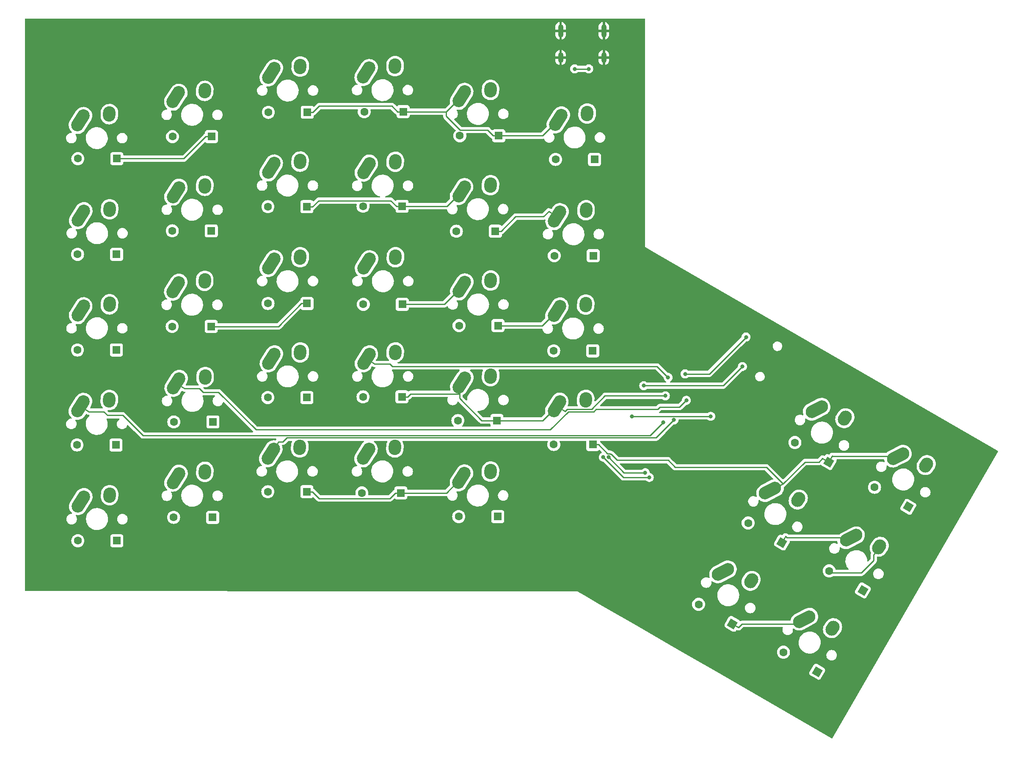
<source format=gbr>
%TF.GenerationSoftware,KiCad,Pcbnew,7.0.1*%
%TF.CreationDate,2023-09-23T01:25:43+08:00*%
%TF.ProjectId,split70kb,73706c69-7437-4306-9b62-2e6b69636164,rev?*%
%TF.SameCoordinates,Original*%
%TF.FileFunction,Copper,L1,Top*%
%TF.FilePolarity,Positive*%
%FSLAX46Y46*%
G04 Gerber Fmt 4.6, Leading zero omitted, Abs format (unit mm)*
G04 Created by KiCad (PCBNEW 7.0.1) date 2023-09-23 01:25:43*
%MOMM*%
%LPD*%
G01*
G04 APERTURE LIST*
G04 Aperture macros list*
%AMHorizOval*
0 Thick line with rounded ends*
0 $1 width*
0 $2 $3 position (X,Y) of the first rounded end (center of the circle)*
0 $4 $5 position (X,Y) of the second rounded end (center of the circle)*
0 Add line between two ends*
20,1,$1,$2,$3,$4,$5,0*
0 Add two circle primitives to create the rounded ends*
1,1,$1,$2,$3*
1,1,$1,$4,$5*%
%AMRotRect*
0 Rectangle, with rotation*
0 The origin of the aperture is its center*
0 $1 length*
0 $2 width*
0 $3 Rotation angle, in degrees counterclockwise*
0 Add horizontal line*
21,1,$1,$2,0,0,$3*%
G04 Aperture macros list end*
%TA.AperFunction,ComponentPad*%
%ADD10HorizOval,2.500000X-0.604462X-0.948815X0.604462X0.948815X0*%
%TD*%
%TA.AperFunction,ComponentPad*%
%ADD11HorizOval,2.500000X-0.019724X-0.289328X0.019724X0.289328X0*%
%TD*%
%TA.AperFunction,ComponentPad*%
%ADD12HorizOval,2.500000X-0.997887X-0.519467X0.997887X0.519467X0*%
%TD*%
%TA.AperFunction,ComponentPad*%
%ADD13HorizOval,2.500000X-0.161746X-0.240704X0.161746X0.240704X0*%
%TD*%
%TA.AperFunction,ComponentPad*%
%ADD14R,1.600000X1.600000*%
%TD*%
%TA.AperFunction,ComponentPad*%
%ADD15C,1.600000*%
%TD*%
%TA.AperFunction,ComponentPad*%
%ADD16O,1.100000X2.600000*%
%TD*%
%TA.AperFunction,ComponentPad*%
%ADD17O,1.100000X2.100000*%
%TD*%
%TA.AperFunction,ComponentPad*%
%ADD18RotRect,1.600000X1.600000X150.000000*%
%TD*%
%TA.AperFunction,ViaPad*%
%ADD19C,0.800000*%
%TD*%
%TA.AperFunction,Conductor*%
%ADD20C,0.250000*%
%TD*%
G04 APERTURE END LIST*
D10*
%TO.P,K26,1*%
%TO.N,col5*%
X123745000Y-37374000D03*
D11*
%TO.P,K26,2*%
%TO.N,Net-(D26-A)*%
X129520000Y-36104000D03*
%TD*%
D10*
%TO.P,K10,1*%
%TO.N,col2*%
X47265000Y-108972400D03*
D11*
%TO.P,K10,2*%
%TO.N,Net-(D10-A)*%
X53040000Y-107702400D03*
%TD*%
D10*
%TO.P,K12,1*%
%TO.N,col3*%
X66314200Y-46976000D03*
D11*
%TO.P,K12,2*%
%TO.N,Net-(D12-A)*%
X72089200Y-45706000D03*
%TD*%
D10*
%TO.P,K6,1*%
%TO.N,col2*%
X47238500Y-32841100D03*
D11*
%TO.P,K6,2*%
%TO.N,Net-(D6-A)*%
X53013500Y-31571100D03*
%TD*%
D10*
%TO.P,K22,1*%
%TO.N,col5*%
X104391700Y-51693300D03*
D11*
%TO.P,K22,2*%
%TO.N,Net-(D22-A)*%
X110166700Y-50423300D03*
%TD*%
D10*
%TO.P,K1,1*%
%TO.N,col1*%
X28167300Y-37493900D03*
D11*
%TO.P,K1,2*%
%TO.N,Net-(D1-A)*%
X33942300Y-36223900D03*
%TD*%
D10*
%TO.P,K9,1*%
%TO.N,col2*%
X47311700Y-90018200D03*
D11*
%TO.P,K9,2*%
%TO.N,Net-(D9-A)*%
X53086700Y-88748200D03*
%TD*%
D12*
%TO.P,K32,1*%
%TO.N,col5*%
X175429387Y-95207991D03*
D13*
%TO.P,K32,2*%
%TO.N,Net-(D32-A)*%
X181065684Y-96995638D03*
%TD*%
D10*
%TO.P,K14,1*%
%TO.N,col3*%
X66356000Y-85120100D03*
D11*
%TO.P,K14,2*%
%TO.N,Net-(D14-A)*%
X72131000Y-83850100D03*
%TD*%
D12*
%TO.P,K34,1*%
%TO.N,col5*%
X182314387Y-120896991D03*
D13*
%TO.P,K34,2*%
%TO.N,Net-(D34-A)*%
X187950684Y-122684638D03*
%TD*%
D10*
%TO.P,K8,1*%
%TO.N,col2*%
X47228000Y-70803000D03*
D11*
%TO.P,K8,2*%
%TO.N,Net-(D8-A)*%
X53003000Y-69533000D03*
%TD*%
D10*
%TO.P,K18,1*%
%TO.N,col4*%
X85395000Y-66105000D03*
D11*
%TO.P,K18,2*%
%TO.N,Net-(D18-A)*%
X91170000Y-64835000D03*
%TD*%
D10*
%TO.P,K15,1*%
%TO.N,col3*%
X66245000Y-104105000D03*
D11*
%TO.P,K15,2*%
%TO.N,Net-(D15-A)*%
X72020000Y-102835000D03*
%TD*%
D10*
%TO.P,K2,1*%
%TO.N,col1*%
X28218300Y-56504900D03*
D11*
%TO.P,K2,2*%
%TO.N,Net-(D2-A)*%
X33993300Y-55234900D03*
%TD*%
D10*
%TO.P,K23,1*%
%TO.N,col5*%
X104445000Y-70755000D03*
D11*
%TO.P,K23,2*%
%TO.N,Net-(D23-A)*%
X110220000Y-69485000D03*
%TD*%
D10*
%TO.P,K17,1*%
%TO.N,col4*%
X85345000Y-47005000D03*
D11*
%TO.P,K17,2*%
%TO.N,Net-(D17-A)*%
X91120000Y-45735000D03*
%TD*%
D10*
%TO.P,K5,1*%
%TO.N,col1*%
X28217200Y-113643900D03*
D11*
%TO.P,K5,2*%
%TO.N,Net-(D5-A)*%
X33992200Y-112373900D03*
%TD*%
D10*
%TO.P,K4,1*%
%TO.N,col1*%
X28150400Y-94619500D03*
D11*
%TO.P,K4,2*%
%TO.N,Net-(D4-A)*%
X33925400Y-93349500D03*
%TD*%
D10*
%TO.P,K13,1*%
%TO.N,col3*%
X66333800Y-66084900D03*
D11*
%TO.P,K13,2*%
%TO.N,Net-(D13-A)*%
X72108800Y-64814900D03*
%TD*%
D12*
%TO.P,K30,1*%
%TO.N,col5*%
X156683687Y-127706191D03*
D13*
%TO.P,K30,2*%
%TO.N,Net-(D30-A)*%
X162319984Y-129493838D03*
%TD*%
D10*
%TO.P,K29,1*%
%TO.N,col5*%
X123445000Y-94586700D03*
D11*
%TO.P,K29,2*%
%TO.N,Net-(D29-A)*%
X129220000Y-93316700D03*
%TD*%
D10*
%TO.P,K16,1*%
%TO.N,col4*%
X85320000Y-27905000D03*
D11*
%TO.P,K16,2*%
%TO.N,Net-(D16-A)*%
X91095000Y-26635000D03*
%TD*%
D12*
%TO.P,K33,1*%
%TO.N,col5*%
X191688987Y-104575491D03*
D13*
%TO.P,K33,2*%
%TO.N,Net-(D33-A)*%
X197325284Y-106363138D03*
%TD*%
D10*
%TO.P,K21,1*%
%TO.N,col5*%
X104409600Y-32660400D03*
D11*
%TO.P,K21,2*%
%TO.N,Net-(D21-A)*%
X110184600Y-31390400D03*
%TD*%
D12*
%TO.P,K31,1*%
%TO.N,col5*%
X166105787Y-111478391D03*
D13*
%TO.P,K31,2*%
%TO.N,Net-(D31-A)*%
X171742084Y-113266038D03*
%TD*%
D10*
%TO.P,K25,1*%
%TO.N,col5*%
X104386700Y-108927500D03*
D11*
%TO.P,K25,2*%
%TO.N,Net-(D25-A)*%
X110161700Y-107657500D03*
%TD*%
D10*
%TO.P,K3,1*%
%TO.N,col1*%
X28195000Y-75505000D03*
D11*
%TO.P,K3,2*%
%TO.N,Net-(D3-A)*%
X33970000Y-74235000D03*
%TD*%
D10*
%TO.P,K24,1*%
%TO.N,col5*%
X104438000Y-89838000D03*
D11*
%TO.P,K24,2*%
%TO.N,Net-(D24-A)*%
X110213000Y-88568000D03*
%TD*%
D10*
%TO.P,K19,1*%
%TO.N,col4*%
X85352000Y-85106800D03*
D11*
%TO.P,K19,2*%
%TO.N,Net-(D19-A)*%
X91127000Y-83836800D03*
%TD*%
D10*
%TO.P,K27,1*%
%TO.N,col5*%
X123510200Y-56700100D03*
D11*
%TO.P,K27,2*%
%TO.N,Net-(D27-A)*%
X129285200Y-55430100D03*
%TD*%
D12*
%TO.P,K35,1*%
%TO.N,col5*%
X172966487Y-137156991D03*
D13*
%TO.P,K35,2*%
%TO.N,Net-(D35-A)*%
X178602784Y-138944638D03*
%TD*%
D10*
%TO.P,K20,1*%
%TO.N,col4*%
X85274200Y-104118500D03*
D11*
%TO.P,K20,2*%
%TO.N,Net-(D20-A)*%
X91049200Y-102848500D03*
%TD*%
D10*
%TO.P,K7,1*%
%TO.N,col2*%
X47250000Y-51810800D03*
D11*
%TO.P,K7,2*%
%TO.N,Net-(D7-A)*%
X53025000Y-50540800D03*
%TD*%
D10*
%TO.P,K11,1*%
%TO.N,col3*%
X66347800Y-27986700D03*
D11*
%TO.P,K11,2*%
%TO.N,Net-(D11-A)*%
X72122800Y-26716700D03*
%TD*%
D10*
%TO.P,K28,1*%
%TO.N,col5*%
X123458400Y-75555000D03*
D11*
%TO.P,K28,2*%
%TO.N,Net-(D28-A)*%
X129233400Y-74285000D03*
%TD*%
D14*
%TO.P,D10,1,K*%
%TO.N,col5*%
X54594000Y-116810400D03*
D15*
%TO.P,D10,2,A*%
%TO.N,Net-(D10-A)*%
X46794000Y-116810400D03*
%TD*%
D14*
%TO.P,D17,1,K*%
%TO.N,col5*%
X92487900Y-54636300D03*
D15*
%TO.P,D17,2,A*%
%TO.N,Net-(D17-A)*%
X84687900Y-54636300D03*
%TD*%
D14*
%TO.P,D19,1,K*%
%TO.N,col5*%
X92480200Y-92730600D03*
D15*
%TO.P,D19,2,A*%
%TO.N,Net-(D19-A)*%
X84680200Y-92730600D03*
%TD*%
D14*
%TO.P,D4,1,K*%
%TO.N,col5*%
X35271800Y-102339900D03*
D15*
%TO.P,D4,2,A*%
%TO.N,Net-(D4-A)*%
X27471800Y-102339900D03*
%TD*%
D14*
%TO.P,D29,1,K*%
%TO.N,col5*%
X130639100Y-102249500D03*
D15*
%TO.P,D29,2,A*%
%TO.N,Net-(D29-A)*%
X122839100Y-102249500D03*
%TD*%
D14*
%TO.P,D28,1,K*%
%TO.N,col5*%
X130632200Y-83531700D03*
D15*
%TO.P,D28,2,A*%
%TO.N,Net-(D28-A)*%
X122832200Y-83531700D03*
%TD*%
D14*
%TO.P,D2,1,K*%
%TO.N,col5*%
X35378700Y-64244100D03*
D15*
%TO.P,D2,2,A*%
%TO.N,Net-(D2-A)*%
X27578700Y-64244100D03*
%TD*%
D16*
%TO.P,J1,S1,SHIELD*%
%TO.N,GND*%
X124204000Y-19558000D03*
D17*
X124204000Y-24918000D03*
D16*
X132844000Y-19558000D03*
D17*
X132844000Y-24918000D03*
%TD*%
D18*
%TO.P,D35,1,K*%
%TO.N,col5*%
X175537199Y-147666000D03*
D15*
%TO.P,D35,2,A*%
%TO.N,Net-(D35-A)*%
X168782201Y-143766000D03*
%TD*%
D14*
%TO.P,D6,1,K*%
%TO.N,col5*%
X54364500Y-40716700D03*
D15*
%TO.P,D6,2,A*%
%TO.N,Net-(D6-A)*%
X46564500Y-40716700D03*
%TD*%
D14*
%TO.P,D22,1,K*%
%TO.N,col5*%
X111154300Y-59626300D03*
D15*
%TO.P,D22,2,A*%
%TO.N,Net-(D22-A)*%
X103354300Y-59626300D03*
%TD*%
D14*
%TO.P,D1,1,K*%
%TO.N,col5*%
X35429700Y-45115500D03*
D15*
%TO.P,D1,2,A*%
%TO.N,Net-(D1-A)*%
X27629700Y-45115500D03*
%TD*%
D14*
%TO.P,D9,1,K*%
%TO.N,col5*%
X54640700Y-97738600D03*
D15*
%TO.P,D9,2,A*%
%TO.N,Net-(D9-A)*%
X46840700Y-97738600D03*
%TD*%
D14*
%TO.P,D13,1,K*%
%TO.N,col5*%
X73473200Y-74056900D03*
D15*
%TO.P,D13,2,A*%
%TO.N,Net-(D13-A)*%
X65673200Y-74056900D03*
%TD*%
D18*
%TO.P,D31,1,K*%
%TO.N,col5*%
X168477499Y-121838000D03*
D15*
%TO.P,D31,2,A*%
%TO.N,Net-(D31-A)*%
X161722501Y-117938000D03*
%TD*%
D14*
%TO.P,D18,1,K*%
%TO.N,col5*%
X92543500Y-74235700D03*
D15*
%TO.P,D18,2,A*%
%TO.N,Net-(D18-A)*%
X84743500Y-74235700D03*
%TD*%
D14*
%TO.P,D20,1,K*%
%TO.N,col5*%
X92250000Y-111925000D03*
D15*
%TO.P,D20,2,A*%
%TO.N,Net-(D20-A)*%
X84450000Y-111925000D03*
%TD*%
D14*
%TO.P,D8,1,K*%
%TO.N,col5*%
X54303000Y-78659800D03*
D15*
%TO.P,D8,2,A*%
%TO.N,Net-(D8-A)*%
X46503000Y-78659800D03*
%TD*%
D14*
%TO.P,D21,1,K*%
%TO.N,col5*%
X111837400Y-40536000D03*
D15*
%TO.P,D21,2,A*%
%TO.N,Net-(D21-A)*%
X104037400Y-40536000D03*
%TD*%
D14*
%TO.P,D5,1,K*%
%TO.N,col5*%
X35428600Y-121481900D03*
D15*
%TO.P,D5,2,A*%
%TO.N,Net-(D5-A)*%
X27628600Y-121481900D03*
%TD*%
D14*
%TO.P,D11,1,K*%
%TO.N,col5*%
X73540400Y-35862300D03*
D15*
%TO.P,D11,2,A*%
%TO.N,Net-(D11-A)*%
X65740400Y-35862300D03*
%TD*%
D14*
%TO.P,D27,1,K*%
%TO.N,col5*%
X130740000Y-64516000D03*
D15*
%TO.P,D27,2,A*%
%TO.N,Net-(D27-A)*%
X122940000Y-64516000D03*
%TD*%
D14*
%TO.P,D14,1,K*%
%TO.N,col5*%
X73434400Y-92865000D03*
D15*
%TO.P,D14,2,A*%
%TO.N,Net-(D14-A)*%
X65634400Y-92865000D03*
%TD*%
D18*
%TO.P,D33,1,K*%
%TO.N,col5*%
X193761499Y-114700500D03*
D15*
%TO.P,D33,2,A*%
%TO.N,Net-(D33-A)*%
X187006501Y-110800500D03*
%TD*%
D14*
%TO.P,D26,1,K*%
%TO.N,col5*%
X131002200Y-45269900D03*
D15*
%TO.P,D26,2,A*%
%TO.N,Net-(D26-A)*%
X123202200Y-45269900D03*
%TD*%
D14*
%TO.P,D16,1,K*%
%TO.N,col5*%
X92722500Y-35740200D03*
D15*
%TO.P,D16,2,A*%
%TO.N,Net-(D16-A)*%
X84922500Y-35740200D03*
%TD*%
D14*
%TO.P,D24,1,K*%
%TO.N,col5*%
X111454700Y-97465500D03*
D15*
%TO.P,D24,2,A*%
%TO.N,Net-(D24-A)*%
X103654700Y-97465500D03*
%TD*%
D18*
%TO.P,D30,1,K*%
%TO.N,col5*%
X158571499Y-138094000D03*
D15*
%TO.P,D30,2,A*%
%TO.N,Net-(D30-A)*%
X151816501Y-134194000D03*
%TD*%
D14*
%TO.P,D15,1,K*%
%TO.N,col5*%
X73437600Y-111689000D03*
D15*
%TO.P,D15,2,A*%
%TO.N,Net-(D15-A)*%
X65637600Y-111689000D03*
%TD*%
D14*
%TO.P,D25,1,K*%
%TO.N,col5*%
X111624600Y-116650800D03*
D15*
%TO.P,D25,2,A*%
%TO.N,Net-(D25-A)*%
X103824600Y-116650800D03*
%TD*%
D18*
%TO.P,D32,1,K*%
%TO.N,col5*%
X177823199Y-105756000D03*
D15*
%TO.P,D32,2,A*%
%TO.N,Net-(D32-A)*%
X171068201Y-101856000D03*
%TD*%
D18*
%TO.P,D34,1,K*%
%TO.N,col5*%
X184681199Y-131410000D03*
D15*
%TO.P,D34,2,A*%
%TO.N,Net-(D34-A)*%
X177926201Y-127510000D03*
%TD*%
D14*
%TO.P,D23,1,K*%
%TO.N,col5*%
X111690000Y-78486000D03*
D15*
%TO.P,D23,2,A*%
%TO.N,Net-(D23-A)*%
X103890000Y-78486000D03*
%TD*%
D14*
%TO.P,D7,1,K*%
%TO.N,col5*%
X54325000Y-59550000D03*
D15*
%TO.P,D7,2,A*%
%TO.N,Net-(D7-A)*%
X46525000Y-59550000D03*
%TD*%
D14*
%TO.P,D12,1,K*%
%TO.N,col5*%
X73455800Y-54715200D03*
D15*
%TO.P,D12,2,A*%
%TO.N,Net-(D12-A)*%
X65655800Y-54715200D03*
%TD*%
D14*
%TO.P,D3,1,K*%
%TO.N,col5*%
X35355400Y-83361800D03*
D15*
%TO.P,D3,2,A*%
%TO.N,Net-(D3-A)*%
X27555400Y-83361800D03*
%TD*%
D19*
%TO.N,VCC*%
X149098000Y-88138000D03*
X161290000Y-80772000D03*
%TO.N,col4*%
X145704000Y-88855200D03*
%TO.N,col3*%
X146860000Y-97353000D03*
%TO.N,col2*%
X149362000Y-93431100D03*
%TO.N,col1*%
X144743700Y-97786500D03*
%TO.N,pd2*%
X140843600Y-90500100D03*
X160574100Y-86670400D03*
%TO.N,Net-(J1-D+-PadA6)*%
X154227100Y-96617300D03*
X138468100Y-96617300D03*
%TO.N,col5*%
X145151600Y-92529800D03*
%TO.N,VCC*%
X129835200Y-27173400D03*
X127024000Y-27173400D03*
%TO.N,Net-(U1-XTAL2)*%
X132736600Y-104788100D03*
X141931800Y-108826400D03*
%TO.N,Net-(U1-XTAL1)*%
X133770600Y-104796400D03*
X141129300Y-107904300D03*
%TO.N,GND*%
X150552400Y-108912900D03*
X143224300Y-111877000D03*
X157821300Y-108912900D03*
X162205400Y-86732000D03*
X160460900Y-84987500D03*
X150208700Y-103274500D03*
X148150700Y-103306300D03*
X144396900Y-103306300D03*
%TD*%
D20*
%TO.N,col5*%
X94206500Y-92129600D02*
X104001000Y-92129600D01*
X93605500Y-92730600D02*
X94206500Y-92129600D01*
X92480200Y-92730600D02*
X93605500Y-92730600D01*
X104001000Y-93025600D02*
X108440900Y-97465500D01*
X108440900Y-97465500D02*
X111454700Y-97465500D01*
X104001000Y-92129600D02*
X104001000Y-93025600D01*
X101448700Y-54636300D02*
X104391700Y-51693300D01*
X92487900Y-54636300D02*
X101448700Y-54636300D01*
%TO.N,VCC*%
X149098000Y-88138000D02*
X153924000Y-88138000D01*
X153924000Y-88138000D02*
X161290000Y-80772000D01*
%TO.N,col4*%
X85352000Y-85106800D02*
X87013000Y-86164900D01*
X90017500Y-86164900D02*
X87013000Y-86164900D01*
X90510200Y-86657600D02*
X90017500Y-86164900D01*
X143506400Y-86657600D02*
X90510200Y-86657600D01*
X145704000Y-88855200D02*
X143506400Y-86657600D01*
%TO.N,col3*%
X66245000Y-104105000D02*
X67773600Y-101705600D01*
X143318900Y-100894100D02*
X146860000Y-97353000D01*
X69455900Y-100894100D02*
X143318900Y-100894100D01*
X68644400Y-101705600D02*
X69455900Y-100894100D01*
X67773600Y-101705600D02*
X68644400Y-101705600D01*
%TO.N,col2*%
X47311700Y-90018200D02*
X48972700Y-91076300D01*
X51977200Y-91076300D02*
X48972700Y-91076300D01*
X52711600Y-91810700D02*
X51977200Y-91076300D01*
X55767900Y-91810700D02*
X52711600Y-91810700D01*
X63259300Y-99302100D02*
X55767900Y-91810700D01*
X122142600Y-99302100D02*
X63259300Y-99302100D01*
X125776800Y-95667900D02*
X122142600Y-99302100D01*
X130808900Y-95667900D02*
X125776800Y-95667900D01*
X131259200Y-95217600D02*
X130808900Y-95667900D01*
X143606500Y-95217600D02*
X131259200Y-95217600D01*
X144056800Y-94767300D02*
X143606500Y-95217600D01*
X147982200Y-94767300D02*
X144056800Y-94767300D01*
X149318400Y-93431100D02*
X147982200Y-94767300D01*
X149362000Y-93431100D02*
X149318400Y-93431100D01*
%TO.N,col1*%
X28150400Y-94619500D02*
X29811400Y-95677600D01*
X32815900Y-95677600D02*
X29811400Y-95677600D01*
X33550300Y-96412000D02*
X32815900Y-95677600D01*
X36606600Y-96412000D02*
X33550300Y-96412000D01*
X40638300Y-100443700D02*
X36606600Y-96412000D01*
X142086500Y-100443700D02*
X40638300Y-100443700D01*
X144743700Y-97786500D02*
X142086500Y-100443700D01*
%TO.N,pd2*%
X156744400Y-90500100D02*
X160574100Y-86670400D01*
X140843600Y-90500100D02*
X156744400Y-90500100D01*
%TO.N,Net-(J1-D+-PadA6)*%
X154227100Y-96617300D02*
X138468100Y-96617300D01*
%TO.N,Net-(D34-A)*%
X178327600Y-127911400D02*
X177926200Y-127510000D01*
X184361300Y-127911400D02*
X178327600Y-127911400D01*
X186839000Y-125433700D02*
X184361300Y-127911400D01*
X186839000Y-124339200D02*
X186839000Y-125433700D01*
X187950700Y-122684600D02*
X186839000Y-124339200D01*
%TO.N,col5*%
X90237300Y-53511000D02*
X91362600Y-54636300D01*
X75785300Y-53511000D02*
X90237300Y-53511000D01*
X74581100Y-54715200D02*
X75785300Y-53511000D01*
X73455800Y-54715200D02*
X74581100Y-54715200D01*
X120527400Y-78486000D02*
X123458400Y-75555000D01*
X111690000Y-78486000D02*
X120527400Y-78486000D01*
X89999400Y-113050300D02*
X91124700Y-111925000D01*
X75924200Y-113050300D02*
X89999400Y-113050300D01*
X74562900Y-111689000D02*
X75924200Y-113050300D01*
X73437600Y-111689000D02*
X74562900Y-111689000D01*
X90471900Y-34614900D02*
X91597200Y-35740200D01*
X75913100Y-34614900D02*
X90471900Y-34614900D01*
X74665700Y-35862300D02*
X75913100Y-34614900D01*
X73540400Y-35862300D02*
X74665700Y-35862300D01*
X92722500Y-35740200D02*
X91597200Y-35740200D01*
X120583000Y-40536000D02*
X123745000Y-37374000D01*
X111837400Y-40536000D02*
X120583000Y-40536000D01*
X91687400Y-111925000D02*
X91124700Y-111925000D01*
X91687400Y-111925000D02*
X92250000Y-111925000D01*
X101389200Y-111925000D02*
X104386700Y-108927500D01*
X92250000Y-111925000D02*
X101389200Y-111925000D01*
X100964300Y-74235700D02*
X104445000Y-70755000D01*
X92543500Y-74235700D02*
X100964300Y-74235700D01*
X48840400Y-45115500D02*
X53239200Y-40716700D01*
X35429700Y-45115500D02*
X48840400Y-45115500D01*
X54364500Y-40716700D02*
X53239200Y-40716700D01*
X91925300Y-54636300D02*
X91362600Y-54636300D01*
X91925300Y-54636300D02*
X92487900Y-54636300D01*
X115205800Y-56700100D02*
X112279600Y-59626300D01*
X120791100Y-56700100D02*
X115205800Y-56700100D01*
X121849200Y-55642000D02*
X120791100Y-56700100D01*
X123510200Y-56700100D02*
X121849200Y-55642000D01*
X111154300Y-59626300D02*
X112279600Y-59626300D01*
X166105800Y-111478400D02*
X168683700Y-110136600D01*
X177823200Y-105756000D02*
X176587600Y-105042600D01*
X111837400Y-40536000D02*
X110712100Y-40536000D01*
X109586800Y-39410700D02*
X110712100Y-40536000D01*
X104123900Y-39410700D02*
X109586800Y-39410700D01*
X101329800Y-36616600D02*
X104123900Y-39410700D01*
X101329800Y-35740200D02*
X101329800Y-36616600D01*
X92722500Y-35740200D02*
X101329800Y-35740200D01*
X101329800Y-35740200D02*
X104409600Y-32660400D01*
X178591700Y-104575500D02*
X178536600Y-104520400D01*
X191689000Y-104575500D02*
X178591700Y-104575500D01*
X177823200Y-105756000D02*
X178536600Y-104520400D01*
X169485500Y-120897000D02*
X169190900Y-120602400D01*
X182314400Y-120897000D02*
X169485500Y-120897000D01*
X168477500Y-121838000D02*
X169190900Y-120602400D01*
X104001000Y-90275000D02*
X104001000Y-92129600D01*
X104438000Y-89838000D02*
X104001000Y-90275000D01*
X67745000Y-78659800D02*
X72347900Y-74056900D01*
X54303000Y-78659800D02*
X67745000Y-78659800D01*
X73473200Y-74056900D02*
X72347900Y-74056900D01*
X120566200Y-97465500D02*
X123445000Y-94586700D01*
X111454700Y-97465500D02*
X120566200Y-97465500D01*
X133084800Y-92529800D02*
X145151600Y-92529800D01*
X130397000Y-95217600D02*
X133084800Y-92529800D01*
X125533200Y-95217600D02*
X130397000Y-95217600D01*
X125106000Y-95644800D02*
X125533200Y-95217600D01*
X123445000Y-94586700D02*
X125106000Y-95644800D01*
X172029500Y-138094000D02*
X172966500Y-137157000D01*
X160520500Y-138094000D02*
X172029500Y-138094000D01*
X159807100Y-138807400D02*
X160520500Y-138094000D01*
X158571500Y-138094000D02*
X159807100Y-138807400D01*
X173064300Y-105756000D02*
X168683700Y-110136600D01*
X175874200Y-105756000D02*
X173064300Y-105756000D01*
X176587600Y-105042600D02*
X175874200Y-105756000D01*
X130639100Y-102249500D02*
X131764400Y-102249500D01*
X133586000Y-104071100D02*
X131764400Y-102249500D01*
X134071100Y-104071100D02*
X133586000Y-104071100D01*
X134170800Y-104170800D02*
X134071100Y-104071100D01*
X134322600Y-104170800D02*
X134170800Y-104170800D01*
X135536300Y-105384500D02*
X134322600Y-104170800D01*
X145710600Y-105384500D02*
X135536300Y-105384500D01*
X147134800Y-106808700D02*
X145710600Y-105384500D01*
X165355800Y-106808700D02*
X147134800Y-106808700D01*
X168683700Y-110136600D02*
X165355800Y-106808700D01*
%TO.N,VCC*%
X129835200Y-27173400D02*
X127024000Y-27173400D01*
%TO.N,Net-(U1-XTAL2)*%
X136774900Y-108826400D02*
X141931800Y-108826400D01*
X132736600Y-104788100D02*
X136774900Y-108826400D01*
%TO.N,Net-(U1-XTAL1)*%
X136878500Y-107904300D02*
X141129300Y-107904300D01*
X133770600Y-104796400D02*
X136878500Y-107904300D01*
%TO.N,GND*%
X124204000Y-24918000D02*
X132844000Y-24918000D01*
X146188400Y-108912900D02*
X150552400Y-108912900D01*
X143224300Y-111877000D02*
X146188400Y-108912900D01*
X150552400Y-108912900D02*
X157821300Y-108912900D01*
X160460900Y-84987500D02*
X162205400Y-86732000D01*
X148182500Y-103274500D02*
X148150700Y-103306300D01*
X150208700Y-103274500D02*
X148182500Y-103274500D01*
X144396900Y-103306300D02*
X148150700Y-103306300D01*
%TD*%
%TA.AperFunction,Conductor*%
%TO.N,GND*%
G36*
X141011551Y-17127108D02*
G01*
X141056937Y-17172482D01*
X141073560Y-17234468D01*
X141077349Y-31955635D01*
X141077349Y-31955653D01*
X141080827Y-62771051D01*
X141080407Y-62777647D01*
X141080844Y-62779270D01*
X141082186Y-62780603D01*
X141088416Y-62783657D01*
X141228944Y-62864805D01*
X142346715Y-63510263D01*
X211656593Y-103539972D01*
X211701981Y-103585379D01*
X211718576Y-103647401D01*
X211701929Y-103709409D01*
X178627590Y-160922537D01*
X178582208Y-160967881D01*
X178520238Y-160984477D01*
X178458268Y-160967882D01*
X155889964Y-147946787D01*
X173938874Y-147946787D01*
X173951450Y-148051961D01*
X173955962Y-148089691D01*
X174012616Y-148221993D01*
X174012617Y-148221994D01*
X174104250Y-148332974D01*
X174152665Y-148368328D01*
X174939652Y-148822693D01*
X175621228Y-149216201D01*
X175676057Y-149240457D01*
X175817986Y-149264324D01*
X175960890Y-149247237D01*
X176093192Y-149190583D01*
X176204173Y-149098949D01*
X176239529Y-149050530D01*
X177087400Y-147581971D01*
X177111656Y-147527142D01*
X177135523Y-147385213D01*
X177118436Y-147242309D01*
X177061782Y-147110007D01*
X176970148Y-146999026D01*
X176970147Y-146999025D01*
X176921732Y-146963671D01*
X175453172Y-146115800D01*
X175398339Y-146091542D01*
X175256411Y-146067675D01*
X175138661Y-146081755D01*
X175113508Y-146084763D01*
X174981206Y-146141417D01*
X174981204Y-146141418D01*
X174870224Y-146233051D01*
X174834870Y-146281466D01*
X173986999Y-147750026D01*
X173962741Y-147804859D01*
X173938874Y-147946787D01*
X155889964Y-147946787D01*
X148643778Y-143766000D01*
X167476732Y-143766000D01*
X167496565Y-143992689D01*
X167555462Y-144212497D01*
X167651633Y-144418735D01*
X167782154Y-144605140D01*
X167943060Y-144766046D01*
X168129465Y-144896567D01*
X168129466Y-144896567D01*
X168129467Y-144896568D01*
X168335705Y-144992739D01*
X168555509Y-145051635D01*
X168782201Y-145071468D01*
X169008893Y-145051635D01*
X169228697Y-144992739D01*
X169434935Y-144896568D01*
X169621340Y-144766047D01*
X169782248Y-144605139D01*
X169912769Y-144418734D01*
X169934142Y-144372899D01*
X177368322Y-144372899D01*
X177388621Y-144579008D01*
X177388622Y-144579010D01*
X177448742Y-144777200D01*
X177546372Y-144959853D01*
X177677760Y-145119949D01*
X177837856Y-145251337D01*
X178020509Y-145348967D01*
X178218699Y-145409087D01*
X178373160Y-145424300D01*
X178476458Y-145424300D01*
X178630919Y-145409087D01*
X178829109Y-145348967D01*
X179011762Y-145251337D01*
X179171858Y-145119949D01*
X179303246Y-144959853D01*
X179400876Y-144777200D01*
X179460996Y-144579010D01*
X179481296Y-144372900D01*
X179460996Y-144166790D01*
X179400876Y-143968600D01*
X179303246Y-143785947D01*
X179171858Y-143625851D01*
X179011762Y-143494463D01*
X178829109Y-143396833D01*
X178730014Y-143366773D01*
X178630917Y-143336712D01*
X178476458Y-143321500D01*
X178373160Y-143321500D01*
X178218700Y-143336712D01*
X178020506Y-143396834D01*
X177837857Y-143494462D01*
X177677760Y-143625851D01*
X177546371Y-143785948D01*
X177448743Y-143968597D01*
X177388621Y-144166791D01*
X177368322Y-144372899D01*
X169934142Y-144372899D01*
X170008940Y-144212496D01*
X170067836Y-143992692D01*
X170087669Y-143766000D01*
X170067836Y-143539308D01*
X170008940Y-143319504D01*
X169912769Y-143113266D01*
X169844880Y-143016310D01*
X169782247Y-142926859D01*
X169621341Y-142765953D01*
X169434936Y-142635432D01*
X169228698Y-142539261D01*
X169008890Y-142480364D01*
X168782201Y-142460531D01*
X168555511Y-142480364D01*
X168335703Y-142539261D01*
X168129465Y-142635432D01*
X167943060Y-142765953D01*
X167782154Y-142926859D01*
X167651633Y-143113264D01*
X167555462Y-143319502D01*
X167496565Y-143539310D01*
X167476732Y-143766000D01*
X148643778Y-143766000D01*
X145420687Y-141906393D01*
X171827317Y-141906393D01*
X171856724Y-142198708D01*
X171924833Y-142484505D01*
X172030422Y-142758661D01*
X172171617Y-143016309D01*
X172345891Y-143252836D01*
X172550136Y-143464024D01*
X172780706Y-143646103D01*
X173033488Y-143795826D01*
X173303971Y-143910521D01*
X173303972Y-143910521D01*
X173303974Y-143910522D01*
X173366425Y-143927629D01*
X173587328Y-143988141D01*
X173878502Y-144027300D01*
X174098763Y-144027300D01*
X174098765Y-144027300D01*
X174318539Y-144012588D01*
X174606443Y-143954069D01*
X174606442Y-143954069D01*
X174606448Y-143954068D01*
X174883987Y-143857695D01*
X175146205Y-143725191D01*
X175388423Y-143558918D01*
X175606317Y-143361844D01*
X175795999Y-143137487D01*
X175954086Y-142889849D01*
X176077754Y-142623349D01*
X176164799Y-142342745D01*
X176213666Y-142053042D01*
X176223483Y-141759410D01*
X176194075Y-141467090D01*
X176125967Y-141181298D01*
X176125966Y-141181297D01*
X176125966Y-141181294D01*
X176020377Y-140907138D01*
X175974643Y-140823685D01*
X175879182Y-140649490D01*
X175704909Y-140412964D01*
X175500664Y-140201776D01*
X175295739Y-140039949D01*
X175270093Y-140019696D01*
X175136567Y-139940609D01*
X175017312Y-139869974D01*
X174840239Y-139794888D01*
X174746825Y-139755277D01*
X174463476Y-139677660D01*
X174463475Y-139677659D01*
X174463472Y-139677659D01*
X174172298Y-139638500D01*
X173952037Y-139638500D01*
X173952035Y-139638500D01*
X173732260Y-139653211D01*
X173444356Y-139711730D01*
X173166813Y-139808104D01*
X172904591Y-139940610D01*
X172662376Y-140106882D01*
X172444484Y-140303954D01*
X172254801Y-140528313D01*
X172096712Y-140775953D01*
X171973048Y-141042446D01*
X171886001Y-141323056D01*
X171837134Y-141612758D01*
X171827317Y-141906393D01*
X145420687Y-141906393D01*
X139299669Y-138374787D01*
X156973174Y-138374787D01*
X156985750Y-138479961D01*
X156990262Y-138517691D01*
X157046916Y-138649993D01*
X157046917Y-138649994D01*
X157138550Y-138760974D01*
X157186965Y-138796328D01*
X157881232Y-139197162D01*
X158655528Y-139644201D01*
X158710357Y-139668457D01*
X158852286Y-139692324D01*
X158995190Y-139675237D01*
X159127492Y-139618583D01*
X159238473Y-139526949D01*
X159273829Y-139478530D01*
X159322431Y-139394347D01*
X159365951Y-139350060D01*
X159425487Y-139332424D01*
X159486108Y-139345860D01*
X159505650Y-139355817D01*
X159511339Y-139358907D01*
X159528413Y-139368766D01*
X159528415Y-139368767D01*
X159528419Y-139368769D01*
X159539384Y-139373378D01*
X159547585Y-139377185D01*
X159593535Y-139400598D01*
X159602901Y-139402691D01*
X159605359Y-139403241D01*
X159626364Y-139409944D01*
X159637544Y-139414644D01*
X159637547Y-139414645D01*
X159688540Y-139422176D01*
X159697473Y-139423831D01*
X159710434Y-139426728D01*
X159747767Y-139435073D01*
X159759888Y-139434691D01*
X159781885Y-139435960D01*
X159793887Y-139437733D01*
X159845155Y-139432344D01*
X159854212Y-139431727D01*
X159905727Y-139430109D01*
X159917367Y-139426726D01*
X159939006Y-139422482D01*
X159951059Y-139421216D01*
X159999376Y-139403246D01*
X160007988Y-139400398D01*
X160057490Y-139386018D01*
X160067928Y-139379843D01*
X160087819Y-139370356D01*
X160099186Y-139366130D01*
X160141536Y-139336695D01*
X160149146Y-139331810D01*
X160193520Y-139305570D01*
X160202093Y-139296996D01*
X160219002Y-139282858D01*
X160228961Y-139275938D01*
X160262661Y-139236895D01*
X160268807Y-139230281D01*
X160743274Y-138755816D01*
X160783500Y-138728939D01*
X160830953Y-138719500D01*
X168534026Y-138719500D01*
X168589778Y-138732740D01*
X168633624Y-138769633D01*
X168656200Y-138822301D01*
X168652687Y-138879496D01*
X168649926Y-138888594D01*
X168649924Y-138888600D01*
X168611566Y-139015051D01*
X168589803Y-139086792D01*
X168569504Y-139292900D01*
X168589803Y-139499008D01*
X168589804Y-139499010D01*
X168643996Y-139677659D01*
X168649925Y-139697202D01*
X168658922Y-139714035D01*
X168747554Y-139879853D01*
X168878942Y-140039949D01*
X169039038Y-140171337D01*
X169221691Y-140268967D01*
X169419881Y-140329087D01*
X169574342Y-140344300D01*
X169677640Y-140344300D01*
X169832101Y-140329087D01*
X170030291Y-140268967D01*
X170212944Y-140171337D01*
X170373040Y-140039949D01*
X170504428Y-139879853D01*
X170602058Y-139697200D01*
X170662178Y-139499010D01*
X170682478Y-139292900D01*
X170668325Y-139149203D01*
X170675854Y-139092902D01*
X170707699Y-139045864D01*
X170757177Y-139017962D01*
X170813907Y-139015051D01*
X170865982Y-139037742D01*
X171025419Y-139156954D01*
X171124371Y-139210043D01*
X171256611Y-139280992D01*
X171412730Y-139336715D01*
X171503708Y-139369188D01*
X171761185Y-139419569D01*
X171779973Y-139420389D01*
X172023301Y-139431014D01*
X172261705Y-139405656D01*
X172284194Y-139403264D01*
X172395385Y-139374212D01*
X172538035Y-139336941D01*
X172718797Y-139259412D01*
X172838376Y-139197163D01*
X176685669Y-139197163D01*
X176707037Y-139458657D01*
X176767138Y-139714035D01*
X176864635Y-139957619D01*
X176997340Y-140183939D01*
X177162299Y-140387958D01*
X177355828Y-140565118D01*
X177573587Y-140711445D01*
X177573588Y-140711445D01*
X177573589Y-140711446D01*
X177810732Y-140823686D01*
X178061955Y-140899330D01*
X178321645Y-140936685D01*
X178321647Y-140936684D01*
X178321648Y-140936685D01*
X178452823Y-140935801D01*
X178584003Y-140934918D01*
X178843167Y-140894070D01*
X179093348Y-140815050D01*
X179328958Y-140699626D01*
X179544732Y-140550375D01*
X179735853Y-140370632D01*
X179857447Y-140216034D01*
X180253997Y-139625904D01*
X180351191Y-139454911D01*
X180445396Y-139210043D01*
X180502054Y-138953871D01*
X180519899Y-138692114D01*
X180518846Y-138679233D01*
X180505646Y-138517691D01*
X180498531Y-138430622D01*
X180438428Y-138175236D01*
X180340934Y-137931659D01*
X180208226Y-137705335D01*
X180084296Y-137552060D01*
X180043268Y-137501317D01*
X180023626Y-137483336D01*
X179849744Y-137324162D01*
X179849741Y-137324160D01*
X179849739Y-137324158D01*
X179631980Y-137177830D01*
X179394837Y-137065590D01*
X179143615Y-136989946D01*
X178883919Y-136952590D01*
X178621568Y-136954356D01*
X178436708Y-136983493D01*
X178362401Y-136995206D01*
X178362399Y-136995206D01*
X178362396Y-136995207D01*
X178112221Y-137074223D01*
X177876610Y-137189649D01*
X177660835Y-137338900D01*
X177469716Y-137518642D01*
X177348121Y-137673243D01*
X176951571Y-138263372D01*
X176854377Y-138434364D01*
X176760171Y-138679235D01*
X176703514Y-138935403D01*
X176685669Y-139197163D01*
X172838376Y-139197163D01*
X174830758Y-138159995D01*
X174997946Y-138056392D01*
X175197873Y-137886498D01*
X175370246Y-137688705D01*
X175511214Y-137467429D01*
X175617628Y-137227615D01*
X175687111Y-136974620D01*
X175718111Y-136714094D01*
X175709935Y-136451858D01*
X175662766Y-136193769D01*
X175577659Y-135945593D01*
X175456513Y-135712874D01*
X175302035Y-135500810D01*
X175117675Y-135314138D01*
X174907554Y-135157028D01*
X174907550Y-135157025D01*
X174676364Y-135032992D01*
X174676363Y-135032991D01*
X174676362Y-135032991D01*
X174618187Y-135012226D01*
X174429264Y-134944793D01*
X174171787Y-134894412D01*
X173909674Y-134882969D01*
X173909672Y-134882969D01*
X173831404Y-134891293D01*
X173648774Y-134910718D01*
X173394942Y-134977040D01*
X173214171Y-135054572D01*
X171102216Y-136153986D01*
X170935027Y-136257589D01*
X170735101Y-136427482D01*
X170562723Y-136625283D01*
X170421762Y-136846546D01*
X170421758Y-136846553D01*
X170421759Y-136846553D01*
X170324566Y-137065590D01*
X170315344Y-137086372D01*
X170245863Y-137339361D01*
X170243508Y-137359153D01*
X170222539Y-137414777D01*
X170178090Y-137454251D01*
X170120377Y-137468500D01*
X160603244Y-137468500D01*
X160582737Y-137466235D01*
X160512627Y-137468439D01*
X160508732Y-137468500D01*
X160481150Y-137468500D01*
X160477165Y-137469003D01*
X160465533Y-137469918D01*
X160421869Y-137471290D01*
X160402629Y-137476880D01*
X160383581Y-137480825D01*
X160363709Y-137483335D01*
X160323099Y-137499413D01*
X160312054Y-137503194D01*
X160270110Y-137515381D01*
X160252865Y-137525579D01*
X160235403Y-137534134D01*
X160211852Y-137543460D01*
X160160971Y-137552060D01*
X160110995Y-137539204D01*
X160070579Y-137507120D01*
X160004448Y-137427026D01*
X160004446Y-137427025D01*
X160004445Y-137427023D01*
X159956032Y-137391671D01*
X158487472Y-136543800D01*
X158432639Y-136519542D01*
X158290711Y-136495675D01*
X158172961Y-136509755D01*
X158147808Y-136512763D01*
X158015506Y-136569417D01*
X158015504Y-136569418D01*
X157904524Y-136661051D01*
X157869170Y-136709466D01*
X157021299Y-138178026D01*
X156997041Y-138232859D01*
X156973174Y-138374787D01*
X139299669Y-138374787D01*
X132053481Y-134193999D01*
X150511032Y-134193999D01*
X150530865Y-134420689D01*
X150589762Y-134640497D01*
X150685933Y-134846735D01*
X150816454Y-135033140D01*
X150977360Y-135194046D01*
X151163765Y-135324567D01*
X151163766Y-135324567D01*
X151163767Y-135324568D01*
X151370005Y-135420739D01*
X151589809Y-135479635D01*
X151816501Y-135499468D01*
X152043193Y-135479635D01*
X152262997Y-135420739D01*
X152469235Y-135324568D01*
X152655640Y-135194047D01*
X152816548Y-135033139D01*
X152894298Y-134922100D01*
X161085522Y-134922100D01*
X161105821Y-135128208D01*
X161105822Y-135128210D01*
X161165942Y-135326400D01*
X161263572Y-135509053D01*
X161394960Y-135669149D01*
X161555056Y-135800537D01*
X161737709Y-135898167D01*
X161935899Y-135958287D01*
X162090360Y-135973500D01*
X162193658Y-135973500D01*
X162348119Y-135958287D01*
X162546309Y-135898167D01*
X162728962Y-135800537D01*
X162889058Y-135669149D01*
X163020446Y-135509053D01*
X163118076Y-135326400D01*
X163178196Y-135128210D01*
X163198496Y-134922100D01*
X163178196Y-134715990D01*
X163118076Y-134517800D01*
X163020446Y-134335147D01*
X162889058Y-134175051D01*
X162728962Y-134043663D01*
X162637635Y-133994847D01*
X162546311Y-133946034D01*
X162546310Y-133946033D01*
X162546309Y-133946033D01*
X162447214Y-133915973D01*
X162348117Y-133885912D01*
X162193658Y-133870700D01*
X162090360Y-133870700D01*
X161935900Y-133885912D01*
X161737706Y-133946034D01*
X161555057Y-134043662D01*
X161394960Y-134175051D01*
X161263571Y-134335148D01*
X161165943Y-134517797D01*
X161105821Y-134715991D01*
X161085522Y-134922100D01*
X152894298Y-134922100D01*
X152947069Y-134846734D01*
X153043240Y-134640496D01*
X153102136Y-134420692D01*
X153121969Y-134194000D01*
X153102136Y-133967308D01*
X153043240Y-133747504D01*
X152947069Y-133541266D01*
X152875494Y-133439046D01*
X152816547Y-133354859D01*
X152655641Y-133193953D01*
X152469236Y-133063432D01*
X152262998Y-132967261D01*
X152043190Y-132908364D01*
X151816501Y-132888531D01*
X151589811Y-132908364D01*
X151370003Y-132967261D01*
X151163765Y-133063432D01*
X150977360Y-133193953D01*
X150816454Y-133354859D01*
X150685933Y-133541264D01*
X150589762Y-133747502D01*
X150530865Y-133967310D01*
X150511032Y-134193999D01*
X132053481Y-134193999D01*
X129040457Y-132455593D01*
X155544517Y-132455593D01*
X155573924Y-132747908D01*
X155642033Y-133033705D01*
X155747622Y-133307861D01*
X155888817Y-133565509D01*
X156022910Y-133747502D01*
X156063091Y-133802036D01*
X156267336Y-134013224D01*
X156497906Y-134195303D01*
X156750688Y-134345026D01*
X157021171Y-134459721D01*
X157021172Y-134459721D01*
X157021174Y-134459722D01*
X157083625Y-134476829D01*
X157304528Y-134537341D01*
X157595702Y-134576500D01*
X157815963Y-134576500D01*
X157815965Y-134576500D01*
X158035739Y-134561788D01*
X158323643Y-134503269D01*
X158323642Y-134503269D01*
X158323648Y-134503268D01*
X158601187Y-134406895D01*
X158863405Y-134274391D01*
X159105623Y-134108118D01*
X159323517Y-133911044D01*
X159513199Y-133686687D01*
X159671286Y-133439049D01*
X159794954Y-133172549D01*
X159881999Y-132891945D01*
X159930866Y-132602242D01*
X159940683Y-132308610D01*
X159911275Y-132016290D01*
X159843167Y-131730498D01*
X159843166Y-131730497D01*
X159843166Y-131730494D01*
X159827873Y-131690787D01*
X183082874Y-131690787D01*
X183087623Y-131730498D01*
X183099962Y-131833691D01*
X183156616Y-131965993D01*
X183156617Y-131965994D01*
X183248250Y-132076974D01*
X183296665Y-132112328D01*
X183891214Y-132455590D01*
X184765228Y-132960201D01*
X184820057Y-132984457D01*
X184961986Y-133008324D01*
X185104890Y-132991237D01*
X185237192Y-132934583D01*
X185348173Y-132842949D01*
X185383529Y-132794530D01*
X186231400Y-131325971D01*
X186255656Y-131271142D01*
X186279523Y-131129213D01*
X186262436Y-130986309D01*
X186205782Y-130854007D01*
X186114148Y-130743026D01*
X186114147Y-130743025D01*
X186065732Y-130707671D01*
X184597172Y-129859800D01*
X184542339Y-129835542D01*
X184400411Y-129811675D01*
X184282661Y-129825755D01*
X184257508Y-129828763D01*
X184125206Y-129885417D01*
X184125204Y-129885418D01*
X184014224Y-129977051D01*
X183978870Y-130025466D01*
X183130999Y-131494026D01*
X183106741Y-131548859D01*
X183082874Y-131690787D01*
X159827873Y-131690787D01*
X159737577Y-131456338D01*
X159691843Y-131372885D01*
X159596382Y-131198690D01*
X159422109Y-130962164D01*
X159217864Y-130750976D01*
X159012939Y-130589149D01*
X158987293Y-130568896D01*
X158853767Y-130489809D01*
X158734512Y-130419174D01*
X158557439Y-130344088D01*
X158464025Y-130304477D01*
X158180676Y-130226860D01*
X158180675Y-130226859D01*
X158180672Y-130226859D01*
X157889498Y-130187700D01*
X157669237Y-130187700D01*
X157669235Y-130187700D01*
X157449460Y-130202411D01*
X157161556Y-130260930D01*
X156884013Y-130357304D01*
X156621791Y-130489810D01*
X156379576Y-130656082D01*
X156161684Y-130853154D01*
X155972001Y-131077513D01*
X155813912Y-131325153D01*
X155699527Y-131571651D01*
X155690246Y-131591651D01*
X155647176Y-131730494D01*
X155603201Y-131872256D01*
X155554334Y-132161958D01*
X155544517Y-132455593D01*
X129040457Y-132455593D01*
X127522616Y-131579854D01*
X127515949Y-131574738D01*
X127515776Y-131574667D01*
X127508651Y-131571163D01*
X127501246Y-131570640D01*
X127499970Y-131570478D01*
X127491969Y-131571498D01*
X98595274Y-131569974D01*
X17184491Y-131565680D01*
X17122496Y-131549066D01*
X17077112Y-131503679D01*
X17060500Y-131441681D01*
X17060500Y-129842099D01*
X152286704Y-129842099D01*
X152307003Y-130048208D01*
X152307004Y-130048210D01*
X152361196Y-130226859D01*
X152367125Y-130246402D01*
X152376122Y-130263235D01*
X152464754Y-130429053D01*
X152596142Y-130589149D01*
X152756238Y-130720537D01*
X152938891Y-130818167D01*
X153137081Y-130878287D01*
X153291542Y-130893500D01*
X153394840Y-130893500D01*
X153549301Y-130878287D01*
X153747491Y-130818167D01*
X153930144Y-130720537D01*
X154090240Y-130589149D01*
X154221628Y-130429053D01*
X154319258Y-130246400D01*
X154379378Y-130048210D01*
X154399678Y-129842100D01*
X154385525Y-129698403D01*
X154393054Y-129642102D01*
X154424899Y-129595064D01*
X154474377Y-129567162D01*
X154531107Y-129564251D01*
X154583182Y-129586942D01*
X154742619Y-129706154D01*
X154841571Y-129759243D01*
X154973811Y-129830192D01*
X155130563Y-129886141D01*
X155220908Y-129918388D01*
X155478385Y-129968769D01*
X155497173Y-129969589D01*
X155740501Y-129980214D01*
X155966145Y-129956213D01*
X156001394Y-129952464D01*
X156081401Y-129931559D01*
X156255235Y-129886141D01*
X156435997Y-129808612D01*
X156555576Y-129746363D01*
X160402869Y-129746363D01*
X160424237Y-130007857D01*
X160484338Y-130263235D01*
X160581835Y-130506819D01*
X160714540Y-130733139D01*
X160879499Y-130937158D01*
X161073028Y-131114318D01*
X161290787Y-131260645D01*
X161290788Y-131260645D01*
X161290789Y-131260646D01*
X161527932Y-131372886D01*
X161779155Y-131448530D01*
X162038845Y-131485885D01*
X162038847Y-131485884D01*
X162038848Y-131485885D01*
X162170023Y-131485001D01*
X162301203Y-131484118D01*
X162560367Y-131443270D01*
X162810548Y-131364250D01*
X163046158Y-131248826D01*
X163261932Y-131099575D01*
X163453053Y-130919832D01*
X163574647Y-130765234D01*
X163971197Y-130175104D01*
X164068391Y-130004111D01*
X164162596Y-129759243D01*
X164219254Y-129503071D01*
X164237099Y-129241314D01*
X164236046Y-129228433D01*
X164229662Y-129150309D01*
X164215731Y-128979822D01*
X164155628Y-128724436D01*
X164058134Y-128480859D01*
X163925426Y-128254535D01*
X163760467Y-128050516D01*
X163566944Y-127873362D01*
X163566941Y-127873360D01*
X163566939Y-127873358D01*
X163349180Y-127727030D01*
X163112037Y-127614790D01*
X162860815Y-127539146D01*
X162658187Y-127509999D01*
X176620732Y-127509999D01*
X176640565Y-127736689D01*
X176699462Y-127956497D01*
X176795633Y-128162735D01*
X176926154Y-128349140D01*
X177087060Y-128510046D01*
X177273465Y-128640567D01*
X177273466Y-128640567D01*
X177273467Y-128640568D01*
X177479705Y-128736739D01*
X177699509Y-128795635D01*
X177926201Y-128815468D01*
X178152893Y-128795635D01*
X178372697Y-128736739D01*
X178578935Y-128640568D01*
X178694964Y-128559324D01*
X178728799Y-128542639D01*
X178766086Y-128536900D01*
X184278556Y-128536900D01*
X184299062Y-128539164D01*
X184301965Y-128539072D01*
X184301967Y-128539073D01*
X184369172Y-128536961D01*
X184373068Y-128536900D01*
X184400649Y-128536900D01*
X184400650Y-128536900D01*
X184404619Y-128536398D01*
X184416265Y-128535480D01*
X184459927Y-128534109D01*
X184479159Y-128528520D01*
X184498218Y-128524574D01*
X184504496Y-128523781D01*
X184518092Y-128522064D01*
X184558707Y-128505982D01*
X184569744Y-128502203D01*
X184611690Y-128490018D01*
X184628929Y-128479822D01*
X184646402Y-128471262D01*
X184665032Y-128463886D01*
X184700364Y-128438214D01*
X184710130Y-128431800D01*
X184747718Y-128409571D01*
X184747717Y-128409571D01*
X184747720Y-128409570D01*
X184761885Y-128395404D01*
X184776673Y-128382773D01*
X184792887Y-128370994D01*
X184820738Y-128337326D01*
X184828579Y-128328709D01*
X185044388Y-128112900D01*
X186716222Y-128112900D01*
X186736521Y-128319008D01*
X186740716Y-128332837D01*
X186794472Y-128510047D01*
X186796643Y-128517202D01*
X186805680Y-128534109D01*
X186894272Y-128699853D01*
X187025660Y-128859949D01*
X187185756Y-128991337D01*
X187368409Y-129088967D01*
X187566599Y-129149087D01*
X187721060Y-129164300D01*
X187824358Y-129164300D01*
X187978819Y-129149087D01*
X188177009Y-129088967D01*
X188359662Y-128991337D01*
X188519758Y-128859949D01*
X188651146Y-128699853D01*
X188748776Y-128517200D01*
X188808896Y-128319010D01*
X188829196Y-128112900D01*
X188808896Y-127906790D01*
X188748776Y-127708600D01*
X188651146Y-127525947D01*
X188519758Y-127365851D01*
X188359662Y-127234463D01*
X188177009Y-127136833D01*
X188077913Y-127106772D01*
X187978817Y-127076712D01*
X187824358Y-127061500D01*
X187721060Y-127061500D01*
X187566600Y-127076712D01*
X187368406Y-127136834D01*
X187185757Y-127234462D01*
X187025660Y-127365851D01*
X186894271Y-127525948D01*
X186796643Y-127708597D01*
X186736521Y-127906791D01*
X186716222Y-128112900D01*
X185044388Y-128112900D01*
X187222789Y-125934500D01*
X187238885Y-125921606D01*
X187240873Y-125919487D01*
X187240877Y-125919486D01*
X187286948Y-125870423D01*
X187289566Y-125867723D01*
X187309120Y-125848171D01*
X187311581Y-125844998D01*
X187319156Y-125836127D01*
X187349062Y-125804282D01*
X187358712Y-125786727D01*
X187369400Y-125770457D01*
X187381671Y-125754638D01*
X187381673Y-125754636D01*
X187399026Y-125714532D01*
X187404157Y-125704062D01*
X187425197Y-125665792D01*
X187430175Y-125646399D01*
X187436481Y-125627982D01*
X187438018Y-125624428D01*
X187444438Y-125609596D01*
X187451272Y-125566445D01*
X187453635Y-125555031D01*
X187464500Y-125512719D01*
X187464500Y-125492684D01*
X187466027Y-125473285D01*
X187468144Y-125459918D01*
X187469160Y-125453504D01*
X187465050Y-125410025D01*
X187464500Y-125398356D01*
X187464500Y-124790304D01*
X187475706Y-124738791D01*
X187507300Y-124696589D01*
X187553570Y-124671325D01*
X187606154Y-124667567D01*
X187648326Y-124673632D01*
X187669545Y-124676685D01*
X187669546Y-124676684D01*
X187669547Y-124676685D01*
X187774488Y-124675978D01*
X187931903Y-124674918D01*
X188191067Y-124634070D01*
X188441248Y-124555050D01*
X188676858Y-124439626D01*
X188892632Y-124290375D01*
X189083753Y-124110632D01*
X189205347Y-123956034D01*
X189601897Y-123365904D01*
X189699091Y-123194911D01*
X189793296Y-122950043D01*
X189849954Y-122693871D01*
X189867799Y-122432114D01*
X189866746Y-122419233D01*
X189859436Y-122329769D01*
X189846431Y-122170622D01*
X189786328Y-121915236D01*
X189688834Y-121671659D01*
X189556126Y-121445335D01*
X189402401Y-121255210D01*
X189391168Y-121241317D01*
X189354143Y-121207424D01*
X189197644Y-121064162D01*
X189197641Y-121064160D01*
X189197639Y-121064158D01*
X188979880Y-120917830D01*
X188742737Y-120805590D01*
X188491515Y-120729946D01*
X188231819Y-120692590D01*
X187969468Y-120694356D01*
X187784608Y-120723493D01*
X187710301Y-120735206D01*
X187710299Y-120735206D01*
X187710296Y-120735207D01*
X187460121Y-120814223D01*
X187224510Y-120929649D01*
X187008735Y-121078900D01*
X186817616Y-121258642D01*
X186696021Y-121413243D01*
X186299471Y-122003372D01*
X186202277Y-122174364D01*
X186108071Y-122419235D01*
X186051414Y-122675403D01*
X186033569Y-122937163D01*
X186054937Y-123198657D01*
X186115038Y-123454035D01*
X186212535Y-123697619D01*
X186313882Y-123870460D01*
X186330903Y-123931465D01*
X186315578Y-123992917D01*
X186306941Y-124008628D01*
X186301212Y-124018033D01*
X186297862Y-124023020D01*
X186286354Y-124045903D01*
X186284238Y-124049927D01*
X186252187Y-124108228D01*
X186244950Y-124127534D01*
X186230779Y-124192543D01*
X186229729Y-124196967D01*
X186213181Y-124261421D01*
X186210973Y-124281911D01*
X186213416Y-124348396D01*
X186213500Y-124352948D01*
X186213500Y-125123248D01*
X186204061Y-125170701D01*
X186177181Y-125210929D01*
X185782514Y-125605594D01*
X185732361Y-125636098D01*
X185673798Y-125640116D01*
X185619949Y-125616748D01*
X185582882Y-125571232D01*
X185570902Y-125513771D01*
X185571383Y-125499410D01*
X185541975Y-125207090D01*
X185473867Y-124921298D01*
X185473866Y-124921297D01*
X185473866Y-124921294D01*
X185368277Y-124647138D01*
X185317811Y-124555050D01*
X185227082Y-124389490D01*
X185052809Y-124152964D01*
X184848564Y-123941776D01*
X184842394Y-123936904D01*
X184617993Y-123759696D01*
X184484467Y-123680609D01*
X184365212Y-123609974D01*
X184188139Y-123534888D01*
X184094725Y-123495277D01*
X183811376Y-123417660D01*
X183811375Y-123417659D01*
X183811372Y-123417659D01*
X183520198Y-123378500D01*
X183299937Y-123378500D01*
X183299935Y-123378500D01*
X183080160Y-123393211D01*
X182792256Y-123451730D01*
X182514713Y-123548104D01*
X182252491Y-123680610D01*
X182010276Y-123846882D01*
X181792384Y-124043954D01*
X181602701Y-124268313D01*
X181444612Y-124515953D01*
X181341206Y-124738791D01*
X181320946Y-124782451D01*
X181233901Y-125063055D01*
X181185034Y-125352758D01*
X181175833Y-125627982D01*
X181175217Y-125646393D01*
X181204624Y-125938708D01*
X181272733Y-126224505D01*
X181378322Y-126498661D01*
X181519517Y-126756309D01*
X181693791Y-126992836D01*
X181773927Y-127075696D01*
X181803226Y-127125162D01*
X181807066Y-127182525D01*
X181784622Y-127235454D01*
X181740718Y-127272572D01*
X181684793Y-127285900D01*
X179307679Y-127285900D01*
X179255274Y-127274282D01*
X179212689Y-127241605D01*
X179187904Y-127193993D01*
X179184831Y-127182525D01*
X179152940Y-127063504D01*
X179056769Y-126857266D01*
X178986079Y-126756310D01*
X178926247Y-126670859D01*
X178765341Y-126509953D01*
X178578936Y-126379432D01*
X178372698Y-126283261D01*
X178152890Y-126224364D01*
X177926201Y-126204531D01*
X177699511Y-126224364D01*
X177479703Y-126283261D01*
X177273465Y-126379432D01*
X177087060Y-126509953D01*
X176926154Y-126670859D01*
X176795633Y-126857264D01*
X176699462Y-127063502D01*
X176640565Y-127283310D01*
X176620732Y-127509999D01*
X162658187Y-127509999D01*
X162601119Y-127501790D01*
X162338768Y-127503556D01*
X162153908Y-127532693D01*
X162079601Y-127544406D01*
X162079599Y-127544406D01*
X162079596Y-127544407D01*
X161829421Y-127623423D01*
X161593810Y-127738849D01*
X161378035Y-127888100D01*
X161186916Y-128067842D01*
X161065321Y-128222443D01*
X160668771Y-128812572D01*
X160571577Y-128983564D01*
X160477371Y-129228435D01*
X160420714Y-129484603D01*
X160402869Y-129746363D01*
X156555576Y-129746363D01*
X158547958Y-128709195D01*
X158715146Y-128605592D01*
X158915073Y-128435698D01*
X159087446Y-128237905D01*
X159228414Y-128016629D01*
X159334828Y-127776815D01*
X159404311Y-127523820D01*
X159435311Y-127263294D01*
X159427135Y-127001058D01*
X159379966Y-126742969D01*
X159294859Y-126494793D01*
X159234806Y-126379432D01*
X159173715Y-126262077D01*
X159146346Y-126224505D01*
X159019235Y-126050010D01*
X158834875Y-125863338D01*
X158624754Y-125706228D01*
X158624750Y-125706225D01*
X158393564Y-125582192D01*
X158393563Y-125582191D01*
X158393562Y-125582191D01*
X158317438Y-125555020D01*
X158146464Y-125493993D01*
X157888987Y-125443612D01*
X157626874Y-125432169D01*
X157626872Y-125432169D01*
X157548604Y-125440493D01*
X157365974Y-125459918D01*
X157112142Y-125526240D01*
X156931371Y-125603772D01*
X154819416Y-126703186D01*
X154652227Y-126806789D01*
X154452301Y-126976682D01*
X154279923Y-127174483D01*
X154138962Y-127395746D01*
X154138958Y-127395753D01*
X154138959Y-127395753D01*
X154041766Y-127614790D01*
X154032544Y-127635572D01*
X153963062Y-127888562D01*
X153932063Y-128149083D01*
X153932063Y-128149086D01*
X153932063Y-128149088D01*
X153940238Y-128411324D01*
X153987407Y-128669413D01*
X154006277Y-128724440D01*
X154021560Y-128769004D01*
X154026909Y-128827518D01*
X154004719Y-128881926D01*
X153959974Y-128920009D01*
X153902720Y-128933218D01*
X153845813Y-128918587D01*
X153747491Y-128866033D01*
X153627248Y-128829558D01*
X153549299Y-128805912D01*
X153394840Y-128790700D01*
X153291542Y-128790700D01*
X153137082Y-128805912D01*
X152938888Y-128866034D01*
X152756239Y-128963662D01*
X152596142Y-129095051D01*
X152464753Y-129255148D01*
X152367125Y-129437797D01*
X152307003Y-129635991D01*
X152286704Y-129842099D01*
X17060500Y-129842099D01*
X17060500Y-121481900D01*
X26323131Y-121481900D01*
X26342964Y-121708589D01*
X26401861Y-121928397D01*
X26498032Y-122134635D01*
X26628553Y-122321040D01*
X26789459Y-122481946D01*
X26975864Y-122612467D01*
X26975865Y-122612467D01*
X26975866Y-122612468D01*
X27182104Y-122708639D01*
X27401908Y-122767535D01*
X27628600Y-122787368D01*
X27855292Y-122767535D01*
X28075096Y-122708639D01*
X28281334Y-122612468D01*
X28467739Y-122481947D01*
X28619917Y-122329769D01*
X34128100Y-122329769D01*
X34134509Y-122389384D01*
X34155606Y-122445947D01*
X34184804Y-122524231D01*
X34271054Y-122639446D01*
X34386269Y-122725696D01*
X34521117Y-122775991D01*
X34580727Y-122782400D01*
X36276472Y-122782399D01*
X36336083Y-122775991D01*
X36470931Y-122725696D01*
X36586146Y-122639446D01*
X36672396Y-122524231D01*
X36722691Y-122389383D01*
X36729100Y-122329773D01*
X36729100Y-122118787D01*
X166879174Y-122118787D01*
X166885820Y-122174364D01*
X166896262Y-122261691D01*
X166952916Y-122393993D01*
X166995813Y-122445947D01*
X167044550Y-122504974D01*
X167092965Y-122540328D01*
X167710661Y-122896954D01*
X168561528Y-123388201D01*
X168616357Y-123412457D01*
X168758286Y-123436324D01*
X168901190Y-123419237D01*
X169033492Y-123362583D01*
X169144473Y-123270949D01*
X169179829Y-123222530D01*
X170027700Y-121753971D01*
X170051956Y-121699142D01*
X170064266Y-121625935D01*
X170086696Y-121572979D01*
X170130605Y-121535837D01*
X170186549Y-121522500D01*
X179452995Y-121522500D01*
X179508416Y-121535574D01*
X179552150Y-121572040D01*
X179574973Y-121624202D01*
X179618107Y-121860213D01*
X179641489Y-121928397D01*
X179652260Y-121959804D01*
X179657609Y-122018318D01*
X179635419Y-122072726D01*
X179590674Y-122110809D01*
X179533420Y-122124018D01*
X179476513Y-122109387D01*
X179378191Y-122056833D01*
X179257948Y-122020358D01*
X179179999Y-121996712D01*
X179025540Y-121981500D01*
X178922242Y-121981500D01*
X178767782Y-121996712D01*
X178569588Y-122056834D01*
X178386939Y-122154462D01*
X178226842Y-122285851D01*
X178095453Y-122445948D01*
X177997825Y-122628597D01*
X177937703Y-122826791D01*
X177917404Y-123032900D01*
X177937703Y-123239008D01*
X177967763Y-123338104D01*
X177997558Y-123436324D01*
X177997825Y-123437202D01*
X178006822Y-123454035D01*
X178095454Y-123619853D01*
X178226842Y-123779949D01*
X178386938Y-123911337D01*
X178569591Y-124008967D01*
X178767781Y-124069087D01*
X178922242Y-124084300D01*
X179025540Y-124084300D01*
X179180001Y-124069087D01*
X179378191Y-124008967D01*
X179560844Y-123911337D01*
X179720940Y-123779949D01*
X179852328Y-123619853D01*
X179949958Y-123437200D01*
X180010078Y-123239010D01*
X180030378Y-123032900D01*
X180016225Y-122889203D01*
X180023754Y-122832902D01*
X180055599Y-122785864D01*
X180105077Y-122757962D01*
X180161807Y-122755051D01*
X180213882Y-122777742D01*
X180373319Y-122896954D01*
X180472271Y-122950043D01*
X180604511Y-123020992D01*
X180761263Y-123076941D01*
X180851608Y-123109188D01*
X181109085Y-123159569D01*
X181127873Y-123160389D01*
X181371201Y-123171014D01*
X181596845Y-123147013D01*
X181632094Y-123143264D01*
X181712101Y-123122359D01*
X181885935Y-123076941D01*
X182066697Y-122999412D01*
X184178658Y-121899995D01*
X184345846Y-121796392D01*
X184545773Y-121626498D01*
X184718146Y-121428705D01*
X184859114Y-121207429D01*
X184965528Y-120967615D01*
X185035011Y-120714620D01*
X185066011Y-120454094D01*
X185057835Y-120191858D01*
X185010666Y-119933769D01*
X184925559Y-119685593D01*
X184804413Y-119452874D01*
X184649935Y-119240810D01*
X184465575Y-119054138D01*
X184255454Y-118897028D01*
X184255450Y-118897025D01*
X184024264Y-118772992D01*
X184024263Y-118772991D01*
X184024262Y-118772991D01*
X183966087Y-118752226D01*
X183777164Y-118684793D01*
X183519687Y-118634412D01*
X183257574Y-118622969D01*
X183257572Y-118622969D01*
X183179304Y-118631293D01*
X182996674Y-118650718D01*
X182742842Y-118717040D01*
X182562071Y-118794572D01*
X180450116Y-119893986D01*
X180282927Y-119997589D01*
X180082998Y-120167485D01*
X180029419Y-120228967D01*
X179987288Y-120260367D01*
X179935936Y-120271500D01*
X169795953Y-120271500D01*
X169748500Y-120262061D01*
X169708272Y-120235181D01*
X169680499Y-120207408D01*
X169666356Y-120190493D01*
X169659439Y-120180540D01*
X169657399Y-120178779D01*
X169620410Y-120146850D01*
X169613768Y-120140677D01*
X169605375Y-120132284D01*
X169605371Y-120132280D01*
X169589764Y-120120174D01*
X169584766Y-120116083D01*
X169575747Y-120108298D01*
X169539806Y-120077273D01*
X169539805Y-120077272D01*
X169536033Y-120075400D01*
X169515171Y-120062314D01*
X169511833Y-120059725D01*
X169457334Y-120036141D01*
X169451445Y-120033407D01*
X169398253Y-120007001D01*
X169394122Y-120006123D01*
X169370665Y-119998636D01*
X169366795Y-119996961D01*
X169308139Y-119987671D01*
X169301755Y-119986488D01*
X169243667Y-119974140D01*
X169239457Y-119974317D01*
X169214872Y-119972900D01*
X169210703Y-119972239D01*
X169151562Y-119977830D01*
X169145084Y-119978271D01*
X169085765Y-119980756D01*
X169081721Y-119981977D01*
X169057569Y-119986715D01*
X169053367Y-119987112D01*
X168997473Y-120007234D01*
X168991311Y-120009272D01*
X168934472Y-120026432D01*
X168930866Y-120028616D01*
X168908643Y-120039216D01*
X168904672Y-120040645D01*
X168855539Y-120074035D01*
X168850079Y-120077540D01*
X168799290Y-120108299D01*
X168796341Y-120111311D01*
X168777451Y-120127105D01*
X168773960Y-120129477D01*
X168734685Y-120174025D01*
X168730268Y-120178779D01*
X168688716Y-120221210D01*
X168686607Y-120224864D01*
X168672242Y-120244855D01*
X168669449Y-120248022D01*
X168650377Y-120285452D01*
X168605602Y-120334313D01*
X168542057Y-120353135D01*
X168477894Y-120336541D01*
X168393472Y-120287800D01*
X168338639Y-120263542D01*
X168196711Y-120239675D01*
X168078961Y-120253755D01*
X168053808Y-120256763D01*
X167921506Y-120313417D01*
X167921504Y-120313418D01*
X167810524Y-120405051D01*
X167775170Y-120453466D01*
X166927299Y-121922026D01*
X166903041Y-121976859D01*
X166879174Y-122118787D01*
X36729100Y-122118787D01*
X36729099Y-120634028D01*
X36722691Y-120574417D01*
X36672396Y-120439569D01*
X36586146Y-120324354D01*
X36470931Y-120238104D01*
X36336083Y-120187809D01*
X36276473Y-120181400D01*
X36276469Y-120181400D01*
X34580730Y-120181400D01*
X34521115Y-120187809D01*
X34386269Y-120238104D01*
X34271054Y-120324354D01*
X34184804Y-120439568D01*
X34134509Y-120574416D01*
X34128100Y-120634030D01*
X34128100Y-122329769D01*
X28619917Y-122329769D01*
X28628647Y-122321039D01*
X28759168Y-122134634D01*
X28855339Y-121928396D01*
X28914235Y-121708592D01*
X28934068Y-121481900D01*
X28914235Y-121255208D01*
X28855339Y-121035404D01*
X28759168Y-120829166D01*
X28748706Y-120814225D01*
X28628646Y-120642759D01*
X28467740Y-120481853D01*
X28281335Y-120351332D01*
X28075097Y-120255161D01*
X27855289Y-120196264D01*
X27628600Y-120176431D01*
X27401910Y-120196264D01*
X27182102Y-120255161D01*
X26975864Y-120351332D01*
X26789459Y-120481853D01*
X26628553Y-120642759D01*
X26498032Y-120829164D01*
X26401861Y-121035402D01*
X26342964Y-121255210D01*
X26323131Y-121481900D01*
X17060500Y-121481900D01*
X17060500Y-117163899D01*
X25335713Y-117163899D01*
X25356012Y-117370008D01*
X25382973Y-117458886D01*
X25416133Y-117568200D01*
X25513763Y-117750853D01*
X25645151Y-117910949D01*
X25805247Y-118042337D01*
X25987900Y-118139967D01*
X26186090Y-118200087D01*
X26340551Y-118215300D01*
X26443849Y-118215300D01*
X26598310Y-118200087D01*
X26796500Y-118139967D01*
X26979153Y-118042337D01*
X27139249Y-117910949D01*
X27270637Y-117750853D01*
X27368267Y-117568200D01*
X27428387Y-117370010D01*
X27441449Y-117237393D01*
X29274117Y-117237393D01*
X29303524Y-117529708D01*
X29371633Y-117815505D01*
X29477222Y-118089661D01*
X29618417Y-118347309D01*
X29792691Y-118583836D01*
X29996936Y-118795024D01*
X30227506Y-118977103D01*
X30480288Y-119126826D01*
X30750771Y-119241521D01*
X30750772Y-119241521D01*
X30750774Y-119241522D01*
X30813225Y-119258629D01*
X31034128Y-119319141D01*
X31325302Y-119358300D01*
X31545563Y-119358300D01*
X31545565Y-119358300D01*
X31765339Y-119343588D01*
X32053243Y-119285069D01*
X32053242Y-119285069D01*
X32053248Y-119285068D01*
X32330787Y-119188695D01*
X32593005Y-119056191D01*
X32835223Y-118889918D01*
X33053117Y-118692844D01*
X33242799Y-118468487D01*
X33400886Y-118220849D01*
X33524554Y-117954349D01*
X33611599Y-117673745D01*
X33660466Y-117384042D01*
X33667826Y-117163899D01*
X35495713Y-117163899D01*
X35516012Y-117370008D01*
X35542973Y-117458886D01*
X35576133Y-117568200D01*
X35673763Y-117750853D01*
X35805151Y-117910949D01*
X35965247Y-118042337D01*
X36147900Y-118139967D01*
X36346090Y-118200087D01*
X36500551Y-118215300D01*
X36603849Y-118215300D01*
X36758310Y-118200087D01*
X36956500Y-118139967D01*
X37139153Y-118042337D01*
X37299249Y-117910949D01*
X37430637Y-117750853D01*
X37528267Y-117568200D01*
X37588387Y-117370010D01*
X37608687Y-117163900D01*
X37588387Y-116957790D01*
X37543677Y-116810400D01*
X45488531Y-116810400D01*
X45508364Y-117037089D01*
X45567261Y-117256897D01*
X45663432Y-117463135D01*
X45793953Y-117649540D01*
X45954859Y-117810446D01*
X46141264Y-117940967D01*
X46141265Y-117940967D01*
X46141266Y-117940968D01*
X46347504Y-118037139D01*
X46567308Y-118096035D01*
X46794000Y-118115868D01*
X47020692Y-118096035D01*
X47240496Y-118037139D01*
X47446734Y-117940968D01*
X47633139Y-117810447D01*
X47785317Y-117658269D01*
X53293500Y-117658269D01*
X53299909Y-117717884D01*
X53300040Y-117718234D01*
X53350204Y-117852731D01*
X53436454Y-117967946D01*
X53551669Y-118054196D01*
X53686517Y-118104491D01*
X53746127Y-118110900D01*
X55441872Y-118110899D01*
X55501483Y-118104491D01*
X55636331Y-118054196D01*
X55751546Y-117967946D01*
X55837796Y-117852731D01*
X55888091Y-117717883D01*
X55894500Y-117658273D01*
X55894499Y-116650800D01*
X102519131Y-116650800D01*
X102538964Y-116877489D01*
X102597861Y-117097297D01*
X102694032Y-117303535D01*
X102824553Y-117489940D01*
X102985459Y-117650846D01*
X103171864Y-117781367D01*
X103171865Y-117781367D01*
X103171866Y-117781368D01*
X103378104Y-117877539D01*
X103597908Y-117936435D01*
X103824600Y-117956268D01*
X104051292Y-117936435D01*
X104271096Y-117877539D01*
X104477334Y-117781368D01*
X104663739Y-117650847D01*
X104815917Y-117498669D01*
X110324100Y-117498669D01*
X110330509Y-117558284D01*
X110336459Y-117574236D01*
X110380804Y-117693131D01*
X110467054Y-117808346D01*
X110582269Y-117894596D01*
X110717117Y-117944891D01*
X110776727Y-117951300D01*
X112472472Y-117951299D01*
X112532083Y-117944891D01*
X112550561Y-117937999D01*
X160417032Y-117937999D01*
X160436865Y-118164689D01*
X160495762Y-118384497D01*
X160591933Y-118590735D01*
X160722454Y-118777140D01*
X160883360Y-118938046D01*
X161069765Y-119068567D01*
X161069766Y-119068567D01*
X161069767Y-119068568D01*
X161276005Y-119164739D01*
X161495809Y-119223635D01*
X161722501Y-119243468D01*
X161949193Y-119223635D01*
X162168997Y-119164739D01*
X162375235Y-119068568D01*
X162561640Y-118938047D01*
X162722548Y-118777139D01*
X162780552Y-118694300D01*
X170507622Y-118694300D01*
X170527921Y-118900408D01*
X170539339Y-118938047D01*
X170588042Y-119098600D01*
X170685672Y-119281253D01*
X170817060Y-119441349D01*
X170977156Y-119572737D01*
X171159809Y-119670367D01*
X171357999Y-119730487D01*
X171512460Y-119745700D01*
X171615758Y-119745700D01*
X171770219Y-119730487D01*
X171968409Y-119670367D01*
X172151062Y-119572737D01*
X172311158Y-119441349D01*
X172442546Y-119281253D01*
X172540176Y-119098600D01*
X172600296Y-118900410D01*
X172620596Y-118694300D01*
X172600296Y-118488190D01*
X172540176Y-118290000D01*
X172442546Y-118107347D01*
X172311158Y-117947251D01*
X172151062Y-117815863D01*
X171968409Y-117718233D01*
X171869313Y-117688172D01*
X171770217Y-117658112D01*
X171615758Y-117642900D01*
X171512460Y-117642900D01*
X171358000Y-117658112D01*
X171159806Y-117718234D01*
X170977157Y-117815862D01*
X170817060Y-117947251D01*
X170685671Y-118107348D01*
X170588043Y-118289997D01*
X170527921Y-118488191D01*
X170507622Y-118694300D01*
X162780552Y-118694300D01*
X162853069Y-118590734D01*
X162949240Y-118384496D01*
X163008136Y-118164692D01*
X163027969Y-117938000D01*
X163008136Y-117711308D01*
X162949240Y-117491504D01*
X162853069Y-117285266D01*
X162833204Y-117256896D01*
X162722547Y-117098859D01*
X162561641Y-116937953D01*
X162375236Y-116807432D01*
X162168998Y-116711261D01*
X161949190Y-116652364D01*
X161722501Y-116632531D01*
X161495811Y-116652364D01*
X161276003Y-116711261D01*
X161069765Y-116807432D01*
X160883360Y-116937953D01*
X160722454Y-117098859D01*
X160591933Y-117285264D01*
X160495762Y-117491502D01*
X160436865Y-117711310D01*
X160417032Y-117937999D01*
X112550561Y-117937999D01*
X112666931Y-117894596D01*
X112782146Y-117808346D01*
X112868396Y-117693131D01*
X112918691Y-117558283D01*
X112925100Y-117498673D01*
X112925099Y-116227793D01*
X164966617Y-116227793D01*
X164996024Y-116520108D01*
X165064133Y-116805905D01*
X165169722Y-117080061D01*
X165310917Y-117337709D01*
X165403331Y-117463134D01*
X165485191Y-117574236D01*
X165689436Y-117785424D01*
X165920006Y-117967503D01*
X166172788Y-118117226D01*
X166443271Y-118231921D01*
X166443272Y-118231921D01*
X166443274Y-118231922D01*
X166505725Y-118249029D01*
X166726628Y-118309541D01*
X167017802Y-118348700D01*
X167238063Y-118348700D01*
X167238065Y-118348700D01*
X167457839Y-118333988D01*
X167745743Y-118275469D01*
X167745742Y-118275469D01*
X167745748Y-118275468D01*
X168023287Y-118179095D01*
X168285505Y-118046591D01*
X168527723Y-117880318D01*
X168745617Y-117683244D01*
X168935299Y-117458887D01*
X169093386Y-117211249D01*
X169217054Y-116944749D01*
X169304099Y-116664145D01*
X169352966Y-116374442D01*
X169362783Y-116080810D01*
X169333375Y-115788490D01*
X169265267Y-115502698D01*
X169265266Y-115502697D01*
X169265266Y-115502694D01*
X169159677Y-115228538D01*
X169123295Y-115162150D01*
X169018482Y-114970890D01*
X168844209Y-114734364D01*
X168639964Y-114523176D01*
X168575532Y-114472295D01*
X168409393Y-114341096D01*
X168255403Y-114249888D01*
X168156612Y-114191374D01*
X167957453Y-114106923D01*
X167886125Y-114076677D01*
X167602776Y-113999060D01*
X167602775Y-113999059D01*
X167602772Y-113999059D01*
X167311598Y-113959900D01*
X167091337Y-113959900D01*
X167091335Y-113959900D01*
X166871560Y-113974611D01*
X166583656Y-114033130D01*
X166306113Y-114129504D01*
X166043891Y-114262010D01*
X165801676Y-114428282D01*
X165583784Y-114625354D01*
X165394101Y-114849713D01*
X165236012Y-115097353D01*
X165118450Y-115350697D01*
X165112346Y-115363851D01*
X165025301Y-115644455D01*
X164976434Y-115934158D01*
X164967346Y-116206002D01*
X164966617Y-116227793D01*
X112925099Y-116227793D01*
X112925099Y-115802928D01*
X112918691Y-115743317D01*
X112868396Y-115608469D01*
X112782146Y-115493254D01*
X112666931Y-115407004D01*
X112532083Y-115356709D01*
X112472473Y-115350300D01*
X112472469Y-115350300D01*
X110776730Y-115350300D01*
X110717115Y-115356709D01*
X110582269Y-115407004D01*
X110467054Y-115493254D01*
X110380804Y-115608468D01*
X110330509Y-115743316D01*
X110324100Y-115802930D01*
X110324100Y-117498669D01*
X104815917Y-117498669D01*
X104824647Y-117489939D01*
X104955168Y-117303534D01*
X105051339Y-117097296D01*
X105110235Y-116877492D01*
X105130068Y-116650800D01*
X105110235Y-116424108D01*
X105051339Y-116204304D01*
X104955168Y-115998066D01*
X104942861Y-115980490D01*
X104824646Y-115811659D01*
X104663740Y-115650753D01*
X104477335Y-115520232D01*
X104271097Y-115424061D01*
X104051289Y-115365164D01*
X103824600Y-115345331D01*
X103597910Y-115365164D01*
X103378102Y-115424061D01*
X103171864Y-115520232D01*
X102985459Y-115650753D01*
X102824553Y-115811659D01*
X102694032Y-115998064D01*
X102597861Y-116204302D01*
X102538964Y-116424110D01*
X102519131Y-116650800D01*
X55894499Y-116650800D01*
X55894499Y-115962528D01*
X55888091Y-115902917D01*
X55837796Y-115768069D01*
X55751546Y-115652854D01*
X55636331Y-115566604D01*
X55501483Y-115516309D01*
X55441873Y-115509900D01*
X55441869Y-115509900D01*
X53746130Y-115509900D01*
X53686515Y-115516309D01*
X53551669Y-115566604D01*
X53436454Y-115652854D01*
X53350204Y-115768068D01*
X53299909Y-115902916D01*
X53293500Y-115962530D01*
X53293500Y-117658269D01*
X47785317Y-117658269D01*
X47794047Y-117649539D01*
X47924568Y-117463134D01*
X48020739Y-117256896D01*
X48079635Y-117037092D01*
X48099468Y-116810400D01*
X48079635Y-116583708D01*
X48020739Y-116363904D01*
X47924568Y-116157666D01*
X47911887Y-116139556D01*
X47794046Y-115971259D01*
X47633140Y-115810353D01*
X47446735Y-115679832D01*
X47240497Y-115583661D01*
X47020689Y-115524764D01*
X46794000Y-115504931D01*
X46567310Y-115524764D01*
X46347502Y-115583661D01*
X46141264Y-115679832D01*
X45954859Y-115810353D01*
X45793953Y-115971259D01*
X45663432Y-116157664D01*
X45567261Y-116363902D01*
X45508364Y-116583710D01*
X45488531Y-116810400D01*
X37543677Y-116810400D01*
X37528267Y-116759600D01*
X37430637Y-116576947D01*
X37299249Y-116416851D01*
X37139153Y-116285463D01*
X36956500Y-116187833D01*
X36857046Y-116157664D01*
X36758308Y-116127712D01*
X36603849Y-116112500D01*
X36500551Y-116112500D01*
X36346091Y-116127712D01*
X36147897Y-116187834D01*
X35965248Y-116285462D01*
X35805151Y-116416851D01*
X35673762Y-116576948D01*
X35576134Y-116759597D01*
X35516012Y-116957791D01*
X35495713Y-117163899D01*
X33667826Y-117163899D01*
X33670283Y-117090410D01*
X33640875Y-116798090D01*
X33572767Y-116512298D01*
X33572766Y-116512297D01*
X33572766Y-116512294D01*
X33467177Y-116238138D01*
X33448635Y-116204304D01*
X33325982Y-115980490D01*
X33151709Y-115743964D01*
X32947464Y-115532776D01*
X32937318Y-115524764D01*
X32716893Y-115350696D01*
X32510642Y-115228534D01*
X32464112Y-115200974D01*
X32219740Y-115097351D01*
X32193625Y-115086277D01*
X31910276Y-115008660D01*
X31910275Y-115008659D01*
X31910272Y-115008659D01*
X31619098Y-114969500D01*
X31398837Y-114969500D01*
X31398835Y-114969500D01*
X31179060Y-114984211D01*
X30891156Y-115042730D01*
X30613613Y-115139104D01*
X30351391Y-115271610D01*
X30109176Y-115437882D01*
X29891284Y-115634954D01*
X29701601Y-115859313D01*
X29543512Y-116106953D01*
X29424906Y-116362547D01*
X29419846Y-116373451D01*
X29332801Y-116654055D01*
X29306429Y-116810400D01*
X29283934Y-116943758D01*
X29274117Y-117237393D01*
X27441449Y-117237393D01*
X27448687Y-117163900D01*
X27428387Y-116957790D01*
X27368267Y-116759600D01*
X27270637Y-116576947D01*
X27227756Y-116524697D01*
X27202385Y-116472118D01*
X27203885Y-116413755D01*
X27231927Y-116362547D01*
X27280293Y-116329846D01*
X27338261Y-116322903D01*
X27536168Y-116346452D01*
X27798404Y-116338276D01*
X28056493Y-116291108D01*
X28304668Y-116206000D01*
X28537388Y-116084854D01*
X28749452Y-115930376D01*
X28936125Y-115746017D01*
X29053905Y-115588495D01*
X30333208Y-113580391D01*
X30426196Y-113407075D01*
X30514391Y-113159978D01*
X30564773Y-112902498D01*
X30576217Y-112640384D01*
X30572934Y-112609516D01*
X32221575Y-112609516D01*
X32222898Y-112806189D01*
X32263749Y-113065363D01*
X32342766Y-113315537D01*
X32400844Y-113434087D01*
X32458193Y-113551149D01*
X32478709Y-113580809D01*
X32607440Y-113766921D01*
X32787189Y-113958045D01*
X32883158Y-114033526D01*
X32993408Y-114120240D01*
X33070699Y-114164172D01*
X33221494Y-114249886D01*
X33221498Y-114249887D01*
X33221499Y-114249888D01*
X33466367Y-114344094D01*
X33722539Y-114400752D01*
X33984296Y-114418597D01*
X34245788Y-114397228D01*
X34501175Y-114337126D01*
X34744751Y-114239632D01*
X34971076Y-114106923D01*
X35175094Y-113941965D01*
X35231157Y-113880722D01*
X35286367Y-113820410D01*
X35352247Y-113748442D01*
X35498579Y-113530676D01*
X35610820Y-113293534D01*
X35686464Y-113042311D01*
X35714468Y-112847629D01*
X35738685Y-112492400D01*
X44383513Y-112492400D01*
X44403812Y-112698508D01*
X44421181Y-112755764D01*
X44450313Y-112851802D01*
X44463934Y-112896702D01*
X44477728Y-112922509D01*
X44561563Y-113079353D01*
X44692951Y-113239449D01*
X44853047Y-113370837D01*
X45035700Y-113468467D01*
X45233890Y-113528587D01*
X45388351Y-113543800D01*
X45491649Y-113543800D01*
X45646110Y-113528587D01*
X45844300Y-113468467D01*
X46026953Y-113370837D01*
X46187049Y-113239449D01*
X46318437Y-113079353D01*
X46416067Y-112896700D01*
X46476187Y-112698510D01*
X46489249Y-112565893D01*
X48321917Y-112565893D01*
X48351324Y-112858208D01*
X48419433Y-113144005D01*
X48525022Y-113418161D01*
X48666217Y-113675809D01*
X48772758Y-113820408D01*
X48840491Y-113912336D01*
X49044736Y-114123524D01*
X49275306Y-114305603D01*
X49528088Y-114455326D01*
X49798571Y-114570021D01*
X49798572Y-114570021D01*
X49798574Y-114570022D01*
X49861025Y-114587129D01*
X50081928Y-114647641D01*
X50373102Y-114686800D01*
X50593363Y-114686800D01*
X50593365Y-114686800D01*
X50813139Y-114672088D01*
X50933424Y-114647639D01*
X51101048Y-114613568D01*
X51378587Y-114517195D01*
X51640805Y-114384691D01*
X51883023Y-114218418D01*
X52100917Y-114021344D01*
X52290599Y-113796987D01*
X52448686Y-113549349D01*
X52572354Y-113282849D01*
X52659399Y-113002245D01*
X52708266Y-112712542D01*
X52715626Y-112492400D01*
X54543513Y-112492400D01*
X54563812Y-112698508D01*
X54581181Y-112755764D01*
X54610313Y-112851802D01*
X54623934Y-112896702D01*
X54637728Y-112922509D01*
X54721563Y-113079353D01*
X54852951Y-113239449D01*
X55013047Y-113370837D01*
X55195700Y-113468467D01*
X55393890Y-113528587D01*
X55548351Y-113543800D01*
X55651649Y-113543800D01*
X55806110Y-113528587D01*
X56004300Y-113468467D01*
X56186953Y-113370837D01*
X56347049Y-113239449D01*
X56478437Y-113079353D01*
X56576067Y-112896700D01*
X56636187Y-112698510D01*
X56656487Y-112492400D01*
X56636187Y-112286290D01*
X56576067Y-112088100D01*
X56478437Y-111905447D01*
X56347049Y-111745351D01*
X56278384Y-111688999D01*
X64332131Y-111688999D01*
X64351964Y-111915689D01*
X64410861Y-112135497D01*
X64507032Y-112341735D01*
X64637553Y-112528140D01*
X64798459Y-112689046D01*
X64984864Y-112819567D01*
X64984865Y-112819567D01*
X64984866Y-112819568D01*
X65191104Y-112915739D01*
X65410908Y-112974635D01*
X65637600Y-112994468D01*
X65864292Y-112974635D01*
X66084096Y-112915739D01*
X66290334Y-112819568D01*
X66476739Y-112689047D01*
X66628917Y-112536869D01*
X72137100Y-112536869D01*
X72143509Y-112596484D01*
X72146910Y-112605602D01*
X72193804Y-112731331D01*
X72280054Y-112846546D01*
X72395269Y-112932796D01*
X72530117Y-112983091D01*
X72589727Y-112989500D01*
X74285472Y-112989499D01*
X74345083Y-112983091D01*
X74479931Y-112932796D01*
X74595146Y-112846546D01*
X74612439Y-112823445D01*
X74652275Y-112788926D01*
X74702857Y-112774073D01*
X74755037Y-112781575D01*
X74799385Y-112810076D01*
X75423396Y-113434087D01*
X75436296Y-113450188D01*
X75487423Y-113498200D01*
X75490219Y-113500910D01*
X75509729Y-113520420D01*
X75512911Y-113522888D01*
X75521771Y-113530455D01*
X75553618Y-113560362D01*
X75571172Y-113570012D01*
X75587436Y-113580696D01*
X75587586Y-113580812D01*
X75603264Y-113592973D01*
X75628109Y-113603724D01*
X75643352Y-113610321D01*
X75653831Y-113615454D01*
X75692108Y-113636497D01*
X75711506Y-113641477D01*
X75729908Y-113647777D01*
X75748304Y-113655738D01*
X75791461Y-113662573D01*
X75802864Y-113664934D01*
X75845181Y-113675800D01*
X75865216Y-113675800D01*
X75884613Y-113677326D01*
X75904396Y-113680460D01*
X75947874Y-113676350D01*
X75959544Y-113675800D01*
X89916656Y-113675800D01*
X89937162Y-113678064D01*
X89940065Y-113677972D01*
X89940067Y-113677973D01*
X90007272Y-113675861D01*
X90011168Y-113675800D01*
X90038749Y-113675800D01*
X90038750Y-113675800D01*
X90042719Y-113675298D01*
X90054365Y-113674380D01*
X90098027Y-113673009D01*
X90117259Y-113667420D01*
X90136318Y-113663474D01*
X90143491Y-113662568D01*
X90156192Y-113660964D01*
X90196807Y-113644882D01*
X90207844Y-113641103D01*
X90249790Y-113628918D01*
X90267029Y-113618722D01*
X90284502Y-113610162D01*
X90303132Y-113602786D01*
X90338464Y-113577114D01*
X90348230Y-113570700D01*
X90381290Y-113551149D01*
X90385820Y-113548470D01*
X90399985Y-113534304D01*
X90414773Y-113521673D01*
X90430987Y-113509894D01*
X90458838Y-113476226D01*
X90466679Y-113467609D01*
X90888215Y-113046073D01*
X90932560Y-113017574D01*
X90984740Y-113010072D01*
X91035321Y-113024924D01*
X91075161Y-113059446D01*
X91092452Y-113082544D01*
X91092453Y-113082544D01*
X91092454Y-113082546D01*
X91207669Y-113168796D01*
X91342517Y-113219091D01*
X91402127Y-113225500D01*
X93097872Y-113225499D01*
X93157483Y-113219091D01*
X93292331Y-113168796D01*
X93407546Y-113082546D01*
X93493796Y-112967331D01*
X93544091Y-112832483D01*
X93550500Y-112772873D01*
X93550500Y-112674500D01*
X93567113Y-112612500D01*
X93612500Y-112567113D01*
X93674500Y-112550500D01*
X101306456Y-112550500D01*
X101326962Y-112552764D01*
X101329865Y-112552672D01*
X101329867Y-112552673D01*
X101397072Y-112550561D01*
X101400968Y-112550500D01*
X101402970Y-112550500D01*
X101461419Y-112565140D01*
X101506067Y-112605602D01*
X101519351Y-112642716D01*
X101521968Y-112641923D01*
X101525512Y-112653608D01*
X101525513Y-112653610D01*
X101584367Y-112847627D01*
X101585634Y-112851802D01*
X101609634Y-112896702D01*
X101683263Y-113034453D01*
X101814651Y-113194549D01*
X101974747Y-113325937D01*
X102157400Y-113423567D01*
X102355590Y-113483687D01*
X102510051Y-113498900D01*
X102613349Y-113498900D01*
X102767810Y-113483687D01*
X102966000Y-113423567D01*
X103148653Y-113325937D01*
X103308749Y-113194549D01*
X103440137Y-113034453D01*
X103537767Y-112851800D01*
X103597887Y-112653610D01*
X103610949Y-112520993D01*
X105443617Y-112520993D01*
X105473024Y-112813308D01*
X105541133Y-113099105D01*
X105646722Y-113373261D01*
X105787917Y-113630909D01*
X105877442Y-113752413D01*
X105962191Y-113867436D01*
X106166436Y-114078624D01*
X106397006Y-114260703D01*
X106649788Y-114410426D01*
X106920271Y-114525121D01*
X106920272Y-114525121D01*
X106920274Y-114525122D01*
X106965220Y-114537434D01*
X107203628Y-114602741D01*
X107494802Y-114641900D01*
X107715063Y-114641900D01*
X107715065Y-114641900D01*
X107934839Y-114627188D01*
X108116002Y-114590365D01*
X108222748Y-114568668D01*
X108500287Y-114472295D01*
X108762505Y-114339791D01*
X109004723Y-114173518D01*
X109222617Y-113976444D01*
X109412299Y-113752087D01*
X109570386Y-113504449D01*
X109694054Y-113237949D01*
X109781099Y-112957345D01*
X109829966Y-112667642D01*
X109837326Y-112447499D01*
X111665213Y-112447499D01*
X111685512Y-112653608D01*
X111699133Y-112698510D01*
X111744367Y-112847627D01*
X111745634Y-112851802D01*
X111769634Y-112896702D01*
X111843263Y-113034453D01*
X111974651Y-113194549D01*
X112134747Y-113325937D01*
X112317400Y-113423567D01*
X112515590Y-113483687D01*
X112670051Y-113498900D01*
X112773349Y-113498900D01*
X112927810Y-113483687D01*
X113126000Y-113423567D01*
X113308653Y-113325937D01*
X113468749Y-113194549D01*
X113600137Y-113034453D01*
X113697767Y-112851800D01*
X113757887Y-112653610D01*
X113778187Y-112447500D01*
X113757887Y-112241390D01*
X113697767Y-112043200D01*
X113600137Y-111860547D01*
X113468749Y-111700451D01*
X113308653Y-111569063D01*
X113126000Y-111471433D01*
X113025669Y-111440998D01*
X112927808Y-111411312D01*
X112773349Y-111396100D01*
X112670051Y-111396100D01*
X112515591Y-111411312D01*
X112317397Y-111471434D01*
X112134748Y-111569062D01*
X111974651Y-111700451D01*
X111843262Y-111860548D01*
X111745634Y-112043197D01*
X111685512Y-112241391D01*
X111665213Y-112447499D01*
X109837326Y-112447499D01*
X109839783Y-112374010D01*
X109810375Y-112081690D01*
X109742267Y-111795898D01*
X109742266Y-111795897D01*
X109742266Y-111795894D01*
X109636677Y-111521738D01*
X109607258Y-111468056D01*
X109495482Y-111264090D01*
X109321209Y-111027564D01*
X109116964Y-110816376D01*
X109115644Y-110815334D01*
X108886393Y-110634296D01*
X108712761Y-110531454D01*
X108633612Y-110484574D01*
X108395327Y-110383532D01*
X108363125Y-110369877D01*
X108079776Y-110292260D01*
X108079775Y-110292259D01*
X108079772Y-110292259D01*
X107788598Y-110253100D01*
X107568337Y-110253100D01*
X107568335Y-110253100D01*
X107348560Y-110267811D01*
X107060656Y-110326330D01*
X106783113Y-110422704D01*
X106520891Y-110555210D01*
X106278676Y-110721482D01*
X106060784Y-110918554D01*
X105871101Y-111142913D01*
X105713012Y-111390553D01*
X105594679Y-111645558D01*
X105589346Y-111657051D01*
X105502301Y-111937655D01*
X105453434Y-112227358D01*
X105447149Y-112415361D01*
X105443617Y-112520993D01*
X103610949Y-112520993D01*
X103618187Y-112447500D01*
X103597887Y-112241390D01*
X103537767Y-112043200D01*
X103440137Y-111860547D01*
X103397256Y-111808297D01*
X103371885Y-111755718D01*
X103373385Y-111697355D01*
X103401427Y-111646147D01*
X103449793Y-111613446D01*
X103507761Y-111606503D01*
X103705668Y-111630052D01*
X103967904Y-111621876D01*
X104225993Y-111574708D01*
X104474168Y-111489600D01*
X104706888Y-111368454D01*
X104918952Y-111213976D01*
X105105625Y-111029617D01*
X105223405Y-110872095D01*
X106502708Y-108863991D01*
X106595696Y-108690675D01*
X106683891Y-108443578D01*
X106734273Y-108186098D01*
X106745717Y-107923984D01*
X106742434Y-107893116D01*
X108391075Y-107893116D01*
X108392398Y-108089789D01*
X108433249Y-108348963D01*
X108512266Y-108599137D01*
X108559450Y-108695449D01*
X108627693Y-108834749D01*
X108658750Y-108879649D01*
X108776940Y-109050521D01*
X108776943Y-109050524D01*
X108914157Y-109196422D01*
X108956689Y-109241645D01*
X109029575Y-109298971D01*
X109162908Y-109403840D01*
X109212165Y-109431838D01*
X109390994Y-109533486D01*
X109390998Y-109533487D01*
X109390999Y-109533488D01*
X109635867Y-109627694D01*
X109892039Y-109684352D01*
X110153796Y-109702197D01*
X110415288Y-109680828D01*
X110670675Y-109620726D01*
X110914251Y-109523232D01*
X111140576Y-109390523D01*
X111344594Y-109225565D01*
X111400657Y-109164322D01*
X111480645Y-109076942D01*
X111521747Y-109032042D01*
X111668079Y-108814276D01*
X111780320Y-108577134D01*
X111855964Y-108325911D01*
X111883968Y-108131229D01*
X111932325Y-107421888D01*
X111931001Y-107225207D01*
X111890151Y-106966042D01*
X111890150Y-106966041D01*
X111890150Y-106966036D01*
X111811133Y-106715862D01*
X111695707Y-106480251D01*
X111662223Y-106431843D01*
X111546457Y-106264477D01*
X111366713Y-106073357D01*
X111366712Y-106073356D01*
X111366710Y-106073354D01*
X111160492Y-105911160D01*
X110932405Y-105781513D01*
X110687530Y-105687305D01*
X110431362Y-105630648D01*
X110233250Y-105617142D01*
X110169604Y-105612803D01*
X110169603Y-105612803D01*
X109908114Y-105634171D01*
X109652722Y-105694274D01*
X109409147Y-105791768D01*
X109182823Y-105924477D01*
X108978803Y-106089436D01*
X108801655Y-106282954D01*
X108655321Y-106500724D01*
X108543079Y-106737867D01*
X108467436Y-106989086D01*
X108452034Y-107096160D01*
X108439432Y-107183771D01*
X108394346Y-107845141D01*
X108391075Y-107893116D01*
X106742434Y-107893116D01*
X106717968Y-107663092D01*
X106717967Y-107663089D01*
X106717967Y-107663086D01*
X106651645Y-107409254D01*
X106651644Y-107409250D01*
X106548228Y-107168128D01*
X106410030Y-106945113D01*
X106240136Y-106745186D01*
X106206486Y-106715861D01*
X106120613Y-106641024D01*
X106042343Y-106572813D01*
X105821067Y-106431845D01*
X105581253Y-106325431D01*
X105562982Y-106320413D01*
X105328256Y-106255947D01*
X105067736Y-106224948D01*
X105067732Y-106224948D01*
X104805496Y-106233124D01*
X104741045Y-106244903D01*
X104547400Y-106280293D01*
X104299233Y-106365398D01*
X104066515Y-106486543D01*
X103854446Y-106641025D01*
X103667773Y-106825384D01*
X103549998Y-106982898D01*
X102270686Y-108991015D01*
X102177705Y-109164322D01*
X102089507Y-109411424D01*
X102039126Y-109668900D01*
X102027682Y-109931019D01*
X102055430Y-110191904D01*
X102075221Y-110267652D01*
X102074922Y-110331464D01*
X102042929Y-110386678D01*
X101166428Y-111263181D01*
X101126200Y-111290061D01*
X101078747Y-111299500D01*
X93674499Y-111299500D01*
X93612499Y-111282887D01*
X93567112Y-111237500D01*
X93550499Y-111175500D01*
X93550499Y-111077130D01*
X93550218Y-111074515D01*
X93544091Y-111017517D01*
X93493796Y-110882669D01*
X93407546Y-110767454D01*
X93292331Y-110681204D01*
X93157483Y-110630909D01*
X93097873Y-110624500D01*
X93097869Y-110624500D01*
X91402130Y-110624500D01*
X91342515Y-110630909D01*
X91207669Y-110681204D01*
X91092454Y-110767454D01*
X91006204Y-110882668D01*
X90955909Y-111017515D01*
X90955909Y-111017517D01*
X90950002Y-111072464D01*
X90949500Y-111077131D01*
X90949500Y-111231436D01*
X90938240Y-111283066D01*
X90906506Y-111325319D01*
X90886473Y-111336189D01*
X90887788Y-111338412D01*
X90857055Y-111356585D01*
X90839592Y-111365139D01*
X90820968Y-111372513D01*
X90785634Y-111398183D01*
X90775877Y-111404592D01*
X90738281Y-111426827D01*
X90724110Y-111440998D01*
X90709322Y-111453628D01*
X90693113Y-111465405D01*
X90665272Y-111499058D01*
X90657411Y-111507696D01*
X89776628Y-112388481D01*
X89736400Y-112415361D01*
X89688947Y-112424800D01*
X85824056Y-112424800D01*
X85769212Y-112412012D01*
X85725680Y-112376286D01*
X85702439Y-112324991D01*
X85704281Y-112268706D01*
X85711600Y-112241391D01*
X85735635Y-112151692D01*
X85755468Y-111925000D01*
X85735635Y-111698308D01*
X85676739Y-111478504D01*
X85580568Y-111272266D01*
X85574843Y-111264090D01*
X85450046Y-111085859D01*
X85289140Y-110924953D01*
X85102735Y-110794432D01*
X84896497Y-110698261D01*
X84676689Y-110639364D01*
X84450000Y-110619531D01*
X84223310Y-110639364D01*
X84003502Y-110698261D01*
X83797264Y-110794432D01*
X83610859Y-110924953D01*
X83449953Y-111085859D01*
X83319432Y-111272264D01*
X83223261Y-111478502D01*
X83164364Y-111698310D01*
X83144531Y-111925000D01*
X83164364Y-112151689D01*
X83164365Y-112151692D01*
X83188399Y-112241390D01*
X83195719Y-112268706D01*
X83197561Y-112324991D01*
X83174320Y-112376286D01*
X83130788Y-112412012D01*
X83075944Y-112424800D01*
X76234652Y-112424800D01*
X76187199Y-112415361D01*
X76146971Y-112388481D01*
X75611690Y-111853200D01*
X75063702Y-111305211D01*
X75050806Y-111289113D01*
X74999675Y-111241098D01*
X74996878Y-111238387D01*
X74977370Y-111218879D01*
X74974190Y-111216412D01*
X74965324Y-111208839D01*
X74933482Y-111178938D01*
X74915924Y-111169285D01*
X74899664Y-111158604D01*
X74883836Y-111146327D01*
X74843751Y-111128980D01*
X74833267Y-111123844D01*
X74802361Y-111106854D01*
X74755367Y-111061313D01*
X74738099Y-110998192D01*
X74738099Y-110841130D01*
X74734305Y-110805835D01*
X74731691Y-110781517D01*
X74681396Y-110646669D01*
X74595146Y-110531454D01*
X74479931Y-110445204D01*
X74345083Y-110394909D01*
X74285473Y-110388500D01*
X74285469Y-110388500D01*
X72589730Y-110388500D01*
X72530115Y-110394909D01*
X72395269Y-110445204D01*
X72280054Y-110531454D01*
X72193804Y-110646668D01*
X72143509Y-110781516D01*
X72142623Y-110789754D01*
X72140895Y-110805835D01*
X72137100Y-110841130D01*
X72137100Y-112536869D01*
X66628917Y-112536869D01*
X66637647Y-112528139D01*
X66768168Y-112341734D01*
X66864339Y-112135496D01*
X66923235Y-111915692D01*
X66943068Y-111689000D01*
X66923235Y-111462308D01*
X66864339Y-111242504D01*
X66768168Y-111036266D01*
X66767630Y-111035498D01*
X66637646Y-110849859D01*
X66476740Y-110688953D01*
X66290335Y-110558432D01*
X66084097Y-110462261D01*
X65864289Y-110403364D01*
X65637600Y-110383531D01*
X65410910Y-110403364D01*
X65191102Y-110462261D01*
X64984864Y-110558432D01*
X64798459Y-110688953D01*
X64637553Y-110849859D01*
X64507032Y-111036264D01*
X64410861Y-111242502D01*
X64351964Y-111462310D01*
X64332131Y-111688999D01*
X56278384Y-111688999D01*
X56186953Y-111613963D01*
X56004300Y-111516333D01*
X55879594Y-111478504D01*
X55806108Y-111456212D01*
X55651649Y-111441000D01*
X55548351Y-111441000D01*
X55393891Y-111456212D01*
X55195697Y-111516334D01*
X55013048Y-111613962D01*
X54852951Y-111745351D01*
X54721562Y-111905448D01*
X54623934Y-112088097D01*
X54563812Y-112286291D01*
X54543513Y-112492400D01*
X52715626Y-112492400D01*
X52718083Y-112418910D01*
X52688675Y-112126590D01*
X52620567Y-111840798D01*
X52620566Y-111840797D01*
X52620566Y-111840794D01*
X52514977Y-111566638D01*
X52505319Y-111549015D01*
X52373782Y-111308990D01*
X52199509Y-111072464D01*
X51995264Y-110861276D01*
X51980806Y-110849859D01*
X51764693Y-110679196D01*
X51595511Y-110578990D01*
X51511912Y-110529474D01*
X51288668Y-110434810D01*
X51241425Y-110414777D01*
X50958076Y-110337160D01*
X50958075Y-110337159D01*
X50958072Y-110337159D01*
X50666898Y-110298000D01*
X50446637Y-110298000D01*
X50446635Y-110298000D01*
X50226860Y-110312711D01*
X49938956Y-110371230D01*
X49661413Y-110467604D01*
X49399191Y-110600110D01*
X49156976Y-110766382D01*
X48939084Y-110963454D01*
X48749401Y-111187813D01*
X48591312Y-111435453D01*
X48468877Y-111699298D01*
X48467646Y-111701951D01*
X48380601Y-111982555D01*
X48331734Y-112272258D01*
X48322430Y-112550561D01*
X48321917Y-112565893D01*
X46489249Y-112565893D01*
X46496487Y-112492400D01*
X46476187Y-112286290D01*
X46416067Y-112088100D01*
X46318437Y-111905447D01*
X46275556Y-111853197D01*
X46250185Y-111800618D01*
X46251685Y-111742255D01*
X46279727Y-111691047D01*
X46328093Y-111658346D01*
X46386061Y-111651403D01*
X46583968Y-111674952D01*
X46846204Y-111666776D01*
X47104293Y-111619608D01*
X47352468Y-111534500D01*
X47585188Y-111413354D01*
X47797252Y-111258876D01*
X47983925Y-111074517D01*
X48101705Y-110916995D01*
X49381008Y-108908891D01*
X49473996Y-108735575D01*
X49562191Y-108488478D01*
X49612573Y-108230998D01*
X49624017Y-107968884D01*
X49620734Y-107938016D01*
X51269375Y-107938016D01*
X51270698Y-108134689D01*
X51311549Y-108393863D01*
X51390566Y-108644037D01*
X51435411Y-108735575D01*
X51505993Y-108879649D01*
X51540534Y-108929586D01*
X51655240Y-109095421D01*
X51722977Y-109167445D01*
X51826036Y-109277026D01*
X51834989Y-109286545D01*
X51948689Y-109375972D01*
X52041208Y-109448740D01*
X52081322Y-109471541D01*
X52269294Y-109578386D01*
X52269298Y-109578387D01*
X52269299Y-109578388D01*
X52514167Y-109672594D01*
X52770339Y-109729252D01*
X53032096Y-109747097D01*
X53293588Y-109725728D01*
X53548975Y-109665626D01*
X53792551Y-109568132D01*
X54018876Y-109435423D01*
X54222894Y-109270465D01*
X54278957Y-109209222D01*
X54317200Y-109167445D01*
X54400047Y-109076942D01*
X54546379Y-108859176D01*
X54658620Y-108622034D01*
X54734264Y-108370811D01*
X54762268Y-108176129D01*
X54810625Y-107466788D01*
X54809301Y-107270107D01*
X54768451Y-107010942D01*
X54768450Y-107010941D01*
X54768450Y-107010936D01*
X54689433Y-106760762D01*
X54574007Y-106525151D01*
X54531671Y-106463945D01*
X54424757Y-106309377D01*
X54245013Y-106118257D01*
X54245012Y-106118256D01*
X54245010Y-106118254D01*
X54038792Y-105956060D01*
X53810705Y-105826413D01*
X53583945Y-105739174D01*
X53565833Y-105732206D01*
X53565832Y-105732205D01*
X53565830Y-105732205D01*
X53309662Y-105675548D01*
X53112019Y-105662074D01*
X53047904Y-105657703D01*
X53047903Y-105657703D01*
X52786414Y-105679071D01*
X52531022Y-105739174D01*
X52287447Y-105836668D01*
X52061123Y-105969377D01*
X51857103Y-106134336D01*
X51679955Y-106327854D01*
X51533621Y-106545624D01*
X51421379Y-106782767D01*
X51345736Y-107033986D01*
X51331892Y-107130230D01*
X51317732Y-107228671D01*
X51270332Y-107923984D01*
X51269375Y-107938016D01*
X49620734Y-107938016D01*
X49596268Y-107707992D01*
X49596267Y-107707989D01*
X49596267Y-107707986D01*
X49529945Y-107454154D01*
X49529944Y-107454150D01*
X49426528Y-107213028D01*
X49288330Y-106990013D01*
X49118436Y-106790086D01*
X49115684Y-106787688D01*
X48947393Y-106641025D01*
X48920643Y-106617713D01*
X48699367Y-106476745D01*
X48459553Y-106370331D01*
X48441599Y-106365400D01*
X48206556Y-106300847D01*
X47946036Y-106269848D01*
X47946032Y-106269848D01*
X47683796Y-106278024D01*
X47581713Y-106296680D01*
X47425700Y-106325193D01*
X47177533Y-106410298D01*
X46944815Y-106531443D01*
X46732746Y-106685925D01*
X46546073Y-106870284D01*
X46428298Y-107027798D01*
X45148986Y-109035915D01*
X45056005Y-109209222D01*
X44967807Y-109456324D01*
X44917426Y-109713800D01*
X44905982Y-109975919D01*
X44933731Y-110236807D01*
X45000054Y-110490645D01*
X45000055Y-110490649D01*
X45000056Y-110490650D01*
X45080923Y-110679197D01*
X45103473Y-110731774D01*
X45241669Y-110954786D01*
X45411562Y-111154712D01*
X45490514Y-111223518D01*
X45524698Y-111272275D01*
X45532212Y-111331345D01*
X45511324Y-111387107D01*
X45466849Y-111426703D01*
X45409045Y-111441000D01*
X45388351Y-111441000D01*
X45233891Y-111456212D01*
X45035697Y-111516334D01*
X44853048Y-111613962D01*
X44692951Y-111745351D01*
X44561562Y-111905448D01*
X44463934Y-112088097D01*
X44403812Y-112286291D01*
X44383513Y-112492400D01*
X35738685Y-112492400D01*
X35762825Y-112138288D01*
X35761501Y-111941607D01*
X35720651Y-111682442D01*
X35720650Y-111682441D01*
X35720650Y-111682436D01*
X35641633Y-111432262D01*
X35526207Y-111196651D01*
X35461293Y-111102803D01*
X35376957Y-110980877D01*
X35197213Y-110789757D01*
X35197212Y-110789756D01*
X35197210Y-110789754D01*
X34990992Y-110627560D01*
X34762905Y-110497913D01*
X34546815Y-110414779D01*
X34518033Y-110403706D01*
X34518032Y-110403705D01*
X34518030Y-110403705D01*
X34261862Y-110347048D01*
X34116820Y-110337160D01*
X34000104Y-110329203D01*
X34000103Y-110329203D01*
X33738614Y-110350571D01*
X33483222Y-110410674D01*
X33239647Y-110508168D01*
X33013323Y-110640877D01*
X32809303Y-110805836D01*
X32632155Y-110999354D01*
X32485821Y-111217124D01*
X32373579Y-111454267D01*
X32297936Y-111705486D01*
X32281073Y-111822717D01*
X32269932Y-111900171D01*
X32224466Y-112567113D01*
X32221575Y-112609516D01*
X30572934Y-112609516D01*
X30548468Y-112379492D01*
X30548467Y-112379489D01*
X30548467Y-112379486D01*
X30482145Y-112125654D01*
X30482144Y-112125650D01*
X30378728Y-111884528D01*
X30240530Y-111661513D01*
X30070636Y-111461586D01*
X30064469Y-111456212D01*
X29929297Y-111338412D01*
X29872843Y-111289213D01*
X29651567Y-111148245D01*
X29411753Y-111041831D01*
X29388679Y-111035494D01*
X29158756Y-110972347D01*
X28898236Y-110941348D01*
X28898232Y-110941348D01*
X28635996Y-110949524D01*
X28533913Y-110968180D01*
X28377900Y-110996693D01*
X28129733Y-111081798D01*
X27897015Y-111202943D01*
X27684946Y-111357425D01*
X27498273Y-111541784D01*
X27380498Y-111699298D01*
X26101186Y-113707415D01*
X26008205Y-113880722D01*
X25920007Y-114127824D01*
X25869626Y-114385300D01*
X25858182Y-114647419D01*
X25885931Y-114908307D01*
X25952254Y-115162145D01*
X25952255Y-115162149D01*
X25952256Y-115162150D01*
X26055672Y-115403272D01*
X26055673Y-115403274D01*
X26193869Y-115626286D01*
X26363762Y-115826212D01*
X26442714Y-115895018D01*
X26476898Y-115943775D01*
X26484412Y-116002845D01*
X26463524Y-116058607D01*
X26419049Y-116098203D01*
X26361245Y-116112500D01*
X26340551Y-116112500D01*
X26186091Y-116127712D01*
X25987897Y-116187834D01*
X25805248Y-116285462D01*
X25645151Y-116416851D01*
X25513762Y-116576948D01*
X25416134Y-116759597D01*
X25356012Y-116957791D01*
X25335713Y-117163899D01*
X17060500Y-117163899D01*
X17060500Y-102339900D01*
X26166331Y-102339900D01*
X26186164Y-102566589D01*
X26245061Y-102786397D01*
X26341232Y-102992635D01*
X26471753Y-103179040D01*
X26632659Y-103339946D01*
X26819064Y-103470467D01*
X26819065Y-103470467D01*
X26819066Y-103470468D01*
X27025304Y-103566639D01*
X27245108Y-103625535D01*
X27471800Y-103645368D01*
X27698492Y-103625535D01*
X27918296Y-103566639D01*
X28124534Y-103470468D01*
X28310939Y-103339947D01*
X28463117Y-103187769D01*
X33971300Y-103187769D01*
X33977709Y-103247384D01*
X33990170Y-103280793D01*
X34028004Y-103382231D01*
X34114254Y-103497446D01*
X34229469Y-103583696D01*
X34364317Y-103633991D01*
X34423927Y-103640400D01*
X36119672Y-103640399D01*
X36179283Y-103633991D01*
X36314131Y-103583696D01*
X36429346Y-103497446D01*
X36515596Y-103382231D01*
X36565891Y-103247383D01*
X36572300Y-103187773D01*
X36572299Y-101492028D01*
X36565891Y-101432417D01*
X36515596Y-101297569D01*
X36429346Y-101182354D01*
X36314131Y-101096104D01*
X36179283Y-101045809D01*
X36119673Y-101039400D01*
X36119669Y-101039400D01*
X34423930Y-101039400D01*
X34364315Y-101045809D01*
X34229469Y-101096104D01*
X34114254Y-101182354D01*
X34028004Y-101297568D01*
X33977709Y-101432415D01*
X33977709Y-101432417D01*
X33971660Y-101488686D01*
X33971300Y-101492030D01*
X33971300Y-103187769D01*
X28463117Y-103187769D01*
X28471847Y-103179039D01*
X28602368Y-102992634D01*
X28698539Y-102786396D01*
X28757435Y-102566592D01*
X28777268Y-102339900D01*
X28757435Y-102113208D01*
X28698539Y-101893404D01*
X28602368Y-101687166D01*
X28602362Y-101687158D01*
X28471846Y-101500759D01*
X28310940Y-101339853D01*
X28124535Y-101209332D01*
X27918297Y-101113161D01*
X27698489Y-101054264D01*
X27471800Y-101034431D01*
X27245110Y-101054264D01*
X27025302Y-101113161D01*
X26819064Y-101209332D01*
X26632659Y-101339853D01*
X26471753Y-101500759D01*
X26341232Y-101687164D01*
X26245061Y-101893402D01*
X26186164Y-102113210D01*
X26166331Y-102339900D01*
X17060500Y-102339900D01*
X17060500Y-98139499D01*
X25268913Y-98139499D01*
X25289212Y-98345608D01*
X25299671Y-98380087D01*
X25349333Y-98543800D01*
X25446963Y-98726453D01*
X25578351Y-98886549D01*
X25738447Y-99017937D01*
X25921100Y-99115567D01*
X26119290Y-99175687D01*
X26273751Y-99190900D01*
X26377049Y-99190900D01*
X26531510Y-99175687D01*
X26729700Y-99115567D01*
X26912353Y-99017937D01*
X27072449Y-98886549D01*
X27203837Y-98726453D01*
X27301467Y-98543800D01*
X27361587Y-98345610D01*
X27381887Y-98139500D01*
X27361587Y-97933390D01*
X27301467Y-97735200D01*
X27203837Y-97552547D01*
X27160956Y-97500297D01*
X27135585Y-97447718D01*
X27137085Y-97389355D01*
X27165127Y-97338147D01*
X27213493Y-97305446D01*
X27271461Y-97298503D01*
X27469368Y-97322052D01*
X27731604Y-97313876D01*
X27989693Y-97266708D01*
X28237868Y-97181600D01*
X28470588Y-97060454D01*
X28682652Y-96905976D01*
X28869325Y-96721617D01*
X28987105Y-96564095D01*
X29224084Y-96192111D01*
X29271404Y-96148750D01*
X29334068Y-96134857D01*
X29395283Y-96154156D01*
X29416128Y-96167435D01*
X29434386Y-96181622D01*
X29440818Y-96187662D01*
X29488868Y-96214078D01*
X29495711Y-96218132D01*
X29508524Y-96226294D01*
X29523399Y-96233324D01*
X29530122Y-96236757D01*
X29579308Y-96263797D01*
X29586594Y-96265667D01*
X29608743Y-96273663D01*
X29615546Y-96276879D01*
X29670656Y-96287489D01*
X29678035Y-96289146D01*
X29732381Y-96303100D01*
X29739905Y-96303100D01*
X29763346Y-96305336D01*
X29768267Y-96306283D01*
X29770734Y-96306758D01*
X29826741Y-96303331D01*
X29834314Y-96303100D01*
X29842462Y-96303100D01*
X29899862Y-96317185D01*
X29944221Y-96356241D01*
X29965463Y-96411394D01*
X29958762Y-96470116D01*
X29925639Y-96519065D01*
X29824484Y-96610554D01*
X29634801Y-96834913D01*
X29476712Y-97082553D01*
X29355436Y-97343900D01*
X29353046Y-97349051D01*
X29266001Y-97629655D01*
X29217134Y-97919358D01*
X29209160Y-98157882D01*
X29207317Y-98212993D01*
X29236724Y-98505308D01*
X29304833Y-98791105D01*
X29410422Y-99065261D01*
X29551617Y-99322909D01*
X29695427Y-99518090D01*
X29725891Y-99559436D01*
X29930136Y-99770624D01*
X30160706Y-99952703D01*
X30413488Y-100102426D01*
X30683971Y-100217121D01*
X30683972Y-100217121D01*
X30683974Y-100217122D01*
X30746425Y-100234229D01*
X30967328Y-100294741D01*
X31258502Y-100333900D01*
X31478763Y-100333900D01*
X31478765Y-100333900D01*
X31698539Y-100319188D01*
X31986443Y-100260669D01*
X31986442Y-100260669D01*
X31986448Y-100260668D01*
X32263987Y-100164295D01*
X32526205Y-100031791D01*
X32768423Y-99865518D01*
X32986317Y-99668444D01*
X33175999Y-99444087D01*
X33334086Y-99196449D01*
X33457754Y-98929949D01*
X33544799Y-98649345D01*
X33593666Y-98359642D01*
X33603483Y-98066010D01*
X33574075Y-97773690D01*
X33505967Y-97487898D01*
X33505966Y-97487897D01*
X33505966Y-97487894D01*
X33398840Y-97209746D01*
X33392065Y-97145882D01*
X33418147Y-97087195D01*
X33470090Y-97049426D01*
X33515001Y-97044702D01*
X33514901Y-97043634D01*
X33530495Y-97042159D01*
X33530496Y-97042160D01*
X33573974Y-97038050D01*
X33585644Y-97037500D01*
X35824303Y-97037500D01*
X35882756Y-97052142D01*
X35927405Y-97092609D01*
X35947706Y-97149346D01*
X35938864Y-97208952D01*
X35902968Y-97257353D01*
X35898448Y-97261062D01*
X35898447Y-97261063D01*
X35824133Y-97322051D01*
X35738351Y-97392451D01*
X35606962Y-97552548D01*
X35509334Y-97735197D01*
X35449212Y-97933391D01*
X35428913Y-98139499D01*
X35449212Y-98345608D01*
X35459671Y-98380087D01*
X35509333Y-98543800D01*
X35606963Y-98726453D01*
X35738351Y-98886549D01*
X35898447Y-99017937D01*
X36081100Y-99115567D01*
X36279290Y-99175687D01*
X36433751Y-99190900D01*
X36537049Y-99190900D01*
X36691510Y-99175687D01*
X36889700Y-99115567D01*
X37072353Y-99017937D01*
X37232449Y-98886549D01*
X37363837Y-98726453D01*
X37461467Y-98543800D01*
X37492729Y-98440741D01*
X37525885Y-98386934D01*
X37581258Y-98356456D01*
X37644460Y-98357232D01*
X37699068Y-98389058D01*
X38924151Y-99614142D01*
X40137496Y-100827487D01*
X40150396Y-100843588D01*
X40201523Y-100891600D01*
X40204319Y-100894310D01*
X40223829Y-100913820D01*
X40227011Y-100916288D01*
X40235871Y-100923855D01*
X40267718Y-100953762D01*
X40285272Y-100963412D01*
X40301536Y-100974096D01*
X40313272Y-100983199D01*
X40317364Y-100986373D01*
X40342209Y-100997124D01*
X40357452Y-101003721D01*
X40367931Y-101008854D01*
X40406208Y-101029897D01*
X40425606Y-101034877D01*
X40444008Y-101041177D01*
X40462404Y-101049138D01*
X40505561Y-101055973D01*
X40516964Y-101058334D01*
X40559281Y-101069200D01*
X40579316Y-101069200D01*
X40598713Y-101070726D01*
X40618496Y-101073860D01*
X40661974Y-101069750D01*
X40673644Y-101069200D01*
X67224237Y-101069200D01*
X67281263Y-101083091D01*
X67325513Y-101121651D01*
X67347072Y-101176242D01*
X67341110Y-101234632D01*
X67308965Y-101283736D01*
X67294185Y-101297569D01*
X67288513Y-101302877D01*
X67271032Y-101330315D01*
X67262001Y-101342722D01*
X67231294Y-101379843D01*
X67229604Y-101378445D01*
X67216199Y-101396134D01*
X67171372Y-101420975D01*
X67120329Y-101425567D01*
X66926036Y-101402448D01*
X66926032Y-101402448D01*
X66663796Y-101410624D01*
X66561713Y-101429280D01*
X66405700Y-101457793D01*
X66157533Y-101542898D01*
X65924815Y-101664043D01*
X65712746Y-101818525D01*
X65526073Y-102002884D01*
X65408298Y-102160398D01*
X64128986Y-104168515D01*
X64036005Y-104341822D01*
X63947807Y-104588924D01*
X63897426Y-104846400D01*
X63885982Y-105108519D01*
X63913731Y-105369407D01*
X63980054Y-105623245D01*
X63980055Y-105623249D01*
X63980056Y-105623250D01*
X64070001Y-105832963D01*
X64083473Y-105864374D01*
X64221669Y-106087386D01*
X64385597Y-106280293D01*
X64391564Y-106287314D01*
X64416881Y-106309377D01*
X64470514Y-106356118D01*
X64504698Y-106404875D01*
X64512212Y-106463945D01*
X64491324Y-106519707D01*
X64446849Y-106559303D01*
X64389045Y-106573600D01*
X64368351Y-106573600D01*
X64213891Y-106588812D01*
X64015697Y-106648934D01*
X63833048Y-106746562D01*
X63672951Y-106877951D01*
X63541562Y-107038048D01*
X63443934Y-107220697D01*
X63383812Y-107418891D01*
X63363513Y-107625000D01*
X63383812Y-107831108D01*
X63400961Y-107887641D01*
X63443933Y-108029300D01*
X63541563Y-108211953D01*
X63672951Y-108372049D01*
X63833047Y-108503437D01*
X64015700Y-108601067D01*
X64213890Y-108661187D01*
X64368351Y-108676400D01*
X64471649Y-108676400D01*
X64626110Y-108661187D01*
X64824300Y-108601067D01*
X65006953Y-108503437D01*
X65167049Y-108372049D01*
X65298437Y-108211953D01*
X65396067Y-108029300D01*
X65456187Y-107831110D01*
X65469249Y-107698493D01*
X67301917Y-107698493D01*
X67331324Y-107990808D01*
X67399433Y-108276605D01*
X67505022Y-108550761D01*
X67646217Y-108808409D01*
X67745448Y-108943086D01*
X67820491Y-109044936D01*
X68024736Y-109256124D01*
X68255306Y-109438203D01*
X68508088Y-109587926D01*
X68778571Y-109702621D01*
X68778572Y-109702621D01*
X68778574Y-109702622D01*
X68819388Y-109713802D01*
X69061928Y-109780241D01*
X69353102Y-109819400D01*
X69573363Y-109819400D01*
X69573365Y-109819400D01*
X69793139Y-109804688D01*
X70081043Y-109746169D01*
X70081042Y-109746169D01*
X70081048Y-109746168D01*
X70358587Y-109649795D01*
X70620805Y-109517291D01*
X70863023Y-109351018D01*
X71080917Y-109153944D01*
X71270599Y-108929587D01*
X71428686Y-108681949D01*
X71552354Y-108415449D01*
X71639399Y-108134845D01*
X71688266Y-107845142D01*
X71695626Y-107625000D01*
X73523513Y-107625000D01*
X73543812Y-107831108D01*
X73560961Y-107887641D01*
X73603933Y-108029300D01*
X73701563Y-108211953D01*
X73832951Y-108372049D01*
X73993047Y-108503437D01*
X74175700Y-108601067D01*
X74373890Y-108661187D01*
X74528351Y-108676400D01*
X74631649Y-108676400D01*
X74786110Y-108661187D01*
X74984300Y-108601067D01*
X75166953Y-108503437D01*
X75327049Y-108372049D01*
X75458437Y-108211953D01*
X75556067Y-108029300D01*
X75616187Y-107831110D01*
X75636487Y-107625000D01*
X75616187Y-107418890D01*
X75556067Y-107220700D01*
X75458437Y-107038047D01*
X75327049Y-106877951D01*
X75166953Y-106746563D01*
X74984300Y-106648933D01*
X74830614Y-106602313D01*
X74786108Y-106588812D01*
X74631649Y-106573600D01*
X74528351Y-106573600D01*
X74373891Y-106588812D01*
X74175697Y-106648934D01*
X73993048Y-106746562D01*
X73832951Y-106877951D01*
X73701562Y-107038048D01*
X73603934Y-107220697D01*
X73543812Y-107418891D01*
X73523513Y-107625000D01*
X71695626Y-107625000D01*
X71698083Y-107551510D01*
X71668675Y-107259190D01*
X71600567Y-106973398D01*
X71600566Y-106973397D01*
X71600566Y-106973394D01*
X71494977Y-106699238D01*
X71483288Y-106677909D01*
X71353782Y-106441590D01*
X71179509Y-106205064D01*
X70975264Y-105993876D01*
X70944240Y-105969377D01*
X70744693Y-105811796D01*
X70598015Y-105724919D01*
X70491912Y-105662074D01*
X70253266Y-105560879D01*
X70221425Y-105547377D01*
X69938076Y-105469760D01*
X69938075Y-105469759D01*
X69938072Y-105469759D01*
X69646898Y-105430600D01*
X69426637Y-105430600D01*
X69426635Y-105430600D01*
X69206860Y-105445311D01*
X68918956Y-105503830D01*
X68641413Y-105600204D01*
X68379191Y-105732710D01*
X68136976Y-105898982D01*
X67919084Y-106096054D01*
X67729401Y-106320413D01*
X67571312Y-106568053D01*
X67452706Y-106823647D01*
X67447646Y-106834551D01*
X67360601Y-107115155D01*
X67311734Y-107404858D01*
X67303101Y-107663092D01*
X67301917Y-107698493D01*
X65469249Y-107698493D01*
X65476487Y-107625000D01*
X65456187Y-107418890D01*
X65396067Y-107220700D01*
X65298437Y-107038047D01*
X65255556Y-106985797D01*
X65230185Y-106933218D01*
X65231685Y-106874855D01*
X65259727Y-106823647D01*
X65308093Y-106790946D01*
X65366061Y-106784003D01*
X65563968Y-106807552D01*
X65826204Y-106799376D01*
X66084293Y-106752208D01*
X66332468Y-106667100D01*
X66565188Y-106545954D01*
X66777252Y-106391476D01*
X66963925Y-106207117D01*
X67081705Y-106049595D01*
X68361008Y-104041491D01*
X68453996Y-103868175D01*
X68542191Y-103621078D01*
X68592573Y-103363598D01*
X68604017Y-103101484D01*
X68576268Y-102840592D01*
X68576267Y-102840589D01*
X68576267Y-102840586D01*
X68509944Y-102586751D01*
X68509944Y-102586750D01*
X68475343Y-102506076D01*
X68465710Y-102447172D01*
X68484715Y-102390589D01*
X68527955Y-102349441D01*
X68585409Y-102333262D01*
X68643370Y-102331440D01*
X68652274Y-102331161D01*
X68656168Y-102331100D01*
X68683749Y-102331100D01*
X68683750Y-102331100D01*
X68687719Y-102330598D01*
X68699365Y-102329680D01*
X68743027Y-102328309D01*
X68762259Y-102322720D01*
X68781318Y-102318774D01*
X68787596Y-102317981D01*
X68801192Y-102316264D01*
X68841807Y-102300182D01*
X68852844Y-102296403D01*
X68894790Y-102284218D01*
X68912029Y-102274022D01*
X68929502Y-102265462D01*
X68948132Y-102258086D01*
X68983464Y-102232414D01*
X68993230Y-102226000D01*
X69030818Y-102203771D01*
X69030817Y-102203771D01*
X69030820Y-102203770D01*
X69044985Y-102189604D01*
X69059773Y-102176973D01*
X69075987Y-102165194D01*
X69103838Y-102131526D01*
X69111679Y-102122909D01*
X69678671Y-101555919D01*
X69718900Y-101529039D01*
X69766353Y-101519600D01*
X70392821Y-101519600D01*
X70452619Y-101534971D01*
X70497592Y-101577275D01*
X70516589Y-101636022D01*
X70504901Y-101696647D01*
X70502455Y-101701815D01*
X70401379Y-101915367D01*
X70325736Y-102166586D01*
X70310997Y-102269053D01*
X70297732Y-102361271D01*
X70255105Y-102986568D01*
X70249375Y-103070616D01*
X70250698Y-103267289D01*
X70291549Y-103526463D01*
X70370566Y-103776637D01*
X70434660Y-103907467D01*
X70485993Y-104012249D01*
X70508719Y-104045105D01*
X70635240Y-104228021D01*
X70658086Y-104252313D01*
X70812562Y-104416565D01*
X70814989Y-104419145D01*
X70908527Y-104492714D01*
X71021208Y-104581340D01*
X71068375Y-104608150D01*
X71249294Y-104710986D01*
X71249298Y-104710987D01*
X71249299Y-104710988D01*
X71494167Y-104805194D01*
X71750339Y-104861852D01*
X72012096Y-104879697D01*
X72273588Y-104858328D01*
X72528975Y-104798226D01*
X72772551Y-104700732D01*
X72998876Y-104568023D01*
X73202894Y-104403065D01*
X73246599Y-104355322D01*
X73367689Y-104223042D01*
X73380047Y-104209542D01*
X73526379Y-103991776D01*
X73638620Y-103754634D01*
X73714264Y-103503411D01*
X73742268Y-103308729D01*
X73790625Y-102599388D01*
X73789301Y-102402707D01*
X73748451Y-102143542D01*
X73748450Y-102143541D01*
X73748450Y-102143536D01*
X73669433Y-101893362D01*
X73573800Y-101698153D01*
X73561317Y-101637273D01*
X73579940Y-101577982D01*
X73624991Y-101535173D01*
X73685155Y-101519600D01*
X84790012Y-101519600D01*
X84849722Y-101534923D01*
X84894675Y-101577105D01*
X84913761Y-101635721D01*
X84902263Y-101696285D01*
X84863023Y-101743827D01*
X84741946Y-101832025D01*
X84555273Y-102016384D01*
X84437498Y-102173898D01*
X83158186Y-104182015D01*
X83065205Y-104355322D01*
X82977007Y-104602424D01*
X82926626Y-104859900D01*
X82916504Y-105091742D01*
X82915772Y-105108516D01*
X82915182Y-105122019D01*
X82942931Y-105382907D01*
X83009254Y-105636745D01*
X83009255Y-105636749D01*
X83009256Y-105636750D01*
X83093410Y-105832962D01*
X83112673Y-105877874D01*
X83250869Y-106100886D01*
X83418321Y-106297940D01*
X83420764Y-106300814D01*
X83451796Y-106327858D01*
X83499714Y-106369618D01*
X83533898Y-106418375D01*
X83541412Y-106477445D01*
X83520524Y-106533207D01*
X83476049Y-106572803D01*
X83418245Y-106587100D01*
X83397551Y-106587100D01*
X83243091Y-106602312D01*
X83044897Y-106662434D01*
X82862248Y-106760062D01*
X82702151Y-106891451D01*
X82570762Y-107051548D01*
X82473134Y-107234197D01*
X82473133Y-107234199D01*
X82473133Y-107234200D01*
X82470621Y-107242481D01*
X82413012Y-107432391D01*
X82392713Y-107638499D01*
X82413012Y-107844608D01*
X82426066Y-107887641D01*
X82473133Y-108042800D01*
X82570763Y-108225453D01*
X82702151Y-108385549D01*
X82862247Y-108516937D01*
X83044900Y-108614567D01*
X83243090Y-108674687D01*
X83397551Y-108689900D01*
X83500849Y-108689900D01*
X83655310Y-108674687D01*
X83853500Y-108614567D01*
X84036153Y-108516937D01*
X84196249Y-108385549D01*
X84327637Y-108225453D01*
X84425267Y-108042800D01*
X84485387Y-107844610D01*
X84498449Y-107711993D01*
X86331117Y-107711993D01*
X86360524Y-108004308D01*
X86428633Y-108290105D01*
X86534222Y-108564261D01*
X86675417Y-108821909D01*
X86829666Y-109031258D01*
X86849691Y-109058436D01*
X87053936Y-109269624D01*
X87284506Y-109451703D01*
X87537288Y-109601426D01*
X87807771Y-109716121D01*
X87807772Y-109716121D01*
X87807774Y-109716122D01*
X87870225Y-109733229D01*
X88091128Y-109793741D01*
X88382302Y-109832900D01*
X88602563Y-109832900D01*
X88602565Y-109832900D01*
X88822339Y-109818188D01*
X89110243Y-109759669D01*
X89110242Y-109759669D01*
X89110248Y-109759668D01*
X89387787Y-109663295D01*
X89650005Y-109530791D01*
X89892223Y-109364518D01*
X90110117Y-109167444D01*
X90299799Y-108943087D01*
X90457886Y-108695449D01*
X90581554Y-108428949D01*
X90668599Y-108148345D01*
X90717466Y-107858642D01*
X90724826Y-107638499D01*
X92552713Y-107638499D01*
X92573012Y-107844608D01*
X92586066Y-107887641D01*
X92633133Y-108042800D01*
X92730763Y-108225453D01*
X92862151Y-108385549D01*
X93022247Y-108516937D01*
X93204900Y-108614567D01*
X93403090Y-108674687D01*
X93557551Y-108689900D01*
X93660849Y-108689900D01*
X93815310Y-108674687D01*
X94013500Y-108614567D01*
X94196153Y-108516937D01*
X94356249Y-108385549D01*
X94487637Y-108225453D01*
X94585267Y-108042800D01*
X94645387Y-107844610D01*
X94665687Y-107638500D01*
X94645387Y-107432390D01*
X94585267Y-107234200D01*
X94487637Y-107051547D01*
X94356249Y-106891451D01*
X94196153Y-106760063D01*
X94082350Y-106699234D01*
X94013502Y-106662434D01*
X94013501Y-106662433D01*
X94013500Y-106662433D01*
X93866084Y-106617715D01*
X93815308Y-106602312D01*
X93660849Y-106587100D01*
X93557551Y-106587100D01*
X93403091Y-106602312D01*
X93204897Y-106662434D01*
X93022248Y-106760062D01*
X92862151Y-106891451D01*
X92730762Y-107051548D01*
X92633134Y-107234197D01*
X92633133Y-107234199D01*
X92633133Y-107234200D01*
X92630621Y-107242481D01*
X92573012Y-107432391D01*
X92552713Y-107638499D01*
X90724826Y-107638499D01*
X90727283Y-107565010D01*
X90697875Y-107272690D01*
X90629767Y-106986898D01*
X90629766Y-106986897D01*
X90629766Y-106986894D01*
X90524177Y-106712738D01*
X90489211Y-106648934D01*
X90382982Y-106455090D01*
X90208709Y-106218564D01*
X90004464Y-106007376D01*
X89987367Y-105993875D01*
X89773893Y-105825296D01*
X89617575Y-105732709D01*
X89521112Y-105675574D01*
X89343368Y-105600204D01*
X89250625Y-105560877D01*
X88967276Y-105483260D01*
X88967275Y-105483259D01*
X88967272Y-105483259D01*
X88676098Y-105444100D01*
X88455837Y-105444100D01*
X88455835Y-105444100D01*
X88236060Y-105458811D01*
X87948156Y-105517330D01*
X87670613Y-105613704D01*
X87408391Y-105746210D01*
X87166176Y-105912482D01*
X86948284Y-106109554D01*
X86758601Y-106333913D01*
X86600512Y-106581553D01*
X86481906Y-106837147D01*
X86476846Y-106848051D01*
X86389801Y-107128655D01*
X86340934Y-107418358D01*
X86336483Y-107551506D01*
X86331117Y-107711993D01*
X84498449Y-107711993D01*
X84505687Y-107638500D01*
X84485387Y-107432390D01*
X84425267Y-107234200D01*
X84327637Y-107051547D01*
X84284756Y-106999297D01*
X84259385Y-106946718D01*
X84260885Y-106888355D01*
X84288927Y-106837147D01*
X84337293Y-106804446D01*
X84395261Y-106797503D01*
X84593168Y-106821052D01*
X84855404Y-106812876D01*
X85113493Y-106765708D01*
X85361668Y-106680600D01*
X85594388Y-106559454D01*
X85806452Y-106404976D01*
X85993125Y-106220617D01*
X86110905Y-106063095D01*
X87390208Y-104054991D01*
X87483196Y-103881675D01*
X87571391Y-103634578D01*
X87621773Y-103377098D01*
X87633217Y-103114984D01*
X87605468Y-102854092D01*
X87605467Y-102854089D01*
X87605467Y-102854086D01*
X87539145Y-102600254D01*
X87539144Y-102600250D01*
X87435728Y-102359128D01*
X87297530Y-102136113D01*
X87127636Y-101936186D01*
X87093986Y-101906861D01*
X86992622Y-101818524D01*
X86929843Y-101763813D01*
X86905304Y-101748180D01*
X86862445Y-101701815D01*
X86847972Y-101640354D01*
X86865641Y-101579735D01*
X86910869Y-101535676D01*
X86971930Y-101519600D01*
X89428411Y-101519600D01*
X89488209Y-101534972D01*
X89533182Y-101577275D01*
X89552179Y-101636022D01*
X89540491Y-101696645D01*
X89502843Y-101776189D01*
X89430579Y-101928867D01*
X89354936Y-102180086D01*
X89338205Y-102296401D01*
X89326932Y-102374771D01*
X89279496Y-103070612D01*
X89278575Y-103084116D01*
X89279898Y-103280789D01*
X89320749Y-103539963D01*
X89399766Y-103790137D01*
X89465836Y-103925000D01*
X89515193Y-104025749D01*
X89552505Y-104079692D01*
X89664440Y-104241521D01*
X89735422Y-104316995D01*
X89832123Y-104419816D01*
X89844189Y-104432645D01*
X89946716Y-104513284D01*
X90050408Y-104594840D01*
X90127699Y-104638772D01*
X90278494Y-104724486D01*
X90278498Y-104724487D01*
X90278499Y-104724488D01*
X90523367Y-104818694D01*
X90779539Y-104875352D01*
X91041296Y-104893197D01*
X91302788Y-104871828D01*
X91558175Y-104811726D01*
X91801751Y-104714232D01*
X92028076Y-104581523D01*
X92232094Y-104416565D01*
X92233594Y-104414927D01*
X92392331Y-104241521D01*
X92409247Y-104223042D01*
X92555579Y-104005276D01*
X92667820Y-103768134D01*
X92743464Y-103516911D01*
X92771468Y-103322229D01*
X92819825Y-102612888D01*
X92818501Y-102416207D01*
X92777651Y-102157042D01*
X92777650Y-102157041D01*
X92777650Y-102157036D01*
X92698633Y-101906862D01*
X92609580Y-101725085D01*
X92596385Y-101698152D01*
X92583903Y-101637273D01*
X92602526Y-101577982D01*
X92647577Y-101535173D01*
X92707741Y-101519600D01*
X121549874Y-101519600D01*
X121609517Y-101534886D01*
X121654455Y-101576975D01*
X121673609Y-101635491D01*
X121662256Y-101696005D01*
X121612361Y-101803002D01*
X121553464Y-102022810D01*
X121533631Y-102249500D01*
X121553464Y-102476189D01*
X121612361Y-102695997D01*
X121708532Y-102902235D01*
X121839053Y-103088640D01*
X121999959Y-103249546D01*
X122186364Y-103380067D01*
X122186365Y-103380067D01*
X122186366Y-103380068D01*
X122392604Y-103476239D01*
X122612408Y-103535135D01*
X122839100Y-103554968D01*
X123065792Y-103535135D01*
X123285596Y-103476239D01*
X123491834Y-103380068D01*
X123678239Y-103249547D01*
X123839147Y-103088639D01*
X123969668Y-102902234D01*
X124065839Y-102695996D01*
X124124735Y-102476192D01*
X124144568Y-102249500D01*
X124124735Y-102022808D01*
X124065839Y-101803004D01*
X124015943Y-101696004D01*
X124004591Y-101635491D01*
X124023745Y-101576975D01*
X124068683Y-101534886D01*
X124128326Y-101519600D01*
X129214600Y-101519600D01*
X129276600Y-101536213D01*
X129321987Y-101581600D01*
X129338600Y-101643600D01*
X129338600Y-103097369D01*
X129345009Y-103156984D01*
X129356493Y-103187773D01*
X129395304Y-103291831D01*
X129481554Y-103407046D01*
X129596769Y-103493296D01*
X129731617Y-103543591D01*
X129791227Y-103550000D01*
X131486972Y-103549999D01*
X131546583Y-103543591D01*
X131681431Y-103493296D01*
X131796646Y-103407046D01*
X131813939Y-103383944D01*
X131853778Y-103349425D01*
X131904359Y-103334573D01*
X131956539Y-103342075D01*
X132000886Y-103370576D01*
X132398737Y-103768428D01*
X132429478Y-103819338D01*
X132432980Y-103878706D01*
X132408436Y-103932876D01*
X132361492Y-103969388D01*
X132283869Y-104003948D01*
X132130729Y-104115210D01*
X132004066Y-104255883D01*
X131909420Y-104419815D01*
X131850926Y-104599842D01*
X131831140Y-104788100D01*
X131850926Y-104976357D01*
X131909420Y-105156384D01*
X132004066Y-105320316D01*
X132130729Y-105460989D01*
X132283869Y-105572251D01*
X132456797Y-105649244D01*
X132641952Y-105688600D01*
X132641954Y-105688600D01*
X132701148Y-105688600D01*
X132748601Y-105698039D01*
X132788829Y-105724919D01*
X136274097Y-109210187D01*
X136286998Y-109226289D01*
X136289112Y-109228274D01*
X136289114Y-109228277D01*
X136314386Y-109252009D01*
X136338140Y-109274316D01*
X136340936Y-109277026D01*
X136360430Y-109296520D01*
X136363604Y-109298982D01*
X136372468Y-109306553D01*
X136404318Y-109336462D01*
X136414814Y-109342232D01*
X136421874Y-109346114D01*
X136438131Y-109356792D01*
X136453964Y-109369074D01*
X136469901Y-109375970D01*
X136494056Y-109386423D01*
X136504543Y-109391560D01*
X136542808Y-109412597D01*
X136562216Y-109417580D01*
X136580610Y-109423878D01*
X136599005Y-109431838D01*
X136642154Y-109438671D01*
X136653580Y-109441038D01*
X136669122Y-109445029D01*
X136695880Y-109451900D01*
X136695881Y-109451900D01*
X136715916Y-109451900D01*
X136735313Y-109453426D01*
X136755096Y-109456560D01*
X136798574Y-109452450D01*
X136810244Y-109451900D01*
X141228053Y-109451900D01*
X141278488Y-109462620D01*
X141320201Y-109492926D01*
X141325929Y-109499288D01*
X141479070Y-109610551D01*
X141479071Y-109610551D01*
X141479072Y-109610552D01*
X141651997Y-109687544D01*
X141837152Y-109726900D01*
X141837154Y-109726900D01*
X142026446Y-109726900D01*
X142026448Y-109726900D01*
X142149884Y-109700662D01*
X142211603Y-109687544D01*
X142384530Y-109610551D01*
X142442915Y-109568132D01*
X142537670Y-109499289D01*
X142543398Y-109492928D01*
X142664333Y-109358616D01*
X142758979Y-109194684D01*
X142817474Y-109014656D01*
X142837260Y-108826400D01*
X142817474Y-108638144D01*
X142758979Y-108458116D01*
X142758979Y-108458115D01*
X142664333Y-108294183D01*
X142537670Y-108153510D01*
X142384530Y-108042248D01*
X142211602Y-107965255D01*
X142125394Y-107946931D01*
X142078289Y-107925959D01*
X142043788Y-107887641D01*
X142027855Y-107838606D01*
X142014974Y-107716044D01*
X141965900Y-107565010D01*
X141956479Y-107536015D01*
X141861833Y-107372083D01*
X141735170Y-107231410D01*
X141582030Y-107120148D01*
X141409102Y-107043155D01*
X141223948Y-107003800D01*
X141223946Y-107003800D01*
X141034654Y-107003800D01*
X141034652Y-107003800D01*
X140849497Y-107043155D01*
X140676572Y-107120147D01*
X140577005Y-107192487D01*
X140523429Y-107231412D01*
X140517701Y-107237773D01*
X140475988Y-107268080D01*
X140425553Y-107278800D01*
X137188953Y-107278800D01*
X137141500Y-107269361D01*
X137101272Y-107242481D01*
X136080472Y-106221681D01*
X136050222Y-106172318D01*
X136045680Y-106114602D01*
X136067835Y-106061115D01*
X136111858Y-106023515D01*
X136168153Y-106010000D01*
X145400148Y-106010000D01*
X145447601Y-106019439D01*
X145487828Y-106046318D01*
X146070049Y-106628540D01*
X146633996Y-107192487D01*
X146646896Y-107208588D01*
X146649013Y-107210576D01*
X146649014Y-107210577D01*
X146674170Y-107234200D01*
X146698023Y-107256600D01*
X146700820Y-107259311D01*
X146720329Y-107278820D01*
X146723511Y-107281288D01*
X146732371Y-107288855D01*
X146764218Y-107318762D01*
X146781772Y-107328412D01*
X146798036Y-107339096D01*
X146809772Y-107348199D01*
X146813864Y-107351373D01*
X146831741Y-107359109D01*
X146853952Y-107368721D01*
X146864431Y-107373854D01*
X146902708Y-107394897D01*
X146922106Y-107399877D01*
X146940508Y-107406177D01*
X146958904Y-107414138D01*
X147002061Y-107420973D01*
X147013464Y-107423334D01*
X147055781Y-107434200D01*
X147075816Y-107434200D01*
X147095213Y-107435726D01*
X147114996Y-107438860D01*
X147158474Y-107434750D01*
X147170144Y-107434200D01*
X165045348Y-107434200D01*
X165092801Y-107443639D01*
X165133029Y-107470519D01*
X166719589Y-109057079D01*
X166751733Y-109112853D01*
X166751582Y-109177226D01*
X166719179Y-109232850D01*
X166663255Y-109264732D01*
X166534242Y-109298440D01*
X166353471Y-109375972D01*
X164241516Y-110475386D01*
X164074327Y-110578989D01*
X163874401Y-110748882D01*
X163702023Y-110946683D01*
X163561062Y-111167946D01*
X163538461Y-111218880D01*
X163462285Y-111390553D01*
X163454644Y-111407772D01*
X163385162Y-111660762D01*
X163354163Y-111921283D01*
X163354163Y-111921286D01*
X163354163Y-111921288D01*
X163362338Y-112183524D01*
X163409507Y-112441613D01*
X163443250Y-112540010D01*
X163443660Y-112541204D01*
X163449009Y-112599718D01*
X163426819Y-112654126D01*
X163382074Y-112692209D01*
X163324820Y-112705418D01*
X163267913Y-112690787D01*
X163169591Y-112638233D01*
X163049348Y-112601758D01*
X162971399Y-112578112D01*
X162816940Y-112562900D01*
X162713642Y-112562900D01*
X162559182Y-112578112D01*
X162360988Y-112638234D01*
X162178339Y-112735862D01*
X162018242Y-112867251D01*
X161886853Y-113027348D01*
X161789225Y-113209997D01*
X161729103Y-113408191D01*
X161708804Y-113614300D01*
X161729103Y-113820408D01*
X161756989Y-113912336D01*
X161783296Y-113999059D01*
X161789225Y-114018602D01*
X161797202Y-114033525D01*
X161886854Y-114201253D01*
X162018242Y-114361349D01*
X162178338Y-114492737D01*
X162360991Y-114590367D01*
X162559181Y-114650487D01*
X162713642Y-114665700D01*
X162816940Y-114665700D01*
X162971401Y-114650487D01*
X163169591Y-114590367D01*
X163352244Y-114492737D01*
X163512340Y-114361349D01*
X163643728Y-114201253D01*
X163741358Y-114018600D01*
X163801478Y-113820410D01*
X163821778Y-113614300D01*
X163807625Y-113470603D01*
X163815154Y-113414302D01*
X163846999Y-113367264D01*
X163896477Y-113339362D01*
X163953207Y-113336451D01*
X164005282Y-113359142D01*
X164164719Y-113478354D01*
X164286703Y-113543800D01*
X164395911Y-113602392D01*
X164578105Y-113667422D01*
X164643008Y-113690588D01*
X164900485Y-113740969D01*
X164919273Y-113741789D01*
X165162601Y-113752414D01*
X165388245Y-113728413D01*
X165423494Y-113724664D01*
X165503501Y-113703759D01*
X165677335Y-113658341D01*
X165858097Y-113580812D01*
X165920226Y-113548470D01*
X165977677Y-113518563D01*
X169824969Y-113518563D01*
X169846337Y-113780057D01*
X169906438Y-114035435D01*
X170003935Y-114279019D01*
X170136640Y-114505339D01*
X170301599Y-114709358D01*
X170495128Y-114886518D01*
X170712887Y-115032845D01*
X170712888Y-115032845D01*
X170712889Y-115032846D01*
X170950032Y-115145086D01*
X171201255Y-115220730D01*
X171460945Y-115258085D01*
X171460947Y-115258084D01*
X171460948Y-115258085D01*
X171592124Y-115257201D01*
X171723303Y-115256318D01*
X171982467Y-115215470D01*
X172232648Y-115136450D01*
X172468258Y-115021026D01*
X172525709Y-114981287D01*
X192163174Y-114981287D01*
X192170522Y-115042732D01*
X192180262Y-115124191D01*
X192236916Y-115256493D01*
X192249397Y-115271609D01*
X192328550Y-115367474D01*
X192376965Y-115402828D01*
X192966708Y-115743315D01*
X193845528Y-116250701D01*
X193900357Y-116274957D01*
X194042286Y-116298824D01*
X194185190Y-116281737D01*
X194317492Y-116225083D01*
X194428473Y-116133449D01*
X194463829Y-116085030D01*
X195311700Y-114616471D01*
X195335956Y-114561642D01*
X195359823Y-114419713D01*
X195359689Y-114418596D01*
X195350781Y-114344094D01*
X195342736Y-114276809D01*
X195286082Y-114144507D01*
X195194448Y-114033526D01*
X195194447Y-114033525D01*
X195146032Y-113998171D01*
X193677472Y-113150300D01*
X193622639Y-113126042D01*
X193480711Y-113102175D01*
X193362961Y-113116255D01*
X193337808Y-113119263D01*
X193205506Y-113175917D01*
X193205504Y-113175918D01*
X193094524Y-113267551D01*
X193059170Y-113315966D01*
X192211299Y-114784526D01*
X192187041Y-114839359D01*
X192163174Y-114981287D01*
X172525709Y-114981287D01*
X172684032Y-114871775D01*
X172875153Y-114692032D01*
X172996747Y-114537434D01*
X173393297Y-113947304D01*
X173490491Y-113776311D01*
X173584696Y-113531443D01*
X173641354Y-113275271D01*
X173659199Y-113013514D01*
X173658146Y-113000633D01*
X173650127Y-112902498D01*
X173637831Y-112752022D01*
X173577728Y-112496636D01*
X173480234Y-112253059D01*
X173347526Y-112026735D01*
X173262263Y-111921283D01*
X173182568Y-111822717D01*
X173158427Y-111800618D01*
X172989044Y-111645562D01*
X172989041Y-111645560D01*
X172989039Y-111645558D01*
X172771280Y-111499230D01*
X172534137Y-111386990D01*
X172282915Y-111311346D01*
X172023219Y-111273990D01*
X171760868Y-111275756D01*
X171576008Y-111304893D01*
X171501701Y-111316606D01*
X171501699Y-111316606D01*
X171501696Y-111316607D01*
X171251521Y-111395623D01*
X171015910Y-111511049D01*
X170800135Y-111660300D01*
X170609016Y-111840042D01*
X170487421Y-111994643D01*
X170090871Y-112584772D01*
X169993677Y-112755764D01*
X169899471Y-113000635D01*
X169842814Y-113256803D01*
X169824969Y-113518563D01*
X165977677Y-113518563D01*
X166191843Y-113407075D01*
X167970058Y-112481395D01*
X168137246Y-112377792D01*
X168337173Y-112207898D01*
X168509546Y-112010105D01*
X168650514Y-111788829D01*
X168756928Y-111549015D01*
X168826411Y-111296020D01*
X168857411Y-111035494D01*
X168851199Y-110836278D01*
X168858034Y-110800500D01*
X185701032Y-110800500D01*
X185720865Y-111027189D01*
X185779762Y-111246997D01*
X185875933Y-111453235D01*
X186006454Y-111639640D01*
X186167360Y-111800546D01*
X186353765Y-111931067D01*
X186353766Y-111931067D01*
X186353767Y-111931068D01*
X186560005Y-112027239D01*
X186779809Y-112086135D01*
X187006501Y-112105968D01*
X187233193Y-112086135D01*
X187452997Y-112027239D01*
X187659235Y-111931068D01*
X187845640Y-111800547D01*
X187854787Y-111791400D01*
X196090822Y-111791400D01*
X196093039Y-111813916D01*
X196111121Y-111997508D01*
X196114943Y-112010107D01*
X196167548Y-112183524D01*
X196171243Y-112195702D01*
X196195664Y-112241390D01*
X196268872Y-112378353D01*
X196400260Y-112538449D01*
X196560356Y-112669837D01*
X196743009Y-112767467D01*
X196941199Y-112827587D01*
X197095660Y-112842800D01*
X197198958Y-112842800D01*
X197353419Y-112827587D01*
X197551609Y-112767467D01*
X197734262Y-112669837D01*
X197894358Y-112538449D01*
X198025746Y-112378353D01*
X198123376Y-112195700D01*
X198183496Y-111997510D01*
X198203796Y-111791400D01*
X198183496Y-111585290D01*
X198123376Y-111387100D01*
X198025746Y-111204447D01*
X197894358Y-111044351D01*
X197734262Y-110912963D01*
X197553560Y-110816376D01*
X197551611Y-110815334D01*
X197551610Y-110815333D01*
X197551609Y-110815333D01*
X197440129Y-110781516D01*
X197353417Y-110755212D01*
X197198958Y-110740000D01*
X197095660Y-110740000D01*
X196941200Y-110755212D01*
X196743006Y-110815334D01*
X196560357Y-110912962D01*
X196400260Y-111044351D01*
X196268871Y-111204448D01*
X196171243Y-111387097D01*
X196111121Y-111585291D01*
X196099283Y-111705489D01*
X196090822Y-111791400D01*
X187854787Y-111791400D01*
X188006548Y-111639639D01*
X188137069Y-111453234D01*
X188233240Y-111246996D01*
X188292136Y-111027192D01*
X188311969Y-110800500D01*
X188292136Y-110573808D01*
X188233240Y-110354004D01*
X188137069Y-110147766D01*
X188016739Y-109975916D01*
X188006547Y-109961359D01*
X187845641Y-109800453D01*
X187659236Y-109669932D01*
X187452998Y-109573761D01*
X187233190Y-109514864D01*
X187006501Y-109495031D01*
X186779811Y-109514864D01*
X186560003Y-109573761D01*
X186353765Y-109669932D01*
X186167360Y-109800453D01*
X186006454Y-109961359D01*
X185875933Y-110147764D01*
X185779762Y-110354002D01*
X185720865Y-110573810D01*
X185701032Y-110800500D01*
X168858034Y-110800500D01*
X168861348Y-110783149D01*
X168893153Y-110739391D01*
X168921095Y-110724035D01*
X168920600Y-110723197D01*
X168934090Y-110715218D01*
X168941120Y-110711059D01*
X168962233Y-110701124D01*
X168969928Y-110698354D01*
X168998967Y-110678617D01*
X169004125Y-110675538D01*
X169007391Y-110673276D01*
X169007400Y-110673272D01*
X169017734Y-110666116D01*
X169025162Y-110661357D01*
X169070120Y-110634770D01*
X169075898Y-110628991D01*
X169093874Y-110614119D01*
X169100638Y-110609523D01*
X169100643Y-110609517D01*
X169102924Y-110607967D01*
X169104721Y-110605892D01*
X169104726Y-110605889D01*
X169138934Y-110566400D01*
X169144949Y-110559939D01*
X170379996Y-109324893D01*
X190549817Y-109324893D01*
X190579224Y-109617208D01*
X190647333Y-109903005D01*
X190752922Y-110177161D01*
X190894117Y-110434809D01*
X191022847Y-110609523D01*
X191068391Y-110671336D01*
X191272636Y-110882524D01*
X191503206Y-111064603D01*
X191755988Y-111214326D01*
X192026471Y-111329021D01*
X192026472Y-111329021D01*
X192026474Y-111329022D01*
X192052638Y-111336189D01*
X192309828Y-111406641D01*
X192601002Y-111445800D01*
X192821263Y-111445800D01*
X192821265Y-111445800D01*
X193041039Y-111431088D01*
X193240465Y-111390553D01*
X193328948Y-111372568D01*
X193606487Y-111276195D01*
X193868705Y-111143691D01*
X194110923Y-110977418D01*
X194328817Y-110780344D01*
X194518499Y-110555987D01*
X194676586Y-110308349D01*
X194800254Y-110041849D01*
X194887299Y-109761245D01*
X194936166Y-109471542D01*
X194945983Y-109177910D01*
X194916575Y-108885590D01*
X194848467Y-108599798D01*
X194848466Y-108599797D01*
X194848466Y-108599794D01*
X194742877Y-108325638D01*
X194723404Y-108290105D01*
X194601682Y-108067990D01*
X194427409Y-107831464D01*
X194223164Y-107620276D01*
X194136084Y-107551510D01*
X193992593Y-107438196D01*
X193846005Y-107351372D01*
X193739812Y-107288474D01*
X193513448Y-107192487D01*
X193469325Y-107173777D01*
X193185976Y-107096160D01*
X193185975Y-107096159D01*
X193185972Y-107096159D01*
X192894798Y-107057000D01*
X192674537Y-107057000D01*
X192674535Y-107057000D01*
X192454760Y-107071711D01*
X192166856Y-107130230D01*
X191889313Y-107226604D01*
X191627091Y-107359110D01*
X191384876Y-107525382D01*
X191166984Y-107722454D01*
X190977301Y-107946813D01*
X190819212Y-108194453D01*
X190695548Y-108460946D01*
X190695546Y-108460951D01*
X190608501Y-108741555D01*
X190559634Y-109031258D01*
X190550766Y-109296520D01*
X190549817Y-109324893D01*
X170379996Y-109324893D01*
X173287071Y-106417819D01*
X173327300Y-106390939D01*
X173374753Y-106381500D01*
X175791456Y-106381500D01*
X175811962Y-106383764D01*
X175814865Y-106383672D01*
X175814867Y-106383673D01*
X175882072Y-106381561D01*
X175885968Y-106381500D01*
X175913549Y-106381500D01*
X175913550Y-106381500D01*
X175917519Y-106380998D01*
X175929165Y-106380080D01*
X175972827Y-106378709D01*
X175992059Y-106373120D01*
X176011118Y-106369174D01*
X176017396Y-106368381D01*
X176030992Y-106366664D01*
X176071607Y-106350582D01*
X176082644Y-106346803D01*
X176124590Y-106334618D01*
X176141829Y-106324422D01*
X176159300Y-106315863D01*
X176182852Y-106306538D01*
X176233731Y-106297940D01*
X176283705Y-106310797D01*
X176324117Y-106342878D01*
X176383856Y-106415230D01*
X176390252Y-106422976D01*
X176438665Y-106458328D01*
X177071418Y-106823647D01*
X177907228Y-107306201D01*
X177962057Y-107330457D01*
X178103986Y-107354324D01*
X178246890Y-107337237D01*
X178379192Y-107280583D01*
X178490173Y-107188949D01*
X178525529Y-107140530D01*
X179373400Y-105671971D01*
X179397656Y-105617142D01*
X179421523Y-105475213D01*
X179405322Y-105339720D01*
X179416482Y-105271706D01*
X179462235Y-105220156D01*
X179528445Y-105201000D01*
X188827595Y-105201000D01*
X188883016Y-105214074D01*
X188926750Y-105250540D01*
X188949573Y-105302702D01*
X188992707Y-105538713D01*
X189025442Y-105634171D01*
X189026860Y-105638304D01*
X189032209Y-105696818D01*
X189010019Y-105751226D01*
X188965274Y-105789309D01*
X188908020Y-105802518D01*
X188851113Y-105787887D01*
X188752791Y-105735333D01*
X188629849Y-105698039D01*
X188554599Y-105675212D01*
X188400140Y-105660000D01*
X188296842Y-105660000D01*
X188142382Y-105675212D01*
X187966855Y-105728457D01*
X187954500Y-105732206D01*
X187944188Y-105735334D01*
X187761539Y-105832962D01*
X187601442Y-105964351D01*
X187470053Y-106124448D01*
X187372425Y-106307097D01*
X187312303Y-106505291D01*
X187292004Y-106711400D01*
X187312303Y-106917508D01*
X187334016Y-106989086D01*
X187366496Y-107096159D01*
X187372425Y-107115702D01*
X187400446Y-107168125D01*
X187470054Y-107298353D01*
X187601442Y-107458449D01*
X187761538Y-107589837D01*
X187944191Y-107687467D01*
X188142381Y-107747587D01*
X188296842Y-107762800D01*
X188400140Y-107762800D01*
X188554601Y-107747587D01*
X188752791Y-107687467D01*
X188935444Y-107589837D01*
X189095540Y-107458449D01*
X189226928Y-107298353D01*
X189324558Y-107115700D01*
X189384678Y-106917510D01*
X189404978Y-106711400D01*
X189390825Y-106567703D01*
X189398354Y-106511402D01*
X189430199Y-106464364D01*
X189479677Y-106436462D01*
X189536407Y-106433551D01*
X189588482Y-106456242D01*
X189747919Y-106575454D01*
X189846871Y-106628543D01*
X189979111Y-106699492D01*
X190148812Y-106760063D01*
X190226208Y-106787688D01*
X190483685Y-106838069D01*
X190502473Y-106838889D01*
X190745801Y-106849514D01*
X190988990Y-106823647D01*
X191006694Y-106821764D01*
X191092384Y-106799375D01*
X191260535Y-106755441D01*
X191441297Y-106677912D01*
X191556935Y-106617715D01*
X191560877Y-106615663D01*
X195408169Y-106615663D01*
X195429537Y-106877157D01*
X195489638Y-107132535D01*
X195587135Y-107376119D01*
X195719840Y-107602439D01*
X195884799Y-107806458D01*
X196078328Y-107983618D01*
X196296087Y-108129945D01*
X196296088Y-108129945D01*
X196296089Y-108129946D01*
X196533232Y-108242186D01*
X196784455Y-108317830D01*
X197044145Y-108355185D01*
X197044147Y-108355184D01*
X197044148Y-108355185D01*
X197175323Y-108354301D01*
X197306503Y-108353418D01*
X197565667Y-108312570D01*
X197815848Y-108233550D01*
X198051458Y-108118126D01*
X198267232Y-107968875D01*
X198458353Y-107789132D01*
X198579947Y-107634534D01*
X198976497Y-107044404D01*
X199073691Y-106873411D01*
X199167896Y-106628543D01*
X199224554Y-106372371D01*
X199242399Y-106110614D01*
X199242312Y-106109554D01*
X199234962Y-106019609D01*
X199221031Y-105849122D01*
X199160928Y-105593736D01*
X199063434Y-105350159D01*
X198930726Y-105123835D01*
X198823347Y-104991030D01*
X198765768Y-104919817D01*
X198721940Y-104879696D01*
X198572244Y-104742662D01*
X198572241Y-104742660D01*
X198572239Y-104742658D01*
X198354480Y-104596330D01*
X198117337Y-104484090D01*
X197866115Y-104408446D01*
X197606419Y-104371090D01*
X197344068Y-104372856D01*
X197159208Y-104401993D01*
X197084901Y-104413706D01*
X197084899Y-104413706D01*
X197084896Y-104413707D01*
X196834721Y-104492723D01*
X196599110Y-104608149D01*
X196383335Y-104757400D01*
X196192216Y-104937142D01*
X196070621Y-105091743D01*
X195674071Y-105681872D01*
X195576877Y-105852864D01*
X195482671Y-106097735D01*
X195426014Y-106353903D01*
X195408169Y-106615663D01*
X191560877Y-106615663D01*
X191808908Y-106486546D01*
X193553258Y-105578495D01*
X193720446Y-105474892D01*
X193920373Y-105304998D01*
X194092746Y-105107205D01*
X194233714Y-104885929D01*
X194340128Y-104646115D01*
X194409611Y-104393120D01*
X194440611Y-104132594D01*
X194432435Y-103870358D01*
X194385266Y-103612269D01*
X194300159Y-103364093D01*
X194239404Y-103247383D01*
X194179015Y-103131377D01*
X194157242Y-103101487D01*
X194024535Y-102919310D01*
X193840175Y-102732638D01*
X193630054Y-102575528D01*
X193630050Y-102575525D01*
X193398864Y-102451492D01*
X193398863Y-102451491D01*
X193398862Y-102451491D01*
X193340687Y-102430726D01*
X193151764Y-102363293D01*
X192894287Y-102312912D01*
X192632174Y-102301469D01*
X192632172Y-102301469D01*
X192553904Y-102309793D01*
X192371274Y-102329218D01*
X192117442Y-102395540D01*
X191936671Y-102473072D01*
X189824716Y-103572486D01*
X189657527Y-103676089D01*
X189457598Y-103845985D01*
X189404019Y-103907467D01*
X189361888Y-103938867D01*
X189310536Y-103950000D01*
X178823394Y-103950000D01*
X178768257Y-103937067D01*
X178743951Y-103925000D01*
X178739822Y-103924123D01*
X178716365Y-103916636D01*
X178712495Y-103914961D01*
X178653839Y-103905671D01*
X178647455Y-103904488D01*
X178589367Y-103892140D01*
X178585157Y-103892317D01*
X178560572Y-103890900D01*
X178556403Y-103890239D01*
X178497262Y-103895830D01*
X178490784Y-103896271D01*
X178431465Y-103898756D01*
X178427421Y-103899977D01*
X178403269Y-103904715D01*
X178399067Y-103905112D01*
X178343173Y-103925234D01*
X178337011Y-103927272D01*
X178280172Y-103944432D01*
X178276566Y-103946616D01*
X178254343Y-103957216D01*
X178250372Y-103958645D01*
X178201239Y-103992035D01*
X178195779Y-103995540D01*
X178144990Y-104026299D01*
X178142041Y-104029311D01*
X178123151Y-104045105D01*
X178119660Y-104047477D01*
X178080385Y-104092025D01*
X178075968Y-104096779D01*
X178034416Y-104139210D01*
X178032307Y-104142864D01*
X178017942Y-104162855D01*
X178015149Y-104166022D01*
X177996077Y-104203452D01*
X177951302Y-104252313D01*
X177887757Y-104271135D01*
X177823594Y-104254541D01*
X177739172Y-104205800D01*
X177684339Y-104181542D01*
X177542411Y-104157675D01*
X177424661Y-104171755D01*
X177399508Y-104174763D01*
X177286764Y-104223042D01*
X177267204Y-104231418D01*
X177156224Y-104323051D01*
X177120871Y-104371466D01*
X177072265Y-104455652D01*
X177028743Y-104499939D01*
X176969206Y-104517574D01*
X176908584Y-104504135D01*
X176889066Y-104494190D01*
X176883361Y-104491092D01*
X176866279Y-104481229D01*
X176855336Y-104476629D01*
X176847100Y-104472806D01*
X176801164Y-104449400D01*
X176789330Y-104446755D01*
X176768336Y-104440055D01*
X176757155Y-104435355D01*
X176706161Y-104427824D01*
X176697229Y-104426169D01*
X176646931Y-104414926D01*
X176634815Y-104415307D01*
X176612811Y-104414038D01*
X176600813Y-104412266D01*
X176549548Y-104417653D01*
X176540488Y-104418271D01*
X176488972Y-104419890D01*
X176477329Y-104423273D01*
X176455702Y-104427516D01*
X176443639Y-104428783D01*
X176395327Y-104446750D01*
X176386704Y-104449602D01*
X176337209Y-104463982D01*
X176326773Y-104470154D01*
X176306882Y-104479642D01*
X176295512Y-104483870D01*
X176253190Y-104513284D01*
X176245546Y-104518192D01*
X176201179Y-104544430D01*
X176192606Y-104553003D01*
X176175700Y-104567137D01*
X176165741Y-104574059D01*
X176132050Y-104613088D01*
X176125866Y-104619742D01*
X175651428Y-105094181D01*
X175611200Y-105121061D01*
X175563747Y-105130500D01*
X173147044Y-105130500D01*
X173126537Y-105128235D01*
X173056427Y-105130439D01*
X173052532Y-105130500D01*
X173024950Y-105130500D01*
X173020965Y-105131003D01*
X173009333Y-105131918D01*
X172965669Y-105133290D01*
X172946429Y-105138880D01*
X172927381Y-105142825D01*
X172907509Y-105145335D01*
X172866899Y-105161413D01*
X172855854Y-105165194D01*
X172813910Y-105177381D01*
X172796665Y-105187579D01*
X172779204Y-105196133D01*
X172760567Y-105203512D01*
X172725231Y-105229185D01*
X172715474Y-105235595D01*
X172677880Y-105257829D01*
X172663713Y-105271996D01*
X172648924Y-105284626D01*
X172632713Y-105296404D01*
X172604872Y-105330058D01*
X172597011Y-105338697D01*
X168771381Y-109164328D01*
X168715794Y-109196422D01*
X168651606Y-109196422D01*
X168596019Y-109164328D01*
X165856602Y-106424911D01*
X165843706Y-106408813D01*
X165792575Y-106360798D01*
X165789778Y-106358087D01*
X165770270Y-106338579D01*
X165767090Y-106336112D01*
X165758224Y-106328539D01*
X165726382Y-106298638D01*
X165708824Y-106288985D01*
X165692564Y-106278304D01*
X165676736Y-106266027D01*
X165636651Y-106248680D01*
X165626161Y-106243541D01*
X165587891Y-106222502D01*
X165568491Y-106217521D01*
X165550084Y-106211219D01*
X165531697Y-106203262D01*
X165488558Y-106196429D01*
X165477124Y-106194061D01*
X165434819Y-106183200D01*
X165414784Y-106183200D01*
X165395386Y-106181673D01*
X165387962Y-106180497D01*
X165375605Y-106178540D01*
X165375604Y-106178540D01*
X165342551Y-106181664D01*
X165332125Y-106182650D01*
X165320456Y-106183200D01*
X147445252Y-106183200D01*
X147397799Y-106173761D01*
X147357571Y-106146881D01*
X146789185Y-105578495D01*
X146211402Y-105000711D01*
X146198506Y-104984613D01*
X146147375Y-104936598D01*
X146144578Y-104933887D01*
X146125070Y-104914379D01*
X146121890Y-104911912D01*
X146113024Y-104904339D01*
X146081182Y-104874438D01*
X146063624Y-104864785D01*
X146047364Y-104854104D01*
X146031536Y-104841827D01*
X145991451Y-104824480D01*
X145980961Y-104819341D01*
X145942691Y-104798302D01*
X145923291Y-104793321D01*
X145904884Y-104787019D01*
X145886497Y-104779062D01*
X145843358Y-104772229D01*
X145831924Y-104769861D01*
X145789619Y-104759000D01*
X145769584Y-104759000D01*
X145750186Y-104757473D01*
X145742762Y-104756297D01*
X145730405Y-104754340D01*
X145730404Y-104754340D01*
X145698033Y-104757400D01*
X145686925Y-104758450D01*
X145675256Y-104759000D01*
X135846752Y-104759000D01*
X135799299Y-104749561D01*
X135759071Y-104722681D01*
X135292274Y-104255884D01*
X134823402Y-103787011D01*
X134810506Y-103770913D01*
X134759375Y-103722898D01*
X134756578Y-103720187D01*
X134737070Y-103700679D01*
X134733890Y-103698212D01*
X134725024Y-103690639D01*
X134693182Y-103660738D01*
X134675624Y-103651085D01*
X134659364Y-103640404D01*
X134643536Y-103628127D01*
X134603451Y-103610780D01*
X134592961Y-103605641D01*
X134554691Y-103584602D01*
X134535291Y-103579621D01*
X134516884Y-103573319D01*
X134498497Y-103565362D01*
X134455996Y-103558630D01*
X134399398Y-103534137D01*
X134392036Y-103528427D01*
X134351951Y-103511080D01*
X134341461Y-103505941D01*
X134303191Y-103484902D01*
X134283791Y-103479921D01*
X134265384Y-103473619D01*
X134246997Y-103465662D01*
X134203858Y-103458829D01*
X134192424Y-103456461D01*
X134150119Y-103445600D01*
X134130084Y-103445600D01*
X134110686Y-103444073D01*
X134103262Y-103442897D01*
X134090905Y-103440940D01*
X134090904Y-103440940D01*
X134057851Y-103444064D01*
X134047425Y-103445050D01*
X134035756Y-103445600D01*
X133896453Y-103445600D01*
X133849000Y-103436161D01*
X133808772Y-103409281D01*
X132265202Y-101865711D01*
X132257423Y-101856000D01*
X169762732Y-101856000D01*
X169782565Y-102082689D01*
X169841462Y-102302497D01*
X169937633Y-102508735D01*
X170068154Y-102695140D01*
X170229060Y-102856046D01*
X170415465Y-102986567D01*
X170415466Y-102986567D01*
X170415467Y-102986568D01*
X170621705Y-103082739D01*
X170841509Y-103141635D01*
X171068201Y-103161468D01*
X171294893Y-103141635D01*
X171514697Y-103082739D01*
X171720935Y-102986568D01*
X171907340Y-102856047D01*
X172068248Y-102695139D01*
X172198769Y-102508734D01*
X172238328Y-102423900D01*
X179831222Y-102423900D01*
X179851521Y-102630008D01*
X179911643Y-102828202D01*
X179960341Y-102919309D01*
X180009272Y-103010853D01*
X180140660Y-103170949D01*
X180300756Y-103302337D01*
X180483409Y-103399967D01*
X180681599Y-103460087D01*
X180836060Y-103475300D01*
X180939358Y-103475300D01*
X181093819Y-103460087D01*
X181292009Y-103399967D01*
X181474662Y-103302337D01*
X181634758Y-103170949D01*
X181766146Y-103010853D01*
X181863776Y-102828200D01*
X181923896Y-102630010D01*
X181944196Y-102423900D01*
X181923896Y-102217790D01*
X181863776Y-102019600D01*
X181766146Y-101836947D01*
X181634758Y-101676851D01*
X181474662Y-101545463D01*
X181292009Y-101447833D01*
X181182124Y-101414500D01*
X181093817Y-101387712D01*
X180939358Y-101372500D01*
X180836060Y-101372500D01*
X180681600Y-101387712D01*
X180483406Y-101447834D01*
X180300757Y-101545462D01*
X180140660Y-101676851D01*
X180009271Y-101836948D01*
X179911643Y-102019597D01*
X179851521Y-102217791D01*
X179831222Y-102423900D01*
X172238328Y-102423900D01*
X172294940Y-102302496D01*
X172353836Y-102082692D01*
X172373669Y-101856000D01*
X172353836Y-101629308D01*
X172294940Y-101409504D01*
X172198769Y-101203266D01*
X172192904Y-101194890D01*
X172068247Y-101016859D01*
X171907341Y-100855953D01*
X171720936Y-100725432D01*
X171514698Y-100629261D01*
X171294890Y-100570364D01*
X171068201Y-100550531D01*
X170841511Y-100570364D01*
X170621703Y-100629261D01*
X170415465Y-100725432D01*
X170229060Y-100855953D01*
X170068154Y-101016859D01*
X169937633Y-101203264D01*
X169841462Y-101409502D01*
X169782565Y-101629310D01*
X169762732Y-101856000D01*
X132257423Y-101856000D01*
X132252306Y-101849613D01*
X132201175Y-101801598D01*
X132198378Y-101798887D01*
X132178870Y-101779379D01*
X132175690Y-101776912D01*
X132166825Y-101769341D01*
X132134982Y-101739438D01*
X132134980Y-101739437D01*
X132129182Y-101733992D01*
X132097135Y-101684869D01*
X132091249Y-101626514D01*
X132112840Y-101571981D01*
X132157078Y-101533471D01*
X132214066Y-101519600D01*
X143236156Y-101519600D01*
X143256662Y-101521864D01*
X143259565Y-101521772D01*
X143259567Y-101521773D01*
X143326772Y-101519661D01*
X143330668Y-101519600D01*
X143358249Y-101519600D01*
X143358250Y-101519600D01*
X143362219Y-101519098D01*
X143373865Y-101518180D01*
X143417527Y-101516809D01*
X143436759Y-101511220D01*
X143455818Y-101507274D01*
X143462096Y-101506481D01*
X143475692Y-101504764D01*
X143516307Y-101488682D01*
X143527344Y-101484903D01*
X143569290Y-101472718D01*
X143586529Y-101462522D01*
X143604002Y-101453962D01*
X143622632Y-101446586D01*
X143657964Y-101420914D01*
X143667730Y-101414500D01*
X143705318Y-101392271D01*
X143705317Y-101392271D01*
X143705320Y-101392270D01*
X143719485Y-101378104D01*
X143734273Y-101365473D01*
X143750487Y-101353694D01*
X143778338Y-101320026D01*
X143786179Y-101311409D01*
X145140195Y-99957393D01*
X174290217Y-99957393D01*
X174319624Y-100249708D01*
X174387733Y-100535505D01*
X174493322Y-100809661D01*
X174634517Y-101067309D01*
X174728519Y-101194890D01*
X174808791Y-101303836D01*
X175013036Y-101515024D01*
X175243606Y-101697103D01*
X175496388Y-101846826D01*
X175766871Y-101961521D01*
X175766872Y-101961521D01*
X175766874Y-101961522D01*
X175829325Y-101978629D01*
X176050228Y-102039141D01*
X176341402Y-102078300D01*
X176561663Y-102078300D01*
X176561665Y-102078300D01*
X176781439Y-102063588D01*
X177069343Y-102005069D01*
X177069342Y-102005069D01*
X177069348Y-102005068D01*
X177346887Y-101908695D01*
X177609105Y-101776191D01*
X177851323Y-101609918D01*
X178069217Y-101412844D01*
X178258899Y-101188487D01*
X178416986Y-100940849D01*
X178540654Y-100674349D01*
X178627699Y-100393745D01*
X178676566Y-100104042D01*
X178686383Y-99810410D01*
X178656975Y-99518090D01*
X178588867Y-99232298D01*
X178588866Y-99232297D01*
X178588866Y-99232294D01*
X178483277Y-98958138D01*
X178449304Y-98896146D01*
X178342082Y-98700490D01*
X178167809Y-98463964D01*
X177963564Y-98252776D01*
X177926610Y-98223594D01*
X177732993Y-98070696D01*
X177599467Y-97991609D01*
X177480212Y-97920974D01*
X177291300Y-97840868D01*
X177209725Y-97806277D01*
X176926376Y-97728660D01*
X176926375Y-97728659D01*
X176926372Y-97728659D01*
X176635198Y-97689500D01*
X176414937Y-97689500D01*
X176414935Y-97689500D01*
X176195160Y-97704211D01*
X175907256Y-97762730D01*
X175629713Y-97859104D01*
X175367491Y-97991610D01*
X175125276Y-98157882D01*
X174907384Y-98354954D01*
X174717701Y-98579313D01*
X174559612Y-98826953D01*
X174440904Y-99082767D01*
X174435946Y-99093451D01*
X174348901Y-99374055D01*
X174300034Y-99663758D01*
X174296580Y-99767085D01*
X174290217Y-99957393D01*
X145140195Y-99957393D01*
X146807770Y-98289819D01*
X146847999Y-98262939D01*
X146895452Y-98253500D01*
X146954648Y-98253500D01*
X147095344Y-98223594D01*
X147139803Y-98214144D01*
X147312730Y-98137151D01*
X147403866Y-98070937D01*
X147465870Y-98025889D01*
X147592533Y-97885216D01*
X147687179Y-97721284D01*
X147696632Y-97692192D01*
X147745674Y-97541256D01*
X147765371Y-97353838D01*
X147785892Y-97297460D01*
X147830479Y-97257314D01*
X147888693Y-97242800D01*
X153523353Y-97242800D01*
X153573788Y-97253520D01*
X153615501Y-97283826D01*
X153621229Y-97290188D01*
X153774370Y-97401451D01*
X153774371Y-97401451D01*
X153774372Y-97401452D01*
X153947297Y-97478444D01*
X154132452Y-97517800D01*
X154132454Y-97517800D01*
X154321746Y-97517800D01*
X154321748Y-97517800D01*
X154490107Y-97482014D01*
X154506903Y-97478444D01*
X154679830Y-97401451D01*
X154679829Y-97401451D01*
X154759044Y-97343899D01*
X171032404Y-97343899D01*
X171052703Y-97550008D01*
X171076864Y-97629655D01*
X171106896Y-97728659D01*
X171112825Y-97748202D01*
X171121822Y-97765035D01*
X171210454Y-97930853D01*
X171341842Y-98090949D01*
X171501938Y-98222337D01*
X171684591Y-98319967D01*
X171882781Y-98380087D01*
X172037242Y-98395300D01*
X172140540Y-98395300D01*
X172295001Y-98380087D01*
X172493191Y-98319967D01*
X172675844Y-98222337D01*
X172835940Y-98090949D01*
X172967328Y-97930853D01*
X173064958Y-97748200D01*
X173125078Y-97550010D01*
X173145378Y-97343900D01*
X173131225Y-97200203D01*
X173138754Y-97143902D01*
X173170599Y-97096864D01*
X173220077Y-97068962D01*
X173276807Y-97066051D01*
X173328882Y-97088742D01*
X173488319Y-97207954D01*
X173587308Y-97261063D01*
X173719511Y-97331992D01*
X173908430Y-97399422D01*
X173966608Y-97420188D01*
X174224085Y-97470569D01*
X174242873Y-97471389D01*
X174486201Y-97482014D01*
X174711845Y-97458013D01*
X174747094Y-97454264D01*
X174827101Y-97433359D01*
X175000935Y-97387941D01*
X175181697Y-97310412D01*
X175216867Y-97292104D01*
X175301277Y-97248163D01*
X179148569Y-97248163D01*
X179169937Y-97509657D01*
X179230038Y-97765035D01*
X179327535Y-98008619D01*
X179460240Y-98234939D01*
X179625199Y-98438958D01*
X179818728Y-98616118D01*
X180036487Y-98762445D01*
X180036488Y-98762445D01*
X180036489Y-98762446D01*
X180273632Y-98874686D01*
X180524855Y-98950330D01*
X180784545Y-98987685D01*
X180784547Y-98987684D01*
X180784548Y-98987685D01*
X180915723Y-98986801D01*
X181046903Y-98985918D01*
X181306067Y-98945070D01*
X181556248Y-98866050D01*
X181791858Y-98750626D01*
X182007632Y-98601375D01*
X182198753Y-98421632D01*
X182320347Y-98267034D01*
X182716897Y-97676904D01*
X182814091Y-97505911D01*
X182908296Y-97261043D01*
X182964954Y-97004871D01*
X182982799Y-96743114D01*
X182981746Y-96730233D01*
X182971967Y-96610554D01*
X182961431Y-96481622D01*
X182917149Y-96293461D01*
X182901329Y-96226240D01*
X182901328Y-96226239D01*
X182901328Y-96226236D01*
X182803834Y-95982659D01*
X182671126Y-95756335D01*
X182576285Y-95639037D01*
X182506168Y-95552317D01*
X182373083Y-95430489D01*
X182312644Y-95375162D01*
X182312641Y-95375160D01*
X182312639Y-95375158D01*
X182094880Y-95228830D01*
X181857737Y-95116590D01*
X181606515Y-95040946D01*
X181346819Y-95003590D01*
X181084468Y-95005356D01*
X180899608Y-95034493D01*
X180825301Y-95046206D01*
X180825299Y-95046206D01*
X180825296Y-95046207D01*
X180575121Y-95125223D01*
X180339510Y-95240649D01*
X180123735Y-95389900D01*
X179932616Y-95569642D01*
X179811021Y-95724243D01*
X179414471Y-96314372D01*
X179317277Y-96485364D01*
X179223071Y-96730235D01*
X179166414Y-96986403D01*
X179148569Y-97248163D01*
X175301277Y-97248163D01*
X175556780Y-97115156D01*
X177293658Y-96210995D01*
X177460846Y-96107392D01*
X177660773Y-95937498D01*
X177833146Y-95739705D01*
X177974114Y-95518429D01*
X178080528Y-95278615D01*
X178150011Y-95025620D01*
X178181011Y-94765094D01*
X178172835Y-94502858D01*
X178125666Y-94244769D01*
X178040559Y-93996593D01*
X178040557Y-93996589D01*
X177919415Y-93763877D01*
X177914906Y-93757687D01*
X177764935Y-93551810D01*
X177580575Y-93365138D01*
X177370454Y-93208028D01*
X177370450Y-93208025D01*
X177139264Y-93083992D01*
X177139263Y-93083991D01*
X177139262Y-93083991D01*
X177077696Y-93062016D01*
X176892164Y-92995793D01*
X176634687Y-92945412D01*
X176372574Y-92933969D01*
X176372572Y-92933969D01*
X176294304Y-92942293D01*
X176111674Y-92961718D01*
X175857842Y-93028040D01*
X175677071Y-93105572D01*
X173565116Y-94204986D01*
X173397927Y-94308589D01*
X173198001Y-94478482D01*
X173025623Y-94676283D01*
X172884662Y-94897546D01*
X172868645Y-94933643D01*
X172787466Y-95116590D01*
X172778244Y-95137372D01*
X172708762Y-95390362D01*
X172677763Y-95650883D01*
X172677763Y-95650886D01*
X172677763Y-95650888D01*
X172685938Y-95913124D01*
X172733107Y-96171213D01*
X172758931Y-96246518D01*
X172767260Y-96270804D01*
X172772609Y-96329318D01*
X172750419Y-96383726D01*
X172705674Y-96421809D01*
X172648420Y-96435018D01*
X172591513Y-96420387D01*
X172493191Y-96367833D01*
X172372948Y-96331358D01*
X172294999Y-96307712D01*
X172140540Y-96292500D01*
X172037242Y-96292500D01*
X171882782Y-96307712D01*
X171684588Y-96367834D01*
X171501939Y-96465462D01*
X171341842Y-96596851D01*
X171210453Y-96756948D01*
X171112825Y-96939597D01*
X171052703Y-97137791D01*
X171032404Y-97343899D01*
X154759044Y-97343899D01*
X154832970Y-97290189D01*
X154838698Y-97283828D01*
X154959633Y-97149516D01*
X155054279Y-96985584D01*
X155112774Y-96805556D01*
X155132560Y-96617300D01*
X155112774Y-96429044D01*
X155069436Y-96295664D01*
X155054279Y-96249015D01*
X154959633Y-96085083D01*
X154832970Y-95944410D01*
X154679830Y-95833148D01*
X154506902Y-95756155D01*
X154321748Y-95716800D01*
X154321746Y-95716800D01*
X154132454Y-95716800D01*
X154132452Y-95716800D01*
X153947297Y-95756155D01*
X153774372Y-95833147D01*
X153742874Y-95856032D01*
X153621229Y-95944412D01*
X153615501Y-95950773D01*
X153573788Y-95981080D01*
X153523353Y-95991800D01*
X143986702Y-95991800D01*
X143926965Y-95976462D01*
X143882006Y-95934244D01*
X143862947Y-95875588D01*
X143874502Y-95815006D01*
X143913814Y-95767484D01*
X143945561Y-95744417D01*
X143955330Y-95738000D01*
X143964461Y-95732600D01*
X143992920Y-95715770D01*
X144007085Y-95701604D01*
X144021873Y-95688973D01*
X144038087Y-95677194D01*
X144065933Y-95643532D01*
X144073774Y-95634914D01*
X144279572Y-95429118D01*
X144319802Y-95402239D01*
X144367254Y-95392800D01*
X147899456Y-95392800D01*
X147919962Y-95395064D01*
X147922865Y-95394972D01*
X147922867Y-95394973D01*
X147990072Y-95392861D01*
X147993968Y-95392800D01*
X148021549Y-95392800D01*
X148021550Y-95392800D01*
X148025519Y-95392298D01*
X148037165Y-95391380D01*
X148080827Y-95390009D01*
X148100059Y-95384420D01*
X148119118Y-95380474D01*
X148125396Y-95379681D01*
X148138992Y-95377964D01*
X148179607Y-95361882D01*
X148190644Y-95358103D01*
X148232590Y-95345918D01*
X148249829Y-95335722D01*
X148267302Y-95327162D01*
X148285932Y-95319786D01*
X148321264Y-95294114D01*
X148331030Y-95287700D01*
X148368618Y-95265471D01*
X148368617Y-95265471D01*
X148368620Y-95265470D01*
X148382785Y-95251304D01*
X148397573Y-95238673D01*
X148413787Y-95226894D01*
X148441638Y-95193226D01*
X148449479Y-95184609D01*
X149266171Y-94367919D01*
X149306400Y-94341039D01*
X149353853Y-94331600D01*
X149456648Y-94331600D01*
X149580083Y-94305362D01*
X149641803Y-94292244D01*
X149814730Y-94215251D01*
X149830429Y-94203845D01*
X149967870Y-94103989D01*
X150094533Y-93963316D01*
X150189179Y-93799384D01*
X150203297Y-93755932D01*
X150247674Y-93619356D01*
X150267460Y-93431100D01*
X150247674Y-93242844D01*
X150212275Y-93133897D01*
X150189179Y-93062815D01*
X150094533Y-92898883D01*
X149967870Y-92758210D01*
X149814730Y-92646948D01*
X149641802Y-92569955D01*
X149456648Y-92530600D01*
X149456646Y-92530600D01*
X149267354Y-92530600D01*
X149267352Y-92530600D01*
X149082197Y-92569955D01*
X148909269Y-92646948D01*
X148756129Y-92758210D01*
X148629466Y-92898883D01*
X148534820Y-93062815D01*
X148476326Y-93242842D01*
X148463799Y-93362029D01*
X148452398Y-93402451D01*
X148428159Y-93436748D01*
X147759428Y-94105481D01*
X147719200Y-94132361D01*
X147671747Y-94141800D01*
X144139540Y-94141800D01*
X144119036Y-94139536D01*
X144048944Y-94141739D01*
X144045050Y-94141800D01*
X144017448Y-94141800D01*
X144013453Y-94142304D01*
X144001829Y-94143218D01*
X143958168Y-94144590D01*
X143938929Y-94150180D01*
X143919880Y-94154125D01*
X143900008Y-94156635D01*
X143859393Y-94172715D01*
X143848349Y-94176496D01*
X143806411Y-94188682D01*
X143789164Y-94198881D01*
X143771700Y-94207436D01*
X143753067Y-94214814D01*
X143717726Y-94240489D01*
X143707968Y-94246899D01*
X143670379Y-94269129D01*
X143656210Y-94283298D01*
X143641422Y-94295928D01*
X143625210Y-94307707D01*
X143597370Y-94341359D01*
X143589510Y-94349997D01*
X143383725Y-94555783D01*
X143343500Y-94582661D01*
X143296047Y-94592100D01*
X132206452Y-94592100D01*
X132150157Y-94578585D01*
X132106134Y-94540985D01*
X132083979Y-94487498D01*
X132088521Y-94429782D01*
X132118771Y-94380419D01*
X132631346Y-93867845D01*
X133307571Y-93191619D01*
X133347800Y-93164739D01*
X133395253Y-93155300D01*
X144447853Y-93155300D01*
X144498288Y-93166020D01*
X144540001Y-93196326D01*
X144545729Y-93202688D01*
X144698870Y-93313951D01*
X144698871Y-93313951D01*
X144698872Y-93313952D01*
X144871797Y-93390944D01*
X145056952Y-93430300D01*
X145056954Y-93430300D01*
X145246246Y-93430300D01*
X145246248Y-93430300D01*
X145399011Y-93397829D01*
X145431403Y-93390944D01*
X145604330Y-93313951D01*
X145682143Y-93257417D01*
X145757470Y-93202689D01*
X145763198Y-93196328D01*
X145884133Y-93062016D01*
X145978779Y-92898084D01*
X146037274Y-92718056D01*
X146057060Y-92529800D01*
X146037274Y-92341544D01*
X145988919Y-92192724D01*
X145978779Y-92161515D01*
X145884133Y-91997583D01*
X145757470Y-91856910D01*
X145604330Y-91745648D01*
X145431402Y-91668655D01*
X145246248Y-91629300D01*
X145246246Y-91629300D01*
X145056954Y-91629300D01*
X145056952Y-91629300D01*
X144871797Y-91668655D01*
X144698872Y-91745647D01*
X144610169Y-91810094D01*
X144545729Y-91856912D01*
X144540001Y-91863273D01*
X144498288Y-91893580D01*
X144447853Y-91904300D01*
X133167540Y-91904300D01*
X133147036Y-91902036D01*
X133076944Y-91904239D01*
X133073050Y-91904300D01*
X133045448Y-91904300D01*
X133041453Y-91904804D01*
X133029829Y-91905718D01*
X132986168Y-91907090D01*
X132966928Y-91912680D01*
X132947881Y-91916625D01*
X132928009Y-91919135D01*
X132887399Y-91935213D01*
X132876354Y-91938994D01*
X132834411Y-91951180D01*
X132817169Y-91961378D01*
X132799697Y-91969938D01*
X132781066Y-91977314D01*
X132745738Y-92002981D01*
X132735980Y-92009391D01*
X132698379Y-92031629D01*
X132684210Y-92045798D01*
X132669422Y-92058428D01*
X132653213Y-92070205D01*
X132625372Y-92103858D01*
X132617511Y-92112496D01*
X131176355Y-93553652D01*
X131125383Y-93584413D01*
X131065949Y-93587871D01*
X131011754Y-93563230D01*
X130975289Y-93516169D01*
X130964961Y-93457537D01*
X130990625Y-93081088D01*
X130989301Y-92884407D01*
X130948451Y-92625242D01*
X130948450Y-92625241D01*
X130948450Y-92625236D01*
X130869433Y-92375062D01*
X130754007Y-92139451D01*
X130711409Y-92077866D01*
X130604757Y-91923677D01*
X130425013Y-91732557D01*
X130425012Y-91732556D01*
X130425010Y-91732554D01*
X130218792Y-91570360D01*
X129990705Y-91440713D01*
X129800300Y-91367460D01*
X129745833Y-91346506D01*
X129745832Y-91346505D01*
X129745830Y-91346505D01*
X129489662Y-91289848D01*
X129349666Y-91280304D01*
X129227904Y-91272003D01*
X129227903Y-91272003D01*
X128966414Y-91293371D01*
X128711022Y-91353474D01*
X128467447Y-91450968D01*
X128241123Y-91583677D01*
X128037103Y-91748636D01*
X127859955Y-91942154D01*
X127713621Y-92159924D01*
X127601379Y-92397067D01*
X127525736Y-92648286D01*
X127511429Y-92747751D01*
X127497732Y-92842971D01*
X127449410Y-93551809D01*
X127449375Y-93552316D01*
X127450698Y-93748989D01*
X127491549Y-94008163D01*
X127570566Y-94258337D01*
X127646604Y-94413547D01*
X127659087Y-94474427D01*
X127640464Y-94533718D01*
X127595413Y-94576527D01*
X127535249Y-94592100D01*
X125731285Y-94592100D01*
X125670123Y-94575967D01*
X125624877Y-94531766D01*
X125607319Y-94470998D01*
X125622017Y-94409478D01*
X125653996Y-94349875D01*
X125742191Y-94102778D01*
X125792573Y-93845298D01*
X125804017Y-93583184D01*
X125776268Y-93322292D01*
X125776267Y-93322289D01*
X125776267Y-93322286D01*
X125709945Y-93068454D01*
X125709944Y-93068450D01*
X125606528Y-92827328D01*
X125468330Y-92604313D01*
X125298436Y-92404386D01*
X125264786Y-92375061D01*
X125160416Y-92284104D01*
X125100643Y-92232013D01*
X124879367Y-92091045D01*
X124639553Y-91984631D01*
X124612911Y-91977314D01*
X124386556Y-91915147D01*
X124126036Y-91884148D01*
X124126032Y-91884148D01*
X123863796Y-91892324D01*
X123761713Y-91910980D01*
X123605700Y-91939493D01*
X123357533Y-92024598D01*
X123124815Y-92145743D01*
X122912746Y-92300225D01*
X122726073Y-92484584D01*
X122608298Y-92642098D01*
X121328986Y-94650215D01*
X121236005Y-94823522D01*
X121147807Y-95070624D01*
X121097426Y-95328100D01*
X121085982Y-95590219D01*
X121113730Y-95851102D01*
X121133522Y-95926851D01*
X121133223Y-95990664D01*
X121101230Y-96045878D01*
X120343428Y-96803681D01*
X120303200Y-96830561D01*
X120255747Y-96840000D01*
X112879199Y-96840000D01*
X112817199Y-96823387D01*
X112771812Y-96778000D01*
X112755199Y-96716000D01*
X112755199Y-96617630D01*
X112755164Y-96617300D01*
X112748791Y-96558017D01*
X112698496Y-96423169D01*
X112612246Y-96307954D01*
X112497031Y-96221704D01*
X112362183Y-96171409D01*
X112302573Y-96165000D01*
X112302569Y-96165000D01*
X110606830Y-96165000D01*
X110547215Y-96171409D01*
X110412369Y-96221704D01*
X110297154Y-96307954D01*
X110210904Y-96423168D01*
X110160609Y-96558016D01*
X110159955Y-96564101D01*
X110154236Y-96617300D01*
X110154200Y-96617631D01*
X110154200Y-96716000D01*
X110137587Y-96778000D01*
X110092200Y-96823387D01*
X110030200Y-96840000D01*
X108751352Y-96840000D01*
X108703899Y-96830561D01*
X108663671Y-96803681D01*
X107624071Y-95764081D01*
X107593821Y-95714718D01*
X107589279Y-95657002D01*
X107611434Y-95603515D01*
X107655457Y-95565915D01*
X107711752Y-95552400D01*
X107766365Y-95552400D01*
X107986139Y-95537688D01*
X108274043Y-95479169D01*
X108274042Y-95479169D01*
X108274048Y-95479168D01*
X108551587Y-95382795D01*
X108813805Y-95250291D01*
X109056023Y-95084018D01*
X109273917Y-94886944D01*
X109463599Y-94662587D01*
X109621686Y-94414949D01*
X109745354Y-94148449D01*
X109832399Y-93867845D01*
X109881266Y-93578142D01*
X109888626Y-93357999D01*
X111716513Y-93357999D01*
X111736812Y-93564108D01*
X111753572Y-93619357D01*
X111796933Y-93762300D01*
X111894563Y-93944953D01*
X112025951Y-94105049D01*
X112186047Y-94236437D01*
X112368700Y-94334067D01*
X112566890Y-94394187D01*
X112721351Y-94409400D01*
X112824649Y-94409400D01*
X112979110Y-94394187D01*
X113177300Y-94334067D01*
X113359953Y-94236437D01*
X113520049Y-94105049D01*
X113651437Y-93944953D01*
X113749067Y-93762300D01*
X113809187Y-93564110D01*
X113829487Y-93358000D01*
X113809187Y-93151890D01*
X113749067Y-92953700D01*
X113651437Y-92771047D01*
X113520049Y-92610951D01*
X113359953Y-92479563D01*
X113177300Y-92381933D01*
X113044155Y-92341544D01*
X112979108Y-92321812D01*
X112824649Y-92306600D01*
X112721351Y-92306600D01*
X112566891Y-92321812D01*
X112368697Y-92381934D01*
X112186048Y-92479562D01*
X112025951Y-92610951D01*
X111894562Y-92771048D01*
X111796934Y-92953697D01*
X111736812Y-93151891D01*
X111716513Y-93357999D01*
X109888626Y-93357999D01*
X109891083Y-93284510D01*
X109861675Y-92992190D01*
X109793567Y-92706398D01*
X109793566Y-92706397D01*
X109793566Y-92706394D01*
X109687977Y-92432238D01*
X109683398Y-92423883D01*
X109546782Y-92174590D01*
X109372509Y-91938064D01*
X109168264Y-91726876D01*
X109155570Y-91716852D01*
X108937693Y-91544796D01*
X108787593Y-91455892D01*
X108684912Y-91395074D01*
X108472028Y-91304803D01*
X108414425Y-91280377D01*
X108131076Y-91202760D01*
X108131075Y-91202759D01*
X108131072Y-91202759D01*
X107839898Y-91163600D01*
X107619637Y-91163600D01*
X107619635Y-91163600D01*
X107399860Y-91178311D01*
X107111956Y-91236830D01*
X106834413Y-91333204D01*
X106572191Y-91465710D01*
X106329976Y-91631982D01*
X106112084Y-91829054D01*
X105922401Y-92053413D01*
X105764312Y-92301053D01*
X105640648Y-92567546D01*
X105640646Y-92567551D01*
X105553601Y-92848155D01*
X105528697Y-92995795D01*
X105504734Y-93137858D01*
X105497884Y-93342744D01*
X105482893Y-93397829D01*
X105444812Y-93440359D01*
X105391712Y-93461322D01*
X105334847Y-93456272D01*
X105286272Y-93426281D01*
X104662819Y-92802828D01*
X104635939Y-92762600D01*
X104626500Y-92715147D01*
X104626500Y-92422751D01*
X104644491Y-92358423D01*
X104693242Y-92312762D01*
X104758188Y-92278954D01*
X104970252Y-92124476D01*
X105156925Y-91940117D01*
X105274705Y-91782595D01*
X106554008Y-89774491D01*
X106646996Y-89601175D01*
X106735191Y-89354078D01*
X106785573Y-89096598D01*
X106797017Y-88834484D01*
X106769268Y-88573592D01*
X106769267Y-88573589D01*
X106769267Y-88573586D01*
X106702945Y-88319754D01*
X106702944Y-88319750D01*
X106599528Y-88078628D01*
X106461330Y-87855613D01*
X106291436Y-87655686D01*
X106257788Y-87626362D01*
X106113459Y-87500582D01*
X106079274Y-87451826D01*
X106071760Y-87392755D01*
X106092648Y-87336993D01*
X106137122Y-87297397D01*
X106194927Y-87283100D01*
X108571385Y-87283100D01*
X108631183Y-87298471D01*
X108676156Y-87340775D01*
X108695153Y-87399522D01*
X108683465Y-87460148D01*
X108594379Y-87648367D01*
X108518736Y-87899586D01*
X108505147Y-87994056D01*
X108490732Y-88094271D01*
X108444962Y-88765673D01*
X108442375Y-88803616D01*
X108443698Y-89000289D01*
X108484549Y-89259463D01*
X108563566Y-89509637D01*
X108608411Y-89601175D01*
X108678993Y-89745249D01*
X108703979Y-89781372D01*
X108828240Y-89961021D01*
X109007989Y-90152145D01*
X109122040Y-90241848D01*
X109214208Y-90314340D01*
X109245881Y-90332343D01*
X109442294Y-90443986D01*
X109442298Y-90443987D01*
X109442299Y-90443988D01*
X109687167Y-90538194D01*
X109943339Y-90594852D01*
X110205096Y-90612697D01*
X110466588Y-90591328D01*
X110721975Y-90531226D01*
X110965551Y-90433732D01*
X111191876Y-90301023D01*
X111395894Y-90136065D01*
X111399785Y-90131815D01*
X111477667Y-90046736D01*
X111573047Y-89942542D01*
X111719379Y-89724776D01*
X111831620Y-89487634D01*
X111907264Y-89236411D01*
X111935268Y-89041729D01*
X111983625Y-88332388D01*
X111982301Y-88135707D01*
X111941451Y-87876542D01*
X111941450Y-87876541D01*
X111941450Y-87876536D01*
X111862433Y-87626362D01*
X111781742Y-87461653D01*
X111769259Y-87400773D01*
X111787882Y-87341482D01*
X111832933Y-87298673D01*
X111893097Y-87283100D01*
X143195948Y-87283100D01*
X143243401Y-87292539D01*
X143283629Y-87319419D01*
X144765038Y-88800828D01*
X144789277Y-88835125D01*
X144800678Y-88875547D01*
X144818326Y-89043457D01*
X144876820Y-89223484D01*
X144971466Y-89387416D01*
X145098129Y-89528089D01*
X145261813Y-89647012D01*
X145260540Y-89648763D01*
X145298096Y-89679834D01*
X145320027Y-89742816D01*
X145306161Y-89808050D01*
X145260507Y-89856666D01*
X145196272Y-89874600D01*
X141547347Y-89874600D01*
X141496912Y-89863880D01*
X141455198Y-89833573D01*
X141449471Y-89827212D01*
X141296330Y-89715949D01*
X141296329Y-89715948D01*
X141296327Y-89715947D01*
X141123402Y-89638955D01*
X140938248Y-89599600D01*
X140938246Y-89599600D01*
X140748954Y-89599600D01*
X140748952Y-89599600D01*
X140563797Y-89638955D01*
X140390869Y-89715948D01*
X140237729Y-89827210D01*
X140111066Y-89967883D01*
X140016420Y-90131815D01*
X139957926Y-90311842D01*
X139938140Y-90500100D01*
X139957926Y-90688357D01*
X140016420Y-90868384D01*
X140111066Y-91032316D01*
X140237729Y-91172989D01*
X140390869Y-91284251D01*
X140563797Y-91361244D01*
X140748952Y-91400600D01*
X140748954Y-91400600D01*
X140938246Y-91400600D01*
X140938248Y-91400600D01*
X141061684Y-91374362D01*
X141123403Y-91361244D01*
X141296330Y-91284251D01*
X141449471Y-91172988D01*
X141455198Y-91166626D01*
X141496912Y-91136320D01*
X141547347Y-91125600D01*
X156661656Y-91125600D01*
X156682162Y-91127864D01*
X156685065Y-91127772D01*
X156685067Y-91127773D01*
X156752272Y-91125661D01*
X156756168Y-91125600D01*
X156783749Y-91125600D01*
X156783750Y-91125600D01*
X156787719Y-91125098D01*
X156799365Y-91124180D01*
X156843027Y-91122809D01*
X156862259Y-91117220D01*
X156881318Y-91113274D01*
X156887596Y-91112481D01*
X156901192Y-91110764D01*
X156941807Y-91094682D01*
X156952844Y-91090903D01*
X156994790Y-91078718D01*
X157012029Y-91068522D01*
X157029502Y-91059962D01*
X157048132Y-91052586D01*
X157083464Y-91026914D01*
X157093230Y-91020500D01*
X157130818Y-90998271D01*
X157130817Y-90998271D01*
X157130820Y-90998270D01*
X157144985Y-90984104D01*
X157159773Y-90971473D01*
X157175987Y-90959694D01*
X157203838Y-90926026D01*
X157211679Y-90917409D01*
X159403991Y-88725098D01*
X163130323Y-88725098D01*
X163159596Y-88916181D01*
X163226735Y-89097459D01*
X163328988Y-89261510D01*
X163328989Y-89261511D01*
X163328991Y-89261514D01*
X163462177Y-89401626D01*
X163462178Y-89401627D01*
X163516819Y-89439658D01*
X163620842Y-89512060D01*
X163798488Y-89588294D01*
X163987844Y-89627207D01*
X164132704Y-89627207D01*
X164132706Y-89627207D01*
X164276821Y-89612552D01*
X164461268Y-89554681D01*
X164630291Y-89460866D01*
X164776968Y-89334947D01*
X164870781Y-89213751D01*
X164895295Y-89182082D01*
X164936804Y-89097460D01*
X164980430Y-89008523D01*
X165028885Y-88821381D01*
X165038676Y-88628317D01*
X165038443Y-88626799D01*
X165009403Y-88437232D01*
X164942264Y-88255954D01*
X164840011Y-88091903D01*
X164840010Y-88091902D01*
X164840009Y-88091900D01*
X164706823Y-87951788D01*
X164706822Y-87951787D01*
X164706821Y-87951786D01*
X164548158Y-87841354D01*
X164370511Y-87765119D01*
X164208002Y-87731724D01*
X164181156Y-87726207D01*
X164036294Y-87726207D01*
X163982041Y-87731724D01*
X163892176Y-87740862D01*
X163707732Y-87798733D01*
X163538711Y-87892546D01*
X163530507Y-87899589D01*
X163420468Y-87994056D01*
X163392029Y-88018470D01*
X163273704Y-88171331D01*
X163188570Y-88344890D01*
X163140115Y-88532034D01*
X163130323Y-88725098D01*
X159403991Y-88725098D01*
X160521870Y-87607219D01*
X160562099Y-87580339D01*
X160609552Y-87570900D01*
X160668748Y-87570900D01*
X160792184Y-87544662D01*
X160853903Y-87531544D01*
X161026830Y-87454551D01*
X161094993Y-87405028D01*
X161179970Y-87343289D01*
X161197497Y-87323824D01*
X161306633Y-87202616D01*
X161401279Y-87038684D01*
X161459774Y-86858656D01*
X161479560Y-86670400D01*
X161459774Y-86482144D01*
X161428050Y-86384507D01*
X161401279Y-86302115D01*
X161306633Y-86138183D01*
X161179970Y-85997510D01*
X161026830Y-85886248D01*
X160853902Y-85809255D01*
X160668748Y-85769900D01*
X160668746Y-85769900D01*
X160479454Y-85769900D01*
X160479452Y-85769900D01*
X160294297Y-85809255D01*
X160121369Y-85886248D01*
X159968229Y-85997510D01*
X159841566Y-86138183D01*
X159746920Y-86302115D01*
X159688426Y-86482142D01*
X159670778Y-86650051D01*
X159659377Y-86690473D01*
X159635138Y-86724770D01*
X156521628Y-89838281D01*
X156481400Y-89865161D01*
X156433947Y-89874600D01*
X146211728Y-89874600D01*
X146147493Y-89856666D01*
X146101839Y-89808050D01*
X146087973Y-89742816D01*
X146109904Y-89679834D01*
X146147459Y-89648763D01*
X146146187Y-89647012D01*
X146309870Y-89528089D01*
X146436533Y-89387416D01*
X146531179Y-89223484D01*
X146559395Y-89136645D01*
X146589674Y-89043456D01*
X146609460Y-88855200D01*
X146589674Y-88666944D01*
X146545839Y-88532034D01*
X146531179Y-88486915D01*
X146436533Y-88322983D01*
X146309870Y-88182310D01*
X146248882Y-88138000D01*
X148192540Y-88138000D01*
X148197197Y-88182310D01*
X148212326Y-88326257D01*
X148270820Y-88506284D01*
X148365466Y-88670216D01*
X148492129Y-88810889D01*
X148645269Y-88922151D01*
X148818197Y-88999144D01*
X149003352Y-89038500D01*
X149003354Y-89038500D01*
X149192646Y-89038500D01*
X149192648Y-89038500D01*
X149345971Y-89005910D01*
X149377803Y-88999144D01*
X149550730Y-88922151D01*
X149703871Y-88810888D01*
X149709598Y-88804526D01*
X149751312Y-88774220D01*
X149801747Y-88763500D01*
X153841256Y-88763500D01*
X153861762Y-88765764D01*
X153864665Y-88765672D01*
X153864667Y-88765673D01*
X153931872Y-88763561D01*
X153935768Y-88763500D01*
X153963349Y-88763500D01*
X153963350Y-88763500D01*
X153967319Y-88762998D01*
X153978965Y-88762080D01*
X154022627Y-88760709D01*
X154041859Y-88755120D01*
X154060918Y-88751174D01*
X154067196Y-88750381D01*
X154080792Y-88748664D01*
X154121407Y-88732582D01*
X154132444Y-88728803D01*
X154174390Y-88716618D01*
X154191629Y-88706422D01*
X154209102Y-88697862D01*
X154227732Y-88690486D01*
X154263064Y-88664814D01*
X154272830Y-88658400D01*
X154274622Y-88657340D01*
X154310420Y-88636170D01*
X154324585Y-88622004D01*
X154339373Y-88609373D01*
X154355587Y-88597594D01*
X154383438Y-88563926D01*
X154391279Y-88555309D01*
X160283670Y-82662920D01*
X166630323Y-82662920D01*
X166659596Y-82854003D01*
X166726735Y-83035281D01*
X166828988Y-83199332D01*
X166828989Y-83199333D01*
X166828991Y-83199336D01*
X166962177Y-83339448D01*
X166962178Y-83339449D01*
X167015226Y-83376371D01*
X167120842Y-83449882D01*
X167298488Y-83526116D01*
X167487844Y-83565029D01*
X167632704Y-83565029D01*
X167632706Y-83565029D01*
X167776821Y-83550374D01*
X167961268Y-83492503D01*
X168130291Y-83398688D01*
X168276968Y-83272769D01*
X168362551Y-83162205D01*
X168395295Y-83119904D01*
X168436804Y-83035282D01*
X168480430Y-82946345D01*
X168528885Y-82759203D01*
X168538676Y-82566139D01*
X168535391Y-82544698D01*
X168509403Y-82375054D01*
X168442264Y-82193776D01*
X168340011Y-82029725D01*
X168340010Y-82029724D01*
X168340009Y-82029722D01*
X168206823Y-81889610D01*
X168206822Y-81889609D01*
X168206821Y-81889608D01*
X168048158Y-81779176D01*
X167870511Y-81702941D01*
X167720067Y-81672025D01*
X167681156Y-81664029D01*
X167536294Y-81664029D01*
X167478647Y-81669891D01*
X167392176Y-81678684D01*
X167207732Y-81736555D01*
X167038711Y-81830368D01*
X166996499Y-81866606D01*
X166969706Y-81889608D01*
X166892029Y-81956292D01*
X166773704Y-82109153D01*
X166688570Y-82282712D01*
X166679053Y-82319468D01*
X166642773Y-82459592D01*
X166640115Y-82469856D01*
X166630323Y-82662920D01*
X160283670Y-82662920D01*
X161237771Y-81708819D01*
X161278000Y-81681939D01*
X161325453Y-81672500D01*
X161384648Y-81672500D01*
X161508084Y-81646262D01*
X161569803Y-81633144D01*
X161742730Y-81556151D01*
X161895871Y-81444888D01*
X162022533Y-81304216D01*
X162117179Y-81140284D01*
X162175674Y-80960256D01*
X162195460Y-80772000D01*
X162175674Y-80583744D01*
X162117179Y-80403716D01*
X162117179Y-80403715D01*
X162022533Y-80239783D01*
X161895870Y-80099110D01*
X161742730Y-79987848D01*
X161569802Y-79910855D01*
X161384648Y-79871500D01*
X161384646Y-79871500D01*
X161195354Y-79871500D01*
X161195352Y-79871500D01*
X161010197Y-79910855D01*
X160837269Y-79987848D01*
X160684129Y-80099110D01*
X160557466Y-80239783D01*
X160462820Y-80403715D01*
X160404326Y-80583742D01*
X160386678Y-80751651D01*
X160375277Y-80792073D01*
X160351038Y-80826370D01*
X153701228Y-87476181D01*
X153661000Y-87503061D01*
X153613547Y-87512500D01*
X149801747Y-87512500D01*
X149751312Y-87501780D01*
X149709598Y-87471473D01*
X149703871Y-87465112D01*
X149550730Y-87353849D01*
X149550729Y-87353848D01*
X149550727Y-87353847D01*
X149377802Y-87276855D01*
X149192648Y-87237500D01*
X149192646Y-87237500D01*
X149003354Y-87237500D01*
X149003352Y-87237500D01*
X148818197Y-87276855D01*
X148645269Y-87353848D01*
X148492129Y-87465110D01*
X148365466Y-87605783D01*
X148270820Y-87769715D01*
X148212326Y-87949742D01*
X148212325Y-87949744D01*
X148212326Y-87949744D01*
X148192540Y-88138000D01*
X146248882Y-88138000D01*
X146156730Y-88071048D01*
X145983802Y-87994055D01*
X145798648Y-87954700D01*
X145798646Y-87954700D01*
X145739452Y-87954700D01*
X145691999Y-87945261D01*
X145651771Y-87918381D01*
X144835877Y-87102487D01*
X144007202Y-86273811D01*
X143994306Y-86257713D01*
X143943175Y-86209698D01*
X143940378Y-86206987D01*
X143920870Y-86187479D01*
X143917690Y-86185012D01*
X143908824Y-86177439D01*
X143876982Y-86147538D01*
X143859424Y-86137885D01*
X143843164Y-86127204D01*
X143827336Y-86114927D01*
X143787251Y-86097580D01*
X143776761Y-86092441D01*
X143738491Y-86071402D01*
X143719091Y-86066421D01*
X143700684Y-86060119D01*
X143682297Y-86052162D01*
X143639158Y-86045329D01*
X143627724Y-86042961D01*
X143585419Y-86032100D01*
X143565384Y-86032100D01*
X143545986Y-86030573D01*
X143538562Y-86029397D01*
X143526205Y-86027440D01*
X143526204Y-86027440D01*
X143493151Y-86030564D01*
X143482725Y-86031550D01*
X143471056Y-86032100D01*
X91699659Y-86032100D01*
X91634616Y-86013672D01*
X91588906Y-85963865D01*
X91576114Y-85897484D01*
X91600043Y-85834257D01*
X91653581Y-85792979D01*
X91707553Y-85771376D01*
X91879551Y-85702532D01*
X92105876Y-85569823D01*
X92309894Y-85404865D01*
X92332669Y-85379986D01*
X92487044Y-85211345D01*
X92487047Y-85211342D01*
X92633379Y-84993576D01*
X92745620Y-84756434D01*
X92821264Y-84505211D01*
X92849268Y-84310529D01*
X92897625Y-83601188D01*
X92897157Y-83531699D01*
X121526731Y-83531699D01*
X121546564Y-83758389D01*
X121605461Y-83978197D01*
X121701632Y-84184435D01*
X121832153Y-84370840D01*
X121993059Y-84531746D01*
X122179464Y-84662267D01*
X122179465Y-84662267D01*
X122179466Y-84662268D01*
X122385704Y-84758439D01*
X122605508Y-84817335D01*
X122756636Y-84830557D01*
X122832199Y-84837168D01*
X122832199Y-84837167D01*
X122832200Y-84837168D01*
X123058892Y-84817335D01*
X123278696Y-84758439D01*
X123484934Y-84662268D01*
X123671339Y-84531747D01*
X123823517Y-84379569D01*
X129331700Y-84379569D01*
X129334341Y-84404131D01*
X129338109Y-84439183D01*
X129388404Y-84574031D01*
X129474654Y-84689246D01*
X129589869Y-84775496D01*
X129724717Y-84825791D01*
X129784327Y-84832200D01*
X131480072Y-84832199D01*
X131539683Y-84825791D01*
X131674531Y-84775496D01*
X131789746Y-84689246D01*
X131875996Y-84574031D01*
X131926291Y-84439183D01*
X131932700Y-84379573D01*
X131932699Y-82683828D01*
X131926291Y-82624217D01*
X131875996Y-82489369D01*
X131789746Y-82374154D01*
X131674531Y-82287904D01*
X131539683Y-82237609D01*
X131480073Y-82231200D01*
X131480069Y-82231200D01*
X129784330Y-82231200D01*
X129724715Y-82237609D01*
X129589869Y-82287904D01*
X129474654Y-82374154D01*
X129388404Y-82489368D01*
X129338109Y-82624215D01*
X129338109Y-82624217D01*
X129332204Y-82679146D01*
X129331700Y-82683830D01*
X129331700Y-84379569D01*
X123823517Y-84379569D01*
X123832247Y-84370839D01*
X123962768Y-84184434D01*
X124058939Y-83978196D01*
X124117835Y-83758392D01*
X124137668Y-83531700D01*
X124137179Y-83526116D01*
X124126031Y-83398688D01*
X124117835Y-83305008D01*
X124058939Y-83085204D01*
X123962768Y-82878966D01*
X123931020Y-82833625D01*
X123832246Y-82692559D01*
X123671340Y-82531653D01*
X123484935Y-82401132D01*
X123278697Y-82304961D01*
X123058889Y-82246064D01*
X122832200Y-82226231D01*
X122605510Y-82246064D01*
X122385702Y-82304961D01*
X122179464Y-82401132D01*
X121993059Y-82531653D01*
X121832153Y-82692559D01*
X121701632Y-82878964D01*
X121605461Y-83085202D01*
X121546564Y-83305010D01*
X121526731Y-83531699D01*
X92897157Y-83531699D01*
X92896301Y-83404507D01*
X92855451Y-83145342D01*
X92855450Y-83145341D01*
X92855450Y-83145336D01*
X92776433Y-82895162D01*
X92661007Y-82659551D01*
X92596393Y-82566137D01*
X92511757Y-82443777D01*
X92332013Y-82252657D01*
X92332012Y-82252656D01*
X92332010Y-82252654D01*
X92125792Y-82090460D01*
X91897705Y-81960813D01*
X91652830Y-81866605D01*
X91396662Y-81809948D01*
X91265782Y-81801025D01*
X91134904Y-81792103D01*
X91134903Y-81792103D01*
X90873414Y-81813471D01*
X90618022Y-81873574D01*
X90374447Y-81971068D01*
X90148123Y-82103777D01*
X89944103Y-82268736D01*
X89766955Y-82462254D01*
X89620621Y-82680024D01*
X89508379Y-82917167D01*
X89432736Y-83168386D01*
X89428285Y-83199332D01*
X89404732Y-83363071D01*
X89377783Y-83758389D01*
X89356375Y-84072416D01*
X89357698Y-84269089D01*
X89398549Y-84528263D01*
X89477566Y-84778437D01*
X89528927Y-84883275D01*
X89592993Y-85014049D01*
X89613225Y-85043299D01*
X89742240Y-85229821D01*
X89836878Y-85330448D01*
X89865385Y-85379986D01*
X89868646Y-85437048D01*
X89845967Y-85489510D01*
X89802166Y-85526228D01*
X89746550Y-85539400D01*
X87377973Y-85539400D01*
X87314805Y-85522104D01*
X87269259Y-85475043D01*
X87254039Y-85411343D01*
X87273393Y-85348775D01*
X87349175Y-85229821D01*
X87468008Y-85043291D01*
X87560996Y-84869975D01*
X87649191Y-84622878D01*
X87699573Y-84365398D01*
X87711017Y-84103284D01*
X87683268Y-83842392D01*
X87683267Y-83842389D01*
X87683267Y-83842386D01*
X87616945Y-83588554D01*
X87616944Y-83588550D01*
X87513528Y-83347428D01*
X87375330Y-83124413D01*
X87205436Y-82924486D01*
X87171786Y-82895161D01*
X87085913Y-82820324D01*
X87007643Y-82752113D01*
X86786367Y-82611145D01*
X86546553Y-82504731D01*
X86546552Y-82504730D01*
X86293556Y-82435247D01*
X86033036Y-82404248D01*
X86033032Y-82404248D01*
X85770796Y-82412424D01*
X85668713Y-82431080D01*
X85512700Y-82459593D01*
X85264533Y-82544698D01*
X85031815Y-82665843D01*
X84819746Y-82820325D01*
X84633073Y-83004684D01*
X84515298Y-83162198D01*
X83235986Y-85170315D01*
X83143005Y-85343622D01*
X83054807Y-85590724D01*
X83004426Y-85848200D01*
X82994899Y-86066421D01*
X82993640Y-86095258D01*
X82992982Y-86110319D01*
X83020731Y-86371207D01*
X83087054Y-86625045D01*
X83087055Y-86625049D01*
X83087056Y-86625050D01*
X83187249Y-86858657D01*
X83190473Y-86866174D01*
X83328669Y-87089186D01*
X83488146Y-87276855D01*
X83498564Y-87289114D01*
X83551805Y-87335513D01*
X83577514Y-87357918D01*
X83611698Y-87406675D01*
X83619212Y-87465745D01*
X83598324Y-87521507D01*
X83553849Y-87561103D01*
X83496045Y-87575400D01*
X83475351Y-87575400D01*
X83320891Y-87590612D01*
X83122697Y-87650734D01*
X82940048Y-87748362D01*
X82779951Y-87879751D01*
X82648562Y-88039848D01*
X82550934Y-88222497D01*
X82490812Y-88420691D01*
X82470513Y-88626799D01*
X82470513Y-88626800D01*
X82471436Y-88636170D01*
X82490812Y-88832908D01*
X82499104Y-88860242D01*
X82550933Y-89031100D01*
X82648563Y-89213753D01*
X82779951Y-89373849D01*
X82940047Y-89505237D01*
X83122700Y-89602867D01*
X83320890Y-89662987D01*
X83475351Y-89678200D01*
X83578649Y-89678200D01*
X83733110Y-89662987D01*
X83931300Y-89602867D01*
X84113953Y-89505237D01*
X84274049Y-89373849D01*
X84405437Y-89213753D01*
X84503067Y-89031100D01*
X84563187Y-88832910D01*
X84583487Y-88626800D01*
X84563187Y-88420690D01*
X84503067Y-88222500D01*
X84405437Y-88039847D01*
X84362556Y-87987597D01*
X84337185Y-87935018D01*
X84338685Y-87876655D01*
X84366727Y-87825447D01*
X84415093Y-87792746D01*
X84473061Y-87785803D01*
X84670968Y-87809352D01*
X84933204Y-87801176D01*
X85191293Y-87754008D01*
X85439468Y-87668900D01*
X85672188Y-87547754D01*
X85884252Y-87393276D01*
X86070925Y-87208917D01*
X86188705Y-87051395D01*
X86425684Y-86679411D01*
X86473004Y-86636050D01*
X86535668Y-86622157D01*
X86596883Y-86641456D01*
X86617728Y-86654735D01*
X86635986Y-86668922D01*
X86642418Y-86674962D01*
X86690468Y-86701378D01*
X86697311Y-86705432D01*
X86710124Y-86713594D01*
X86724999Y-86720624D01*
X86731722Y-86724057D01*
X86780908Y-86751097D01*
X86788194Y-86752967D01*
X86810343Y-86760963D01*
X86817146Y-86764179D01*
X86872256Y-86774789D01*
X86879635Y-86776446D01*
X86933981Y-86790400D01*
X86941505Y-86790400D01*
X86964946Y-86792636D01*
X86969867Y-86793583D01*
X86972334Y-86794058D01*
X87028341Y-86790631D01*
X87035914Y-86790400D01*
X87044062Y-86790400D01*
X87101462Y-86804485D01*
X87145821Y-86843541D01*
X87167063Y-86898694D01*
X87160362Y-86957416D01*
X87127239Y-87006365D01*
X87026084Y-87097854D01*
X86836401Y-87322213D01*
X86678312Y-87569853D01*
X86554648Y-87836346D01*
X86554646Y-87836351D01*
X86467601Y-88116955D01*
X86418734Y-88406658D01*
X86409923Y-88670216D01*
X86408917Y-88700293D01*
X86438324Y-88992608D01*
X86506433Y-89278405D01*
X86612022Y-89552561D01*
X86753217Y-89810209D01*
X86850723Y-89942545D01*
X86927491Y-90046736D01*
X87131736Y-90257924D01*
X87362306Y-90440003D01*
X87615088Y-90589726D01*
X87885571Y-90704421D01*
X87885572Y-90704421D01*
X87885574Y-90704422D01*
X87934127Y-90717722D01*
X88168928Y-90782041D01*
X88460102Y-90821200D01*
X88680363Y-90821200D01*
X88680365Y-90821200D01*
X88900139Y-90806488D01*
X89188043Y-90747969D01*
X89188042Y-90747969D01*
X89188048Y-90747968D01*
X89465587Y-90651595D01*
X89727805Y-90519091D01*
X89970023Y-90352818D01*
X90187917Y-90155744D01*
X90377599Y-89931387D01*
X90535686Y-89683749D01*
X90659354Y-89417249D01*
X90746399Y-89136645D01*
X90795266Y-88846942D01*
X90802626Y-88626800D01*
X92630513Y-88626800D01*
X92631436Y-88636170D01*
X92650812Y-88832908D01*
X92659104Y-88860242D01*
X92710933Y-89031100D01*
X92808563Y-89213753D01*
X92939951Y-89373849D01*
X93100047Y-89505237D01*
X93282700Y-89602867D01*
X93480890Y-89662987D01*
X93635351Y-89678200D01*
X93738649Y-89678200D01*
X93893110Y-89662987D01*
X94091300Y-89602867D01*
X94273953Y-89505237D01*
X94434049Y-89373849D01*
X94565437Y-89213753D01*
X94663067Y-89031100D01*
X94723187Y-88832910D01*
X94743487Y-88626800D01*
X94723187Y-88420690D01*
X94663067Y-88222500D01*
X94565437Y-88039847D01*
X94434049Y-87879751D01*
X94273953Y-87748363D01*
X94125288Y-87668900D01*
X94091302Y-87650734D01*
X94091301Y-87650733D01*
X94091300Y-87650733D01*
X93947853Y-87607219D01*
X93893108Y-87590612D01*
X93738649Y-87575400D01*
X93635351Y-87575400D01*
X93480891Y-87590612D01*
X93282697Y-87650734D01*
X93100048Y-87748362D01*
X92939951Y-87879751D01*
X92808562Y-88039848D01*
X92710934Y-88222497D01*
X92650812Y-88420691D01*
X92630513Y-88626799D01*
X92630513Y-88626800D01*
X90802626Y-88626800D01*
X90805083Y-88553310D01*
X90775675Y-88260990D01*
X90707567Y-87975198D01*
X90707566Y-87975197D01*
X90707566Y-87975194D01*
X90601977Y-87701038D01*
X90577123Y-87655686D01*
X90498655Y-87512500D01*
X90473552Y-87466692D01*
X90458311Y-87405028D01*
X90475604Y-87343908D01*
X90520893Y-87299369D01*
X90582294Y-87283100D01*
X103893410Y-87283100D01*
X103953120Y-87298423D01*
X103998073Y-87340605D01*
X104017159Y-87399221D01*
X104005661Y-87459785D01*
X103966421Y-87507326D01*
X103946955Y-87521507D01*
X103905746Y-87551525D01*
X103719073Y-87735884D01*
X103601298Y-87893398D01*
X102321986Y-89901515D01*
X102229005Y-90074822D01*
X102140807Y-90321924D01*
X102090426Y-90579400D01*
X102078982Y-90841519D01*
X102106731Y-91102407D01*
X102171097Y-91348753D01*
X102172628Y-91404859D01*
X102149265Y-91455892D01*
X102105796Y-91491398D01*
X102051125Y-91504100D01*
X94289240Y-91504100D01*
X94268736Y-91501836D01*
X94198644Y-91504039D01*
X94194750Y-91504100D01*
X94167148Y-91504100D01*
X94163153Y-91504604D01*
X94151529Y-91505518D01*
X94107868Y-91506890D01*
X94088629Y-91512480D01*
X94069580Y-91516425D01*
X94049708Y-91518935D01*
X94009093Y-91535015D01*
X93998049Y-91538796D01*
X93956111Y-91550982D01*
X93938864Y-91561181D01*
X93921400Y-91569736D01*
X93902767Y-91577114D01*
X93867426Y-91602789D01*
X93857667Y-91609200D01*
X93819722Y-91631641D01*
X93762383Y-91648774D01*
X93703696Y-91637057D01*
X93657334Y-91599221D01*
X93637746Y-91573054D01*
X93522531Y-91486804D01*
X93387683Y-91436509D01*
X93328073Y-91430100D01*
X93328069Y-91430100D01*
X91632330Y-91430100D01*
X91572715Y-91436509D01*
X91437869Y-91486804D01*
X91322654Y-91573054D01*
X91236404Y-91688268D01*
X91201222Y-91782595D01*
X91186109Y-91823117D01*
X91182476Y-91856913D01*
X91179700Y-91882730D01*
X91179700Y-93578469D01*
X91186109Y-93638084D01*
X91199280Y-93673396D01*
X91236404Y-93772931D01*
X91322654Y-93888146D01*
X91437869Y-93974396D01*
X91572717Y-94024691D01*
X91632327Y-94031100D01*
X93328072Y-94031099D01*
X93387683Y-94024691D01*
X93522531Y-93974396D01*
X93637746Y-93888146D01*
X93723996Y-93772931D01*
X93774291Y-93638083D01*
X93780700Y-93578473D01*
X93780699Y-93424163D01*
X93791970Y-93372510D01*
X93823734Y-93330246D01*
X93843717Y-93319415D01*
X93842404Y-93317194D01*
X93855890Y-93309218D01*
X93873129Y-93299022D01*
X93890602Y-93290462D01*
X93909232Y-93283086D01*
X93944564Y-93257414D01*
X93954330Y-93251000D01*
X93991918Y-93228771D01*
X93991917Y-93228771D01*
X93991920Y-93228770D01*
X94006085Y-93214604D01*
X94020873Y-93201973D01*
X94037087Y-93190194D01*
X94064938Y-93156526D01*
X94072769Y-93147919D01*
X94429274Y-92791416D01*
X94469500Y-92764539D01*
X94516953Y-92755100D01*
X101536206Y-92755100D01*
X101597325Y-92771209D01*
X101642564Y-92815351D01*
X101660169Y-92876057D01*
X101645564Y-92937553D01*
X101636934Y-92953697D01*
X101576812Y-93151891D01*
X101556513Y-93357999D01*
X101576812Y-93564108D01*
X101593572Y-93619357D01*
X101636933Y-93762300D01*
X101734563Y-93944953D01*
X101865951Y-94105049D01*
X102026047Y-94236437D01*
X102208700Y-94334067D01*
X102406890Y-94394187D01*
X102561351Y-94409400D01*
X102664649Y-94409400D01*
X102819110Y-94394187D01*
X103017300Y-94334067D01*
X103199953Y-94236437D01*
X103360049Y-94105049D01*
X103491437Y-93944953D01*
X103589067Y-93762300D01*
X103590467Y-93757682D01*
X103623622Y-93703874D01*
X103678996Y-93673396D01*
X103742199Y-93674171D01*
X103796808Y-93705998D01*
X107940097Y-97849287D01*
X107952998Y-97865389D01*
X107955112Y-97867374D01*
X107955114Y-97867377D01*
X107990482Y-97900590D01*
X108004140Y-97913416D01*
X108006935Y-97916125D01*
X108026430Y-97935620D01*
X108029604Y-97938082D01*
X108038468Y-97945653D01*
X108070318Y-97975562D01*
X108087701Y-97985118D01*
X108087870Y-97985211D01*
X108104138Y-97995897D01*
X108119964Y-98008173D01*
X108160048Y-98025518D01*
X108170528Y-98030652D01*
X108208808Y-98051697D01*
X108213654Y-98052941D01*
X108228213Y-98056680D01*
X108246616Y-98062980D01*
X108265005Y-98070938D01*
X108308154Y-98077771D01*
X108319580Y-98080138D01*
X108335122Y-98084129D01*
X108361880Y-98091000D01*
X108361881Y-98091000D01*
X108381916Y-98091000D01*
X108401313Y-98092526D01*
X108421096Y-98095660D01*
X108464574Y-98091550D01*
X108476244Y-98091000D01*
X110030201Y-98091000D01*
X110092201Y-98107613D01*
X110137588Y-98153000D01*
X110154201Y-98215000D01*
X110154201Y-98313372D01*
X110158472Y-98353112D01*
X110160609Y-98372984D01*
X110178753Y-98421629D01*
X110197729Y-98472508D01*
X110211440Y-98509267D01*
X110218291Y-98568054D01*
X110197114Y-98623320D01*
X110152733Y-98662476D01*
X110095258Y-98676600D01*
X104582149Y-98676600D01*
X104525854Y-98663085D01*
X104481831Y-98625485D01*
X104459676Y-98571998D01*
X104464218Y-98514282D01*
X104494468Y-98464919D01*
X104654746Y-98304640D01*
X104690554Y-98253500D01*
X104785268Y-98118234D01*
X104881439Y-97911996D01*
X104940335Y-97692192D01*
X104960168Y-97465500D01*
X104940335Y-97238808D01*
X104881439Y-97019004D01*
X104785268Y-96812766D01*
X104780220Y-96805557D01*
X104654746Y-96626359D01*
X104493840Y-96465453D01*
X104307435Y-96334932D01*
X104101197Y-96238761D01*
X103881389Y-96179864D01*
X103654700Y-96160031D01*
X103428010Y-96179864D01*
X103208202Y-96238761D01*
X103001964Y-96334932D01*
X102815559Y-96465453D01*
X102654653Y-96626359D01*
X102524132Y-96812764D01*
X102427961Y-97019002D01*
X102369064Y-97238810D01*
X102349231Y-97465499D01*
X102369064Y-97692189D01*
X102427961Y-97911997D01*
X102524132Y-98118235D01*
X102654653Y-98304640D01*
X102814932Y-98464919D01*
X102845182Y-98514282D01*
X102849724Y-98571998D01*
X102827569Y-98625485D01*
X102783546Y-98663085D01*
X102727251Y-98676600D01*
X63569753Y-98676600D01*
X63522300Y-98667161D01*
X63482072Y-98640281D01*
X57706790Y-92864999D01*
X64328931Y-92864999D01*
X64348764Y-93091689D01*
X64407661Y-93311497D01*
X64503832Y-93517735D01*
X64634353Y-93704140D01*
X64795259Y-93865046D01*
X64981664Y-93995567D01*
X64981665Y-93995567D01*
X64981666Y-93995568D01*
X65187904Y-94091739D01*
X65407708Y-94150635D01*
X65634400Y-94170468D01*
X65861092Y-94150635D01*
X66080896Y-94091739D01*
X66287134Y-93995568D01*
X66473539Y-93865047D01*
X66625717Y-93712869D01*
X72133900Y-93712869D01*
X72140309Y-93772484D01*
X72150342Y-93799384D01*
X72190604Y-93907331D01*
X72276854Y-94022546D01*
X72392069Y-94108796D01*
X72526917Y-94159091D01*
X72586527Y-94165500D01*
X74282272Y-94165499D01*
X74341883Y-94159091D01*
X74476731Y-94108796D01*
X74591946Y-94022546D01*
X74678196Y-93907331D01*
X74728491Y-93772483D01*
X74734900Y-93712873D01*
X74734899Y-92730600D01*
X83374731Y-92730600D01*
X83394564Y-92957289D01*
X83453461Y-93177097D01*
X83549632Y-93383335D01*
X83680153Y-93569740D01*
X83841059Y-93730646D01*
X84027464Y-93861167D01*
X84027465Y-93861167D01*
X84027466Y-93861168D01*
X84233704Y-93957339D01*
X84453508Y-94016235D01*
X84680200Y-94036068D01*
X84906892Y-94016235D01*
X85126696Y-93957339D01*
X85332934Y-93861168D01*
X85519339Y-93730647D01*
X85680247Y-93569739D01*
X85810768Y-93383334D01*
X85906939Y-93177096D01*
X85965835Y-92957292D01*
X85985668Y-92730600D01*
X85965835Y-92503908D01*
X85906939Y-92284104D01*
X85810768Y-92077866D01*
X85805404Y-92070206D01*
X85680246Y-91891459D01*
X85519340Y-91730553D01*
X85332935Y-91600032D01*
X85126697Y-91503861D01*
X84906889Y-91444964D01*
X84680199Y-91425131D01*
X84453510Y-91444964D01*
X84233702Y-91503861D01*
X84027464Y-91600032D01*
X83841059Y-91730553D01*
X83680153Y-91891459D01*
X83549632Y-92077864D01*
X83453461Y-92284102D01*
X83394564Y-92503910D01*
X83374731Y-92730600D01*
X74734899Y-92730600D01*
X74734899Y-92017128D01*
X74728491Y-91957517D01*
X74678196Y-91822669D01*
X74591946Y-91707454D01*
X74476731Y-91621204D01*
X74341883Y-91570909D01*
X74282273Y-91564500D01*
X74282269Y-91564500D01*
X72586530Y-91564500D01*
X72526915Y-91570909D01*
X72392069Y-91621204D01*
X72276854Y-91707454D01*
X72190604Y-91822668D01*
X72140309Y-91957516D01*
X72139741Y-91962801D01*
X72134747Y-92009256D01*
X72133900Y-92017130D01*
X72133900Y-93712869D01*
X66625717Y-93712869D01*
X66634447Y-93704139D01*
X66764968Y-93517734D01*
X66861139Y-93311496D01*
X66920035Y-93091692D01*
X66939868Y-92865000D01*
X66920035Y-92638308D01*
X66861139Y-92418504D01*
X66764968Y-92212266D01*
X66756739Y-92200514D01*
X66634446Y-92025859D01*
X66473540Y-91864953D01*
X66287135Y-91734432D01*
X66080897Y-91638261D01*
X65861089Y-91579364D01*
X65634400Y-91559531D01*
X65407710Y-91579364D01*
X65187902Y-91638261D01*
X64981664Y-91734432D01*
X64795259Y-91864953D01*
X64634353Y-92025859D01*
X64503832Y-92212264D01*
X64407661Y-92418502D01*
X64348764Y-92638310D01*
X64328931Y-92864999D01*
X57706790Y-92864999D01*
X56268702Y-91426911D01*
X56255806Y-91410813D01*
X56204675Y-91362798D01*
X56201878Y-91360087D01*
X56182370Y-91340579D01*
X56179190Y-91338112D01*
X56170324Y-91330539D01*
X56138482Y-91300638D01*
X56120924Y-91290985D01*
X56104664Y-91280304D01*
X56088836Y-91268027D01*
X56048751Y-91250680D01*
X56038261Y-91245541D01*
X55999991Y-91224502D01*
X55980591Y-91219521D01*
X55962184Y-91213219D01*
X55943797Y-91205262D01*
X55900658Y-91198429D01*
X55889224Y-91196061D01*
X55846919Y-91185200D01*
X55826884Y-91185200D01*
X55807486Y-91183673D01*
X55800062Y-91182497D01*
X55787705Y-91180540D01*
X55787704Y-91180540D01*
X55754651Y-91183664D01*
X55744225Y-91184650D01*
X55732556Y-91185200D01*
X53022053Y-91185200D01*
X52974600Y-91175761D01*
X52934372Y-91148881D01*
X52775669Y-90990178D01*
X52744908Y-90939206D01*
X52741450Y-90879772D01*
X52766091Y-90825576D01*
X52813152Y-90789112D01*
X52871783Y-90778784D01*
X53078796Y-90792897D01*
X53340288Y-90771528D01*
X53595675Y-90711426D01*
X53839251Y-90613932D01*
X54065576Y-90481223D01*
X54269594Y-90316265D01*
X54292369Y-90291386D01*
X54416536Y-90155745D01*
X54446747Y-90122742D01*
X54593079Y-89904976D01*
X54705320Y-89667834D01*
X54780964Y-89416611D01*
X54808968Y-89221929D01*
X54848632Y-88640100D01*
X63474513Y-88640100D01*
X63494812Y-88846208D01*
X63503712Y-88875547D01*
X63554933Y-89044400D01*
X63652563Y-89227053D01*
X63783951Y-89387149D01*
X63944047Y-89518537D01*
X64126700Y-89616167D01*
X64324890Y-89676287D01*
X64479351Y-89691500D01*
X64582649Y-89691500D01*
X64737110Y-89676287D01*
X64935300Y-89616167D01*
X65117953Y-89518537D01*
X65278049Y-89387149D01*
X65409437Y-89227053D01*
X65507067Y-89044400D01*
X65567187Y-88846210D01*
X65580249Y-88713593D01*
X67412917Y-88713593D01*
X67442324Y-89005908D01*
X67510433Y-89291705D01*
X67616022Y-89565861D01*
X67757217Y-89823509D01*
X67853878Y-89954699D01*
X67931491Y-90060036D01*
X68135736Y-90271224D01*
X68366306Y-90453303D01*
X68619088Y-90603026D01*
X68889571Y-90717721D01*
X68889572Y-90717721D01*
X68889574Y-90717722D01*
X68952025Y-90734829D01*
X69172928Y-90795341D01*
X69464102Y-90834500D01*
X69684363Y-90834500D01*
X69684365Y-90834500D01*
X69904139Y-90819788D01*
X70192043Y-90761269D01*
X70192042Y-90761269D01*
X70192048Y-90761268D01*
X70469587Y-90664895D01*
X70731805Y-90532391D01*
X70974023Y-90366118D01*
X71191917Y-90169044D01*
X71381599Y-89944687D01*
X71539686Y-89697049D01*
X71663354Y-89430549D01*
X71750399Y-89149945D01*
X71799266Y-88860242D01*
X71806626Y-88640100D01*
X73634513Y-88640100D01*
X73654812Y-88846208D01*
X73663712Y-88875547D01*
X73714933Y-89044400D01*
X73812563Y-89227053D01*
X73943951Y-89387149D01*
X74104047Y-89518537D01*
X74286700Y-89616167D01*
X74484890Y-89676287D01*
X74639351Y-89691500D01*
X74742649Y-89691500D01*
X74897110Y-89676287D01*
X75095300Y-89616167D01*
X75277953Y-89518537D01*
X75438049Y-89387149D01*
X75569437Y-89227053D01*
X75667067Y-89044400D01*
X75727187Y-88846210D01*
X75747487Y-88640100D01*
X75727187Y-88433990D01*
X75667067Y-88235800D01*
X75569437Y-88053147D01*
X75438049Y-87893051D01*
X75277953Y-87761663D01*
X75095300Y-87664033D01*
X74971115Y-87626362D01*
X74897108Y-87603912D01*
X74742649Y-87588700D01*
X74639351Y-87588700D01*
X74484891Y-87603912D01*
X74286697Y-87664034D01*
X74104048Y-87761662D01*
X73943951Y-87893051D01*
X73812562Y-88053148D01*
X73714934Y-88235797D01*
X73654812Y-88433991D01*
X73634513Y-88640100D01*
X71806626Y-88640100D01*
X71809083Y-88566610D01*
X71779675Y-88274290D01*
X71711567Y-87988498D01*
X71711566Y-87988497D01*
X71711566Y-87988494D01*
X71605977Y-87714338D01*
X71598688Y-87701038D01*
X71464782Y-87456690D01*
X71290509Y-87220164D01*
X71086264Y-87008976D01*
X70913078Y-86872213D01*
X70855693Y-86826896D01*
X70729303Y-86752035D01*
X70602912Y-86677174D01*
X70361573Y-86574837D01*
X70332425Y-86562477D01*
X70049076Y-86484860D01*
X70049075Y-86484859D01*
X70049072Y-86484859D01*
X69757898Y-86445700D01*
X69537637Y-86445700D01*
X69537635Y-86445700D01*
X69317860Y-86460411D01*
X69029956Y-86518930D01*
X68752413Y-86615304D01*
X68490191Y-86747810D01*
X68247976Y-86914082D01*
X68030084Y-87111154D01*
X67840401Y-87335513D01*
X67682312Y-87583153D01*
X67563706Y-87838747D01*
X67558646Y-87849651D01*
X67471601Y-88130255D01*
X67422734Y-88419958D01*
X67413690Y-88690486D01*
X67412917Y-88713593D01*
X65580249Y-88713593D01*
X65587487Y-88640100D01*
X65567187Y-88433990D01*
X65507067Y-88235800D01*
X65409437Y-88053147D01*
X65366556Y-88000897D01*
X65341185Y-87948318D01*
X65342685Y-87889955D01*
X65370727Y-87838747D01*
X65419093Y-87806046D01*
X65477061Y-87799103D01*
X65494483Y-87801176D01*
X65674968Y-87822652D01*
X65937204Y-87814476D01*
X66195293Y-87767308D01*
X66443468Y-87682200D01*
X66676188Y-87561054D01*
X66888252Y-87406576D01*
X67074925Y-87222217D01*
X67192705Y-87064695D01*
X68472008Y-85056591D01*
X68564996Y-84883275D01*
X68653191Y-84636178D01*
X68703573Y-84378698D01*
X68715017Y-84116584D01*
X68711734Y-84085716D01*
X70360375Y-84085716D01*
X70361698Y-84282389D01*
X70402549Y-84541563D01*
X70481566Y-84791737D01*
X70526411Y-84883275D01*
X70596993Y-85027349D01*
X70634305Y-85081292D01*
X70746240Y-85243121D01*
X70925989Y-85434245D01*
X71034708Y-85519754D01*
X71132208Y-85596440D01*
X71145551Y-85604024D01*
X71360294Y-85726086D01*
X71360298Y-85726087D01*
X71360299Y-85726088D01*
X71605167Y-85820294D01*
X71861339Y-85876952D01*
X72123096Y-85894797D01*
X72384588Y-85873428D01*
X72639975Y-85813326D01*
X72883551Y-85715832D01*
X73109876Y-85583123D01*
X73313894Y-85418165D01*
X73348844Y-85379986D01*
X73491044Y-85224645D01*
X73491047Y-85224642D01*
X73637379Y-85006876D01*
X73749620Y-84769734D01*
X73825264Y-84518511D01*
X73853268Y-84323829D01*
X73901625Y-83614488D01*
X73900301Y-83417807D01*
X73859451Y-83158642D01*
X73859450Y-83158641D01*
X73859450Y-83158636D01*
X73780433Y-82908462D01*
X73665007Y-82672851D01*
X73585565Y-82558000D01*
X73515757Y-82457077D01*
X73336013Y-82265957D01*
X73336012Y-82265956D01*
X73336010Y-82265954D01*
X73129792Y-82103760D01*
X72901705Y-81974113D01*
X72656830Y-81879905D01*
X72400662Y-81823248D01*
X72257248Y-81813471D01*
X72138904Y-81805403D01*
X72138903Y-81805403D01*
X71877414Y-81826771D01*
X71622022Y-81886874D01*
X71378447Y-81984368D01*
X71152123Y-82117077D01*
X70948103Y-82282036D01*
X70770955Y-82475554D01*
X70624621Y-82693324D01*
X70512379Y-82930467D01*
X70436736Y-83181686D01*
X70418997Y-83305008D01*
X70408732Y-83376371D01*
X70361282Y-84072416D01*
X70360375Y-84085716D01*
X68711734Y-84085716D01*
X68687268Y-83855692D01*
X68687267Y-83855689D01*
X68687267Y-83855686D01*
X68620945Y-83601854D01*
X68620944Y-83601850D01*
X68517528Y-83360728D01*
X68379330Y-83137713D01*
X68209436Y-82937786D01*
X68194172Y-82924484D01*
X68011645Y-82765415D01*
X68011646Y-82765415D01*
X68011643Y-82765413D01*
X67790367Y-82624445D01*
X67550553Y-82518031D01*
X67535621Y-82513930D01*
X67297556Y-82448547D01*
X67037036Y-82417548D01*
X67037032Y-82417548D01*
X66774796Y-82425724D01*
X66722684Y-82435248D01*
X66516700Y-82472893D01*
X66268533Y-82557998D01*
X66035815Y-82679143D01*
X65823746Y-82833625D01*
X65637073Y-83017984D01*
X65519298Y-83175498D01*
X64239986Y-85183615D01*
X64147005Y-85356922D01*
X64058807Y-85604024D01*
X64008426Y-85861500D01*
X63996982Y-86123619D01*
X64024731Y-86384507D01*
X64091054Y-86638345D01*
X64091055Y-86638349D01*
X64091056Y-86638350D01*
X64185544Y-86858656D01*
X64194473Y-86879474D01*
X64332669Y-87102486D01*
X64502562Y-87302412D01*
X64581514Y-87371218D01*
X64615698Y-87419975D01*
X64623212Y-87479045D01*
X64602324Y-87534807D01*
X64557849Y-87574403D01*
X64500045Y-87588700D01*
X64479351Y-87588700D01*
X64324891Y-87603912D01*
X64126697Y-87664034D01*
X63944048Y-87761662D01*
X63783951Y-87893051D01*
X63652562Y-88053148D01*
X63554934Y-88235797D01*
X63494812Y-88433991D01*
X63474513Y-88640100D01*
X54848632Y-88640100D01*
X54857325Y-88512588D01*
X54856001Y-88315907D01*
X54815151Y-88056742D01*
X54815150Y-88056741D01*
X54815150Y-88056736D01*
X54736133Y-87806562D01*
X54620707Y-87570951D01*
X54580277Y-87512500D01*
X54471457Y-87355177D01*
X54291713Y-87164057D01*
X54291712Y-87164056D01*
X54291710Y-87164054D01*
X54085492Y-87001860D01*
X53857405Y-86872213D01*
X53654254Y-86794057D01*
X53612533Y-86778006D01*
X53612532Y-86778005D01*
X53612530Y-86778005D01*
X53356362Y-86721348D01*
X53225482Y-86712425D01*
X53094604Y-86703503D01*
X53094603Y-86703503D01*
X52833114Y-86724871D01*
X52577722Y-86784974D01*
X52334147Y-86882468D01*
X52107823Y-87015177D01*
X51903803Y-87180136D01*
X51726655Y-87373654D01*
X51580321Y-87591424D01*
X51468079Y-87828567D01*
X51392436Y-88079786D01*
X51371908Y-88222497D01*
X51364432Y-88274471D01*
X51320279Y-88922152D01*
X51316075Y-88983816D01*
X51317398Y-89180489D01*
X51358249Y-89439663D01*
X51437266Y-89689837D01*
X51514218Y-89846912D01*
X51552693Y-89925449D01*
X51572925Y-89954699D01*
X51701940Y-90141221D01*
X51796578Y-90241848D01*
X51825085Y-90291386D01*
X51828346Y-90348448D01*
X51805667Y-90400910D01*
X51761866Y-90437628D01*
X51706250Y-90450800D01*
X49337673Y-90450800D01*
X49274505Y-90433504D01*
X49228959Y-90386443D01*
X49213739Y-90322743D01*
X49233093Y-90260175D01*
X49299623Y-90155744D01*
X49427708Y-89954691D01*
X49520696Y-89781375D01*
X49608891Y-89534278D01*
X49659273Y-89276798D01*
X49670717Y-89014684D01*
X49642968Y-88753792D01*
X49642967Y-88753789D01*
X49642967Y-88753786D01*
X49576645Y-88499954D01*
X49576644Y-88499950D01*
X49473228Y-88258828D01*
X49335030Y-88035813D01*
X49165136Y-87835886D01*
X49149950Y-87822652D01*
X49045613Y-87731724D01*
X48967343Y-87663513D01*
X48746067Y-87522545D01*
X48506253Y-87416131D01*
X48444682Y-87399221D01*
X48253256Y-87346647D01*
X47992736Y-87315648D01*
X47992732Y-87315648D01*
X47730496Y-87323824D01*
X47637745Y-87340775D01*
X47472400Y-87370993D01*
X47224233Y-87456098D01*
X46991515Y-87577243D01*
X46779446Y-87731725D01*
X46592773Y-87916084D01*
X46474998Y-88073598D01*
X45195686Y-90081715D01*
X45102705Y-90255022D01*
X45014507Y-90502124D01*
X44964126Y-90759600D01*
X44952682Y-91021719D01*
X44980431Y-91282607D01*
X45046754Y-91536445D01*
X45046755Y-91536449D01*
X45046756Y-91536450D01*
X45140466Y-91754941D01*
X45150173Y-91777574D01*
X45288369Y-92000586D01*
X45458262Y-92200512D01*
X45537214Y-92269318D01*
X45571398Y-92318075D01*
X45578912Y-92377145D01*
X45558024Y-92432907D01*
X45513549Y-92472503D01*
X45455745Y-92486800D01*
X45435051Y-92486800D01*
X45280591Y-92502012D01*
X45082397Y-92562134D01*
X44899748Y-92659762D01*
X44739651Y-92791151D01*
X44608262Y-92951248D01*
X44510634Y-93133897D01*
X44450512Y-93332091D01*
X44430213Y-93538199D01*
X44430213Y-93538200D01*
X44431603Y-93552312D01*
X44450512Y-93744308D01*
X44459195Y-93772931D01*
X44510633Y-93942500D01*
X44608263Y-94125153D01*
X44739651Y-94285249D01*
X44899747Y-94416637D01*
X45082400Y-94514267D01*
X45280590Y-94574387D01*
X45435051Y-94589600D01*
X45538349Y-94589600D01*
X45692810Y-94574387D01*
X45891000Y-94514267D01*
X46073653Y-94416637D01*
X46233749Y-94285249D01*
X46365137Y-94125153D01*
X46462767Y-93942500D01*
X46522887Y-93744310D01*
X46543187Y-93538200D01*
X46522887Y-93332090D01*
X46462767Y-93133900D01*
X46365137Y-92951247D01*
X46322256Y-92898997D01*
X46296885Y-92846418D01*
X46298385Y-92788055D01*
X46326427Y-92736847D01*
X46374793Y-92704146D01*
X46432761Y-92697203D01*
X46630668Y-92720752D01*
X46892904Y-92712576D01*
X47150993Y-92665408D01*
X47399168Y-92580300D01*
X47631888Y-92459154D01*
X47843952Y-92304676D01*
X48030625Y-92120317D01*
X48148405Y-91962795D01*
X48385384Y-91590811D01*
X48432704Y-91547450D01*
X48495368Y-91533557D01*
X48556583Y-91552856D01*
X48577428Y-91566135D01*
X48595686Y-91580322D01*
X48602118Y-91586362D01*
X48650168Y-91612778D01*
X48657011Y-91616832D01*
X48669824Y-91624994D01*
X48684699Y-91632024D01*
X48691422Y-91635457D01*
X48740608Y-91662497D01*
X48747894Y-91664367D01*
X48770043Y-91672363D01*
X48776846Y-91675579D01*
X48831956Y-91686189D01*
X48839335Y-91687846D01*
X48893681Y-91701800D01*
X48901205Y-91701800D01*
X48924646Y-91704036D01*
X48929567Y-91704983D01*
X48932034Y-91705458D01*
X48988041Y-91702031D01*
X48995614Y-91701800D01*
X49003762Y-91701800D01*
X49061162Y-91715885D01*
X49105521Y-91754941D01*
X49126763Y-91810094D01*
X49120062Y-91868816D01*
X49086939Y-91917765D01*
X48985784Y-92009254D01*
X48796101Y-92233613D01*
X48638012Y-92481253D01*
X48519406Y-92736847D01*
X48514346Y-92747751D01*
X48427301Y-93028355D01*
X48378434Y-93318058D01*
X48369506Y-93585116D01*
X48368617Y-93611693D01*
X48398024Y-93904008D01*
X48466133Y-94189805D01*
X48571722Y-94463961D01*
X48712917Y-94721609D01*
X48834737Y-94886945D01*
X48887191Y-94958136D01*
X49091436Y-95169324D01*
X49322006Y-95351403D01*
X49574788Y-95501126D01*
X49845271Y-95615821D01*
X49845272Y-95615821D01*
X49845274Y-95615822D01*
X49907725Y-95632929D01*
X50128628Y-95693441D01*
X50419802Y-95732600D01*
X50640063Y-95732600D01*
X50640065Y-95732600D01*
X50859839Y-95717888D01*
X51147743Y-95659369D01*
X51147742Y-95659369D01*
X51147748Y-95659368D01*
X51425287Y-95562995D01*
X51687505Y-95430491D01*
X51929723Y-95264218D01*
X52147617Y-95067144D01*
X52337299Y-94842787D01*
X52495386Y-94595149D01*
X52619054Y-94328649D01*
X52706099Y-94048045D01*
X52754966Y-93758342D01*
X52764783Y-93464710D01*
X52735375Y-93172390D01*
X52667267Y-92886598D01*
X52667266Y-92886597D01*
X52667266Y-92886594D01*
X52560140Y-92608446D01*
X52553365Y-92544582D01*
X52579447Y-92485895D01*
X52631390Y-92448126D01*
X52676301Y-92443402D01*
X52676201Y-92442334D01*
X52691795Y-92440859D01*
X52691796Y-92440860D01*
X52735274Y-92436750D01*
X52746944Y-92436200D01*
X54985603Y-92436200D01*
X55044056Y-92450842D01*
X55088705Y-92491309D01*
X55109006Y-92548046D01*
X55100164Y-92607652D01*
X55064268Y-92656053D01*
X55059748Y-92659762D01*
X55059747Y-92659763D01*
X54923950Y-92771209D01*
X54899651Y-92791151D01*
X54768262Y-92951248D01*
X54670634Y-93133897D01*
X54610512Y-93332091D01*
X54590213Y-93538199D01*
X54590213Y-93538200D01*
X54591603Y-93552312D01*
X54610512Y-93744308D01*
X54619195Y-93772931D01*
X54670633Y-93942500D01*
X54768263Y-94125153D01*
X54899651Y-94285249D01*
X55059747Y-94416637D01*
X55242400Y-94514267D01*
X55440590Y-94574387D01*
X55595051Y-94589600D01*
X55698349Y-94589600D01*
X55852810Y-94574387D01*
X56051000Y-94514267D01*

... [176476 chars truncated]
</source>
